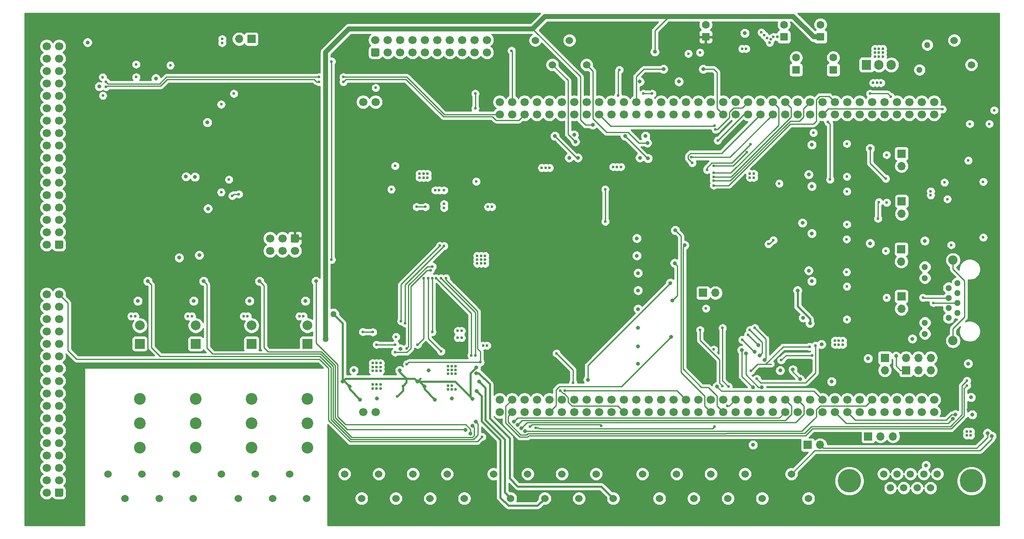
<source format=gbr>
%TF.GenerationSoftware,KiCad,Pcbnew,(5.1.9)-1*%
%TF.CreationDate,2021-05-20T16:46:48+02:00*%
%TF.ProjectId,AR2ISS_MainCTL_HW,41523249-5353-45f4-9d61-696e43544c5f,rev?*%
%TF.SameCoordinates,PXe448a9c0PYfd535690*%
%TF.FileFunction,Copper,L4,Bot*%
%TF.FilePolarity,Positive*%
%FSLAX46Y46*%
G04 Gerber Fmt 4.6, Leading zero omitted, Abs format (unit mm)*
G04 Created by KiCad (PCBNEW (5.1.9)-1) date 2021-05-20 16:46:48*
%MOMM*%
%LPD*%
G01*
G04 APERTURE LIST*
%TA.AperFunction,ComponentPad*%
%ADD10C,1.700000*%
%TD*%
%TA.AperFunction,ComponentPad*%
%ADD11O,1.700000X1.700000*%
%TD*%
%TA.AperFunction,ComponentPad*%
%ADD12R,1.700000X1.700000*%
%TD*%
%TA.AperFunction,ComponentPad*%
%ADD13C,1.524000*%
%TD*%
%TA.AperFunction,ComponentPad*%
%ADD14C,4.800000*%
%TD*%
%TA.AperFunction,ComponentPad*%
%ADD15C,1.500000*%
%TD*%
%TA.AperFunction,ComponentPad*%
%ADD16C,1.270000*%
%TD*%
%TA.AperFunction,ComponentPad*%
%ADD17C,1.900000*%
%TD*%
%TA.AperFunction,ComponentPad*%
%ADD18C,1.300000*%
%TD*%
%TA.AperFunction,ComponentPad*%
%ADD19C,2.000000*%
%TD*%
%TA.AperFunction,ComponentPad*%
%ADD20R,2.000000X2.000000*%
%TD*%
%TA.AperFunction,ComponentPad*%
%ADD21C,2.400000*%
%TD*%
%TA.AperFunction,ComponentPad*%
%ADD22R,1.600000X1.600000*%
%TD*%
%TA.AperFunction,ComponentPad*%
%ADD23C,1.600000*%
%TD*%
%TA.AperFunction,ComponentPad*%
%ADD24R,1.905000X2.000000*%
%TD*%
%TA.AperFunction,ComponentPad*%
%ADD25O,1.905000X2.000000*%
%TD*%
%TA.AperFunction,ViaPad*%
%ADD26C,0.600000*%
%TD*%
%TA.AperFunction,ViaPad*%
%ADD27C,0.800000*%
%TD*%
%TA.AperFunction,Conductor*%
%ADD28C,0.250000*%
%TD*%
%TA.AperFunction,Conductor*%
%ADD29C,1.000000*%
%TD*%
%TA.AperFunction,Conductor*%
%ADD30C,0.400000*%
%TD*%
%TA.AperFunction,Conductor*%
%ADD31C,0.254000*%
%TD*%
%TA.AperFunction,Conductor*%
%ADD32C,0.100000*%
%TD*%
G04 APERTURE END LIST*
D10*
%TO.P,U2,1*%
%TO.N,/Controller/SCLK*%
X97790000Y26670000D03*
%TO.P,U2,2*%
%TO.N,/Controller/MISO*%
X97790000Y29210000D03*
%TO.P,U2,3*%
%TO.N,/SDCard/CLK*%
X100330000Y26670000D03*
%TO.P,U2,4*%
%TO.N,/SDCard/CMD*%
X100330000Y29210000D03*
%TO.P,U2,5*%
%TO.N,Net-(U2-Pad5)*%
X102870000Y26670000D03*
%TO.P,U2,6*%
%TO.N,+5V*%
X102870000Y29210000D03*
%TO.P,U2,7*%
%TO.N,Net-(U2-Pad7)*%
X105410000Y26670000D03*
%TO.P,U2,8*%
%TO.N,GND*%
X105410000Y29210000D03*
%TO.P,U2,9*%
%TO.N,/ADIn/DA_IN_LL6*%
X107950000Y26670000D03*
%TO.P,U2,10*%
%TO.N,Net-(U2-Pad10)*%
X107950000Y29210000D03*
%TO.P,U2,11*%
%TO.N,/ADIn/DA_IN_LL3*%
X110490000Y26670000D03*
%TO.P,U2,12*%
%TO.N,Net-(U2-Pad12)*%
X110490000Y29210000D03*
%TO.P,U2,13*%
%TO.N,/Controller/SWDIO*%
X113030000Y26670000D03*
%TO.P,U2,14*%
%TO.N,/Controller/NRST*%
X113030000Y29210000D03*
%TO.P,U2,15*%
%TO.N,/Controller/SWCLK*%
X115570000Y26670000D03*
%TO.P,U2,16*%
%TO.N,Net-(U2-Pad16)*%
X115570000Y29210000D03*
%TO.P,U2,17*%
%TO.N,/Controller/Backlight*%
X118110000Y26670000D03*
%TO.P,U2,18*%
%TO.N,Net-(U2-Pad18)*%
X118110000Y29210000D03*
%TO.P,U2,19*%
%TO.N,GND*%
X120650000Y26670000D03*
%TO.P,U2,20*%
X120650000Y29210000D03*
%TO.P,U2,21*%
%TO.N,/Controller/SDA*%
X123190000Y26670000D03*
%TO.P,U2,22*%
%TO.N,GND*%
X123190000Y29210000D03*
%TO.P,U2,23*%
%TO.N,Net-(U2-Pad23)*%
X125730000Y26670000D03*
%TO.P,U2,24*%
%TO.N,Net-(U2-Pad24)*%
X125730000Y29210000D03*
%TO.P,U2,25*%
%TO.N,Net-(U2-Pad25)*%
X128270000Y26670000D03*
%TO.P,U2,26*%
%TO.N,Net-(U2-Pad26)*%
X128270000Y29210000D03*
%TO.P,U2,27*%
%TO.N,Net-(U2-Pad27)*%
X130810000Y26670000D03*
%TO.P,U2,28*%
%TO.N,Net-(U2-Pad28)*%
X130810000Y29210000D03*
%TO.P,U2,29*%
%TO.N,Net-(U2-Pad29)*%
X133350000Y26670000D03*
%TO.P,U2,30*%
%TO.N,Net-(U2-Pad30)*%
X133350000Y29210000D03*
%TO.P,U2,31*%
%TO.N,Net-(U2-Pad31)*%
X135890000Y26670000D03*
%TO.P,U2,32*%
%TO.N,/AOut/DAC1*%
X135890000Y29210000D03*
%TO.P,U2,33*%
%TO.N,/Controller/VBATT*%
X138430000Y26670000D03*
%TO.P,U2,34*%
%TO.N,Net-(U2-Pad34)*%
X138430000Y29210000D03*
%TO.P,U2,35*%
%TO.N,/ADIn/DA_IN_LL0*%
X140970000Y26670000D03*
%TO.P,U2,36*%
%TO.N,Net-(U2-Pad36)*%
X140970000Y29210000D03*
%TO.P,U2,37*%
%TO.N,/ADIn/DA_IN_LL1*%
X143510000Y26670000D03*
%TO.P,U2,38*%
%TO.N,/ADIn/DA_IN_LL7*%
X143510000Y29210000D03*
%TO.P,U2,39*%
%TO.N,Net-(U2-Pad39)*%
X146050000Y26670000D03*
%TO.P,U2,40*%
%TO.N,/Controller/DisplayCLK*%
X146050000Y29210000D03*
%TO.P,U2,41*%
%TO.N,/Controller/TX*%
X148590000Y26670000D03*
%TO.P,U2,42*%
%TO.N,Net-(U2-Pad42)*%
X148590000Y29210000D03*
%TO.P,U2,43*%
%TO.N,/Controller/RX*%
X151130000Y26670000D03*
%TO.P,U2,44*%
%TO.N,Net-(U2-Pad44)*%
X151130000Y29210000D03*
%TO.P,U2,45*%
%TO.N,Net-(U2-Pad45)*%
X153670000Y26670000D03*
%TO.P,U2,46*%
%TO.N,Net-(U2-Pad46)*%
X153670000Y29210000D03*
%TO.P,U2,47*%
%TO.N,/Controller/REL1*%
X156210000Y26670000D03*
%TO.P,U2,48*%
%TO.N,/Controller/REL2*%
X156210000Y29210000D03*
%TO.P,U2,49*%
%TO.N,GND*%
X158750000Y26670000D03*
%TO.P,U2,50*%
%TO.N,/Controller/REL3*%
X158750000Y29210000D03*
%TO.P,U2,51*%
%TO.N,Net-(U2-Pad51)*%
X161290000Y26670000D03*
%TO.P,U2,52*%
%TO.N,Net-(U2-Pad52)*%
X161290000Y29210000D03*
%TO.P,U2,53*%
%TO.N,Net-(U2-Pad53)*%
X163830000Y26670000D03*
%TO.P,U2,54*%
%TO.N,/ADIn/DA_IN_LL5*%
X163830000Y29210000D03*
%TO.P,U2,55*%
%TO.N,/CAN/FDCAN_TX*%
X166370000Y26670000D03*
%TO.P,U2,56*%
%TO.N,/ADIn/DA_IN_LL2*%
X166370000Y29210000D03*
%TO.P,U2,57*%
%TO.N,/CAN/FDCAN_RX*%
X168910000Y26670000D03*
%TO.P,U2,58*%
%TO.N,Net-(U2-Pad58)*%
X168910000Y29210000D03*
%TO.P,U2,59*%
%TO.N,Net-(U2-Pad59)*%
X171450000Y26670000D03*
%TO.P,U2,60*%
%TO.N,GND*%
X171450000Y29210000D03*
%TO.P,U2,61*%
%TO.N,Net-(U2-Pad61)*%
X173990000Y26670000D03*
%TO.P,U2,62*%
%TO.N,/Controller/REL4*%
X173990000Y29210000D03*
%TO.P,U2,63*%
%TO.N,/Controller/RX2*%
X176530000Y26670000D03*
%TO.P,U2,64*%
%TO.N,Net-(U2-Pad64)*%
X176530000Y29210000D03*
%TO.P,U2,65*%
%TO.N,Net-(U2-Pad65)*%
X179070000Y26670000D03*
%TO.P,U2,66*%
%TO.N,Net-(U2-Pad66)*%
X179070000Y29210000D03*
%TO.P,U2,67*%
%TO.N,Net-(U2-Pad67)*%
X181610000Y26670000D03*
%TO.P,U2,68*%
%TO.N,Net-(U2-Pad68)*%
X181610000Y29210000D03*
%TO.P,U2,69*%
%TO.N,Net-(U2-Pad69)*%
X184150000Y26670000D03*
%TO.P,U2,70*%
%TO.N,Net-(U2-Pad70)*%
X184150000Y29210000D03*
%TO.P,U2,71*%
%TO.N,GND*%
X186690000Y26670000D03*
%TO.P,U2,72*%
X186690000Y29210000D03*
%TO.P,U2,73*%
%TO.N,/Controller/CD*%
X97790000Y87630000D03*
%TO.P,U2,74*%
%TO.N,/SDCard/D0*%
X97790000Y90170000D03*
%TO.P,U2,75*%
%TO.N,/Controller/SCL*%
X100330000Y87630000D03*
%TO.P,U2,76*%
%TO.N,/Controller/ONEWIRE*%
X100330000Y90170000D03*
%TO.P,U2,77*%
%TO.N,/Controller/CE*%
X102870000Y87630000D03*
%TO.P,U2,78*%
%TO.N,Net-(U2-Pad78)*%
X102870000Y90170000D03*
%TO.P,U2,79*%
%TO.N,Net-(U2-Pad79)*%
X105410000Y87630000D03*
%TO.P,U2,80*%
%TO.N,Net-(U2-Pad80)*%
X105410000Y90170000D03*
%TO.P,U2,81*%
%TO.N,GND*%
X107950000Y87630000D03*
%TO.P,U2,82*%
%TO.N,Net-(U2-Pad82)*%
X107950000Y90170000D03*
%TO.P,U2,83*%
%TO.N,/AOut/DAC2*%
X110490000Y87630000D03*
%TO.P,U2,84*%
%TO.N,Net-(U2-Pad84)*%
X110490000Y90170000D03*
%TO.P,U2,85*%
%TO.N,/Controller/ADC3V3*%
X113030000Y87630000D03*
%TO.P,U2,86*%
%TO.N,Net-(U2-Pad86)*%
X113030000Y90170000D03*
%TO.P,U2,87*%
%TO.N,Net-(U2-Pad87)*%
X115570000Y87630000D03*
%TO.P,U2,88*%
%TO.N,Net-(U2-Pad88)*%
X115570000Y90170000D03*
%TO.P,U2,89*%
%TO.N,/Controller/COM_TX2*%
X118110000Y87630000D03*
%TO.P,U2,90*%
%TO.N,/Controller/SDA_ext*%
X118110000Y90170000D03*
%TO.P,U2,91*%
%TO.N,/Controller/PWM_DOUT5*%
X120650000Y87630000D03*
%TO.P,U2,92*%
%TO.N,GND*%
X120650000Y90170000D03*
%TO.P,U2,93*%
%TO.N,Net-(U2-Pad93)*%
X123190000Y87630000D03*
%TO.P,U2,94*%
%TO.N,/Controller/MOSI*%
X123190000Y90170000D03*
%TO.P,U2,95*%
%TO.N,Net-(U2-Pad95)*%
X125730000Y87630000D03*
%TO.P,U2,96*%
%TO.N,/Controller/ADC12V*%
X125730000Y90170000D03*
%TO.P,U2,97*%
%TO.N,/Controller/SCL_ext*%
X128270000Y87630000D03*
%TO.P,U2,98*%
%TO.N,/Controller/DisplayData*%
X128270000Y90170000D03*
%TO.P,U2,99*%
%TO.N,Net-(U2-Pad99)*%
X130810000Y87630000D03*
%TO.P,U2,100*%
%TO.N,Net-(U2-Pad100)*%
X130810000Y90170000D03*
%TO.P,U2,101*%
%TO.N,Net-(U2-Pad101)*%
X133350000Y87630000D03*
%TO.P,U2,102*%
%TO.N,Net-(U2-Pad102)*%
X133350000Y90170000D03*
%TO.P,U2,103*%
%TO.N,/Controller/SWO*%
X135890000Y87630000D03*
%TO.P,U2,104*%
%TO.N,Net-(U2-Pad104)*%
X135890000Y90170000D03*
%TO.P,U2,105*%
%TO.N,/Controller/COM_RX2*%
X138430000Y87630000D03*
%TO.P,U2,106*%
%TO.N,Net-(U2-Pad106)*%
X138430000Y90170000D03*
%TO.P,U2,107*%
%TO.N,Net-(U2-Pad107)*%
X140970000Y87630000D03*
%TO.P,U2,108*%
%TO.N,Net-(U2-Pad108)*%
X140970000Y90170000D03*
%TO.P,U2,109*%
%TO.N,/Controller/ADC5V*%
X143510000Y87630000D03*
%TO.P,U2,110*%
%TO.N,Net-(U2-Pad110)*%
X143510000Y90170000D03*
%TO.P,U2,111*%
%TO.N,GND*%
X146050000Y87630000D03*
%TO.P,U2,112*%
%TO.N,/Controller/COM_TX1*%
X146050000Y90170000D03*
%TO.P,U2,113*%
%TO.N,/Controller/EN1*%
X148590000Y87630000D03*
%TO.P,U2,114*%
%TO.N,/ADIn/DA_IN_LL4*%
X148590000Y90170000D03*
%TO.P,U2,115*%
%TO.N,/Controller/#CS2*%
X151130000Y87630000D03*
%TO.P,U2,116*%
%TO.N,/Controller/COM_RX1*%
X151130000Y90170000D03*
%TO.P,U2,117*%
%TO.N,/Controller/#CS1*%
X153670000Y87630000D03*
%TO.P,U2,118*%
%TO.N,/Controller/PWM_DOUT2*%
X153670000Y90170000D03*
%TO.P,U2,119*%
%TO.N,Net-(U2-Pad119)*%
X156210000Y87630000D03*
%TO.P,U2,120*%
%TO.N,/Controller/PWM_DOUT3*%
X156210000Y90170000D03*
%TO.P,U2,121*%
%TO.N,Net-(U2-Pad121)*%
X158750000Y87630000D03*
%TO.P,U2,122*%
%TO.N,/Controller/LD1*%
X158750000Y90170000D03*
%TO.P,U2,123*%
%TO.N,/Controller/PWM_DOUT1*%
X161290000Y87630000D03*
%TO.P,U2,124*%
%TO.N,/Controller/ENC_A*%
X161290000Y90170000D03*
%TO.P,U2,125*%
%TO.N,/SDCard/#CD*%
X163830000Y87630000D03*
%TO.P,U2,126*%
%TO.N,GND*%
X163830000Y90170000D03*
%TO.P,U2,127*%
%TO.N,/Controller/PWM_DOUT0*%
X166370000Y87630000D03*
%TO.P,U2,128*%
%TO.N,/Controller/ENC_B*%
X166370000Y90170000D03*
%TO.P,U2,129*%
%TO.N,Net-(U2-Pad129)*%
X168910000Y87630000D03*
%TO.P,U2,130*%
%TO.N,Net-(U2-Pad130)*%
X168910000Y90170000D03*
%TO.P,U2,131*%
%TO.N,Net-(U2-Pad131)*%
X171450000Y87630000D03*
%TO.P,U2,132*%
%TO.N,/Controller/LD2*%
X171450000Y90170000D03*
%TO.P,U2,133*%
%TO.N,/Controller/TX2*%
X173990000Y87630000D03*
%TO.P,U2,134*%
%TO.N,/Controller/ADCPWR*%
X173990000Y90170000D03*
%TO.P,U2,135*%
%TO.N,GND*%
X176530000Y87630000D03*
%TO.P,U2,136*%
%TO.N,Net-(U2-Pad136)*%
X176530000Y90170000D03*
%TO.P,U2,137*%
%TO.N,Net-(U2-Pad137)*%
X179070000Y87630000D03*
%TO.P,U2,138*%
%TO.N,Net-(U2-Pad138)*%
X179070000Y90170000D03*
%TO.P,U2,139*%
%TO.N,Net-(U2-Pad139)*%
X181610000Y87630000D03*
%TO.P,U2,140*%
%TO.N,Net-(U2-Pad140)*%
X181610000Y90170000D03*
%TO.P,U2,141*%
%TO.N,Net-(U2-Pad141)*%
X184150000Y87630000D03*
%TO.P,U2,142*%
%TO.N,Net-(U2-Pad142)*%
X184150000Y90170000D03*
%TO.P,U2,143*%
%TO.N,GND*%
X186690000Y87630000D03*
%TO.P,U2,144*%
X186690000Y90170000D03*
%TO.P,U2,145*%
%TO.N,N/C*%
X69850000Y26670000D03*
%TO.P,U2,146*%
X72390000Y26670000D03*
%TO.P,U2,147*%
X69850000Y90170000D03*
%TO.P,U2,148*%
X72390000Y90170000D03*
%TD*%
D11*
%TO.P,J7,3*%
%TO.N,GND*%
X178280000Y21680000D03*
%TO.P,J7,2*%
%TO.N,/RS232/sheet608DD623/A_ext*%
X175740000Y21680000D03*
D12*
%TO.P,J7,1*%
%TO.N,/RS232/sheet608DD623/B_ext*%
X173200000Y21680000D03*
%TD*%
D13*
%TO.P,J28,4*%
%TO.N,GND*%
X105069996Y102790000D03*
%TO.P,J28,3*%
%TO.N,Net-(J28-Pad3)*%
X108569996Y97790000D03*
%TO.P,J28,2*%
%TO.N,GND*%
X112069997Y102790000D03*
%TO.P,J28,1*%
%TO.N,Net-(J28-Pad1)*%
X115569997Y97790000D03*
%TD*%
%TO.P,J22,8*%
%TO.N,Net-(J22-Pad8)*%
X90540005Y8970000D03*
%TO.P,J22,7*%
%TO.N,Net-(J22-Pad7)*%
X87040004Y13970000D03*
%TO.P,J22,6*%
%TO.N,Net-(J22-Pad6)*%
X83540003Y8970000D03*
%TO.P,J22,5*%
%TO.N,Net-(J22-Pad5)*%
X80040003Y13970000D03*
%TO.P,J22,4*%
%TO.N,Net-(J22-Pad4)*%
X76540002Y8970000D03*
%TO.P,J22,3*%
%TO.N,Net-(J22-Pad3)*%
X73040002Y13970000D03*
%TO.P,J22,2*%
%TO.N,Net-(J22-Pad2)*%
X69540001Y8970000D03*
%TO.P,J22,1*%
%TO.N,Net-(J22-Pad1)*%
X66040000Y13970000D03*
%TD*%
D14*
%TO.P,J8,MH2*%
%TO.N,N/C*%
X169350000Y12550000D03*
%TO.P,J8,MH1*%
X194340000Y12550000D03*
D15*
%TO.P,J8,9*%
%TO.N,Net-(J8-Pad9)*%
X177735000Y11130000D03*
%TO.P,J8,8*%
%TO.N,Net-(J8-Pad8)*%
X180475000Y11130000D03*
%TO.P,J8,7*%
%TO.N,Net-(J8-Pad7)*%
X183215000Y11130000D03*
%TO.P,J8,6*%
%TO.N,Net-(J8-Pad6)*%
X185955000Y11130000D03*
%TO.P,J8,5*%
%TO.N,GND*%
X176365000Y13970000D03*
%TO.P,J8,4*%
%TO.N,Net-(J8-Pad4)*%
X179105000Y13970000D03*
%TO.P,J8,3*%
%TO.N,Net-(J6-Pad3)*%
X181845000Y13970000D03*
%TO.P,J8,2*%
%TO.N,Net-(J6-Pad4)*%
X184585000Y13970000D03*
%TO.P,J8,1*%
%TO.N,Net-(J8-Pad1)*%
X187325000Y13970000D03*
%TD*%
D13*
%TO.P,J17,2*%
%TO.N,Net-(D23-Pad2)*%
X160980002Y8970000D03*
%TO.P,J17,1*%
%TO.N,Net-(D23-Pad1)*%
X157479999Y13970000D03*
%TD*%
%TO.P,J4,2*%
%TO.N,GND*%
X190809998Y102790000D03*
%TO.P,J4,1*%
%TO.N,Net-(F1-Pad2)*%
X194310001Y97790000D03*
%TD*%
D16*
%TO.P,F2,1*%
%TO.N,+12VA*%
X63754000Y46736000D03*
%TO.P,F2,2*%
%TO.N,+12V*%
X62154000Y41636000D03*
%TD*%
D17*
%TO.P,J15,13*%
%TO.N,Net-(C22-Pad2)*%
X190560000Y41280000D03*
X190560000Y57780000D03*
D18*
%TO.P,J15,1*%
%TO.N,/RS422/RS485Tranceiver1/A_in*%
X191450000Y53100000D03*
%TO.P,J15,2*%
%TO.N,/RS422/RS485Tranceiver1/B_in*%
X189670000Y52080000D03*
%TO.P,J15,3*%
%TO.N,/RS422/RS485Tranceiver2/A_in*%
X191450000Y51060000D03*
%TO.P,J15,4*%
%TO.N,/RS422/RS485Tranceiver3/A_in*%
X189670000Y50040000D03*
%TO.P,J15,5*%
%TO.N,/RS422/RS485Tranceiver3/B_in*%
X191450000Y49020000D03*
%TO.P,J15,6*%
%TO.N,/RS422/RS485Tranceiver2/B_in*%
X189670000Y48000000D03*
%TO.P,J15,7*%
%TO.N,/RS422/RS485Tranceiver4/A_in*%
X191450000Y46980000D03*
%TO.P,J15,8*%
%TO.N,/RS422/RS485Tranceiver4/B_in*%
X189670000Y45960000D03*
%TO.P,J15,10*%
%TO.N,/Controller/LD2*%
X184810000Y42670000D03*
%TO.P,J15,9*%
%TO.N,Net-(J15-Pad9)*%
X184810000Y44960000D03*
%TO.P,J15,12*%
%TO.N,/Controller/LD1*%
X184810000Y54100000D03*
%TO.P,J15,11*%
%TO.N,Net-(J15-Pad11)*%
X184810000Y56390000D03*
%TD*%
D11*
%TO.P,J3,2*%
%TO.N,/RS232/sheet608DD623/B_ext*%
X141940000Y51080000D03*
D12*
%TO.P,J3,1*%
%TO.N,Net-(J3-Pad1)*%
X139400000Y51080000D03*
%TD*%
D13*
%TO.P,J2,6*%
%TO.N,Net-(J2-Pad6)*%
X58300005Y8970000D03*
%TO.P,J2,5*%
%TO.N,Net-(J2-Pad5)*%
X54800005Y13970000D03*
%TO.P,J2,4*%
%TO.N,Net-(J2-Pad4)*%
X51300004Y8970000D03*
%TO.P,J2,3*%
%TO.N,Net-(J2-Pad3)*%
X47800003Y13970000D03*
%TO.P,J2,2*%
%TO.N,Net-(J2-Pad2)*%
X44300003Y8970000D03*
%TO.P,J2,1*%
%TO.N,Net-(J2-Pad1)*%
X40800000Y13970000D03*
%TD*%
%TO.P,J1,6*%
%TO.N,Net-(J1-Pad6)*%
X35100000Y8970000D03*
%TO.P,J1,5*%
%TO.N,Net-(J1-Pad5)*%
X31600000Y13970000D03*
%TO.P,J1,4*%
%TO.N,Net-(J1-Pad4)*%
X28099999Y8970000D03*
%TO.P,J1,3*%
%TO.N,Net-(J1-Pad3)*%
X24599998Y13970000D03*
%TO.P,J1,2*%
%TO.N,Net-(J1-Pad2)*%
X21099998Y8970000D03*
%TO.P,J1,1*%
%TO.N,Net-(J1-Pad1)*%
X17599995Y13970000D03*
%TD*%
D11*
%TO.P,J26,2*%
%TO.N,GND*%
X44460000Y103080000D03*
D12*
%TO.P,J26,1*%
%TO.N,Net-(J26-Pad1)*%
X47000000Y103080000D03*
%TD*%
D10*
%TO.P,J25,6*%
%TO.N,/Controller/SWO*%
X50800000Y59690000D03*
%TO.P,J25,4*%
%TO.N,/Controller/SWCLK*%
X53340000Y59690000D03*
%TO.P,J25,2*%
%TO.N,/Controller/SWDIO*%
X55880000Y59690000D03*
%TO.P,J25,5*%
%TO.N,GND*%
X50800000Y62230000D03*
%TO.P,J25,3*%
%TO.N,/Controller/NRST*%
X53340000Y62230000D03*
%TO.P,J25,1*%
%TO.N,+3V3*%
%TA.AperFunction,ComponentPad*%
G36*
G01*
X55280000Y63080000D02*
X56480000Y63080000D01*
G75*
G02*
X56730000Y62830000I0J-250000D01*
G01*
X56730000Y61630000D01*
G75*
G02*
X56480000Y61380000I-250000J0D01*
G01*
X55280000Y61380000D01*
G75*
G02*
X55030000Y61630000I0J250000D01*
G01*
X55030000Y62830000D01*
G75*
G02*
X55280000Y63080000I250000J0D01*
G01*
G37*
%TD.AperFunction*%
%TD*%
%TO.P,J24,20*%
%TO.N,GND*%
X95186500Y102870000D03*
%TO.P,J24,18*%
%TO.N,/DOut/IO15*%
X92646500Y102870000D03*
%TO.P,J24,16*%
%TO.N,/DOut/IO13*%
X90106500Y102870000D03*
%TO.P,J24,14*%
%TO.N,/DOut/IO11*%
X87566500Y102870000D03*
%TO.P,J24,12*%
%TO.N,/DOut/IO9*%
X85026500Y102870000D03*
%TO.P,J24,10*%
%TO.N,/DOut/IO7*%
X82486500Y102870000D03*
%TO.P,J24,8*%
%TO.N,/DOut/IO5*%
X79946500Y102870000D03*
%TO.P,J24,6*%
%TO.N,/DOut/IO3*%
X77406500Y102870000D03*
%TO.P,J24,4*%
%TO.N,/DOut/IO1*%
X74866500Y102870000D03*
%TO.P,J24,2*%
%TO.N,Net-(J24-Pad1)*%
X72326500Y102870000D03*
%TO.P,J24,19*%
%TO.N,GND*%
X95186500Y100330000D03*
%TO.P,J24,17*%
%TO.N,/DOut/IO14*%
X92646500Y100330000D03*
%TO.P,J24,15*%
%TO.N,/DOut/IO12*%
X90106500Y100330000D03*
%TO.P,J24,13*%
%TO.N,/DOut/IO10*%
X87566500Y100330000D03*
%TO.P,J24,11*%
%TO.N,/DOut/IO8*%
X85026500Y100330000D03*
%TO.P,J24,9*%
%TO.N,/DOut/IO6*%
X82486500Y100330000D03*
%TO.P,J24,7*%
%TO.N,/DOut/IO4*%
X79946500Y100330000D03*
%TO.P,J24,5*%
%TO.N,/DOut/IO2*%
X77406500Y100330000D03*
%TO.P,J24,3*%
%TO.N,/DOut/IO0*%
X74866500Y100330000D03*
%TO.P,J24,1*%
%TO.N,Net-(J24-Pad1)*%
%TA.AperFunction,ComponentPad*%
G36*
G01*
X72926500Y99480000D02*
X71726500Y99480000D01*
G75*
G02*
X71476500Y99730000I0J250000D01*
G01*
X71476500Y100930000D01*
G75*
G02*
X71726500Y101180000I250000J0D01*
G01*
X72926500Y101180000D01*
G75*
G02*
X73176500Y100930000I0J-250000D01*
G01*
X73176500Y99730000D01*
G75*
G02*
X72926500Y99480000I-250000J0D01*
G01*
G37*
%TD.AperFunction*%
%TD*%
D13*
%TO.P,J23,8*%
%TO.N,Net-(J23-Pad8)*%
X121020005Y8970000D03*
%TO.P,J23,7*%
%TO.N,Net-(J23-Pad7)*%
X117520004Y13970000D03*
%TO.P,J23,6*%
%TO.N,Net-(J23-Pad6)*%
X114020003Y8970000D03*
%TO.P,J23,5*%
%TO.N,Net-(J23-Pad5)*%
X110520003Y13970000D03*
%TO.P,J23,4*%
%TO.N,Net-(J23-Pad4)*%
X107020002Y8970000D03*
%TO.P,J23,3*%
%TO.N,Net-(J23-Pad3)*%
X103520002Y13970000D03*
%TO.P,J23,2*%
%TO.N,Net-(J23-Pad2)*%
X100020001Y8970000D03*
%TO.P,J23,1*%
%TO.N,Net-(J23-Pad1)*%
X96520000Y13970000D03*
%TD*%
D19*
%TO.P,K4,A2*%
%TO.N,Net-(D6-Pad1)*%
X58420000Y44390000D03*
D20*
%TO.P,K4,A1*%
%TO.N,+12V*%
X58420000Y40640000D03*
D21*
%TO.P,K4,12*%
%TO.N,Net-(J2-Pad4)*%
X58420000Y29390000D03*
%TO.P,K4,11*%
%TO.N,Net-(J2-Pad5)*%
X58420000Y24390000D03*
%TO.P,K4,14*%
%TO.N,Net-(J2-Pad6)*%
X58420000Y19390000D03*
%TD*%
D19*
%TO.P,K3,A2*%
%TO.N,Net-(D5-Pad1)*%
X46990000Y44390000D03*
D20*
%TO.P,K3,A1*%
%TO.N,+12V*%
X46990000Y40640000D03*
D21*
%TO.P,K3,12*%
%TO.N,Net-(J2-Pad1)*%
X46990000Y29390000D03*
%TO.P,K3,11*%
%TO.N,Net-(J2-Pad2)*%
X46990000Y24390000D03*
%TO.P,K3,14*%
%TO.N,Net-(J2-Pad3)*%
X46990000Y19390000D03*
%TD*%
D19*
%TO.P,K2,A2*%
%TO.N,Net-(D2-Pad1)*%
X35560000Y44390000D03*
D20*
%TO.P,K2,A1*%
%TO.N,+12V*%
X35560000Y40640000D03*
D21*
%TO.P,K2,12*%
%TO.N,Net-(J1-Pad4)*%
X35560000Y29390000D03*
%TO.P,K2,11*%
%TO.N,Net-(J1-Pad5)*%
X35560000Y24390000D03*
%TO.P,K2,14*%
%TO.N,Net-(J1-Pad6)*%
X35560000Y19390000D03*
%TD*%
D19*
%TO.P,K1,A2*%
%TO.N,Net-(D1-Pad1)*%
X24130000Y44390000D03*
D20*
%TO.P,K1,A1*%
%TO.N,+12V*%
X24130000Y40640000D03*
D21*
%TO.P,K1,12*%
%TO.N,Net-(J1-Pad1)*%
X24130000Y29390000D03*
%TO.P,K1,11*%
%TO.N,Net-(J1-Pad2)*%
X24130000Y24390000D03*
%TO.P,K1,14*%
%TO.N,Net-(J1-Pad3)*%
X24130000Y19390000D03*
%TD*%
D13*
%TO.P,J5,8*%
%TO.N,/ADIn/DA_IN_7*%
X151500005Y8970000D03*
%TO.P,J5,7*%
%TO.N,/ADIn/DA_IN_6*%
X148000004Y13970000D03*
%TO.P,J5,6*%
%TO.N,/ADIn/DA_IN_5*%
X144500003Y8970000D03*
%TO.P,J5,5*%
%TO.N,/ADIn/DA_IN_4*%
X141000003Y13970000D03*
%TO.P,J5,4*%
%TO.N,/ADIn/DA_IN_3*%
X137500002Y8970000D03*
%TO.P,J5,3*%
%TO.N,/ADIn/DA_IN_2*%
X134000002Y13970000D03*
%TO.P,J5,2*%
%TO.N,/ADIn/DA_IN_1*%
X130500001Y8970000D03*
%TO.P,J5,1*%
%TO.N,/ADIn/DA_IN_0*%
X127000000Y13970000D03*
%TD*%
D11*
%TO.P,J6,6*%
%TO.N,/RS232/RS232Filter_1/B_ext*%
X186002000Y37758000D03*
%TO.P,J6,5*%
%TO.N,/RS232/RS232Filter_1/A_ext*%
X186002000Y35218000D03*
%TO.P,J6,4*%
%TO.N,Net-(J6-Pad4)*%
X183462000Y37758000D03*
%TO.P,J6,3*%
%TO.N,Net-(J6-Pad3)*%
X183462000Y35218000D03*
%TO.P,J6,2*%
%TO.N,/RS232/RS232Filter_1/A_ext*%
X180922000Y37758000D03*
D12*
%TO.P,J6,1*%
%TO.N,/RS232/RS232Filter_1/B_ext*%
X180922000Y35218000D03*
%TD*%
D11*
%TO.P,J16,2*%
%TO.N,Net-(D23-Pad2)*%
X163363000Y19939000D03*
D12*
%TO.P,J16,1*%
%TO.N,Net-(J16-Pad1)*%
X160823000Y19939000D03*
%TD*%
D11*
%TO.P,J9,2*%
%TO.N,/RS232/RS232Filter_1/B_ext*%
X176604000Y35218000D03*
D12*
%TO.P,J9,1*%
%TO.N,Net-(J9-Pad1)*%
X176604000Y37758000D03*
%TD*%
D22*
%TO.P,C50,1*%
%TO.N,+12V*%
X163449000Y103505000D03*
D23*
%TO.P,C50,2*%
%TO.N,GND*%
X163449000Y106005000D03*
%TD*%
D22*
%TO.P,C51,1*%
%TO.N,+5V*%
X155956000Y103505000D03*
D23*
%TO.P,C51,2*%
%TO.N,GND*%
X155956000Y106005000D03*
%TD*%
%TO.P,C55,2*%
%TO.N,GND*%
X139954000Y106005000D03*
D22*
%TO.P,C55,1*%
%TO.N,+3V3*%
X139954000Y103505000D03*
%TD*%
D23*
%TO.P,C56,2*%
%TO.N,GND*%
X166039800Y99248600D03*
D22*
%TO.P,C56,1*%
%TO.N,Net-(C56-Pad1)*%
X166039800Y96748600D03*
%TD*%
%TO.P,C59,1*%
%TO.N,Net-(C56-Pad1)*%
X158445200Y96748600D03*
D23*
%TO.P,C59,2*%
%TO.N,GND*%
X158445200Y99248600D03*
%TD*%
D16*
%TO.P,F1,2*%
%TO.N,Net-(F1-Pad2)*%
X183693000Y96754000D03*
%TO.P,F1,1*%
%TO.N,Net-(F1-Pad1)*%
X185293000Y101854000D03*
%TD*%
D12*
%TO.P,J11,1*%
%TO.N,Net-(J11-Pad1)*%
X180012000Y79590000D03*
D11*
%TO.P,J11,2*%
%TO.N,/RS422/RS485Tranceiver1/A_in*%
X180012000Y77050000D03*
%TD*%
D12*
%TO.P,J12,1*%
%TO.N,Net-(J12-Pad1)*%
X179972000Y60033000D03*
D11*
%TO.P,J12,2*%
%TO.N,/RS422/RS485Tranceiver3/A_in*%
X179972000Y57493000D03*
%TD*%
%TO.P,J13,2*%
%TO.N,/RS422/RS485Tranceiver4/A_in*%
X180007800Y47808400D03*
D12*
%TO.P,J13,1*%
%TO.N,Net-(J13-Pad1)*%
X180007800Y50348400D03*
%TD*%
D11*
%TO.P,J14,2*%
%TO.N,/RS422/RS485Tranceiver2/A_in*%
X180041000Y67277000D03*
D12*
%TO.P,J14,1*%
%TO.N,Net-(J14-Pad1)*%
X180041000Y69817000D03*
%TD*%
D10*
%TO.P,J18,34*%
%TO.N,/LCD/LED1*%
X5080000Y50800000D03*
%TO.P,J18,32*%
%TO.N,Net-(J18-Pad32)*%
X5080000Y48260000D03*
%TO.P,J18,30*%
%TO.N,/LCD/BTN9*%
X5080000Y45720000D03*
%TO.P,J18,28*%
%TO.N,/LCD/BTN11*%
X5080000Y43180000D03*
%TO.P,J18,26*%
%TO.N,Net-(J18-Pad26)*%
X5080000Y40640000D03*
%TO.P,J18,24*%
%TO.N,/LCD/BTN3*%
X5080000Y38100000D03*
%TO.P,J18,22*%
%TO.N,/LCD/BTN1*%
X5080000Y35560000D03*
%TO.P,J18,20*%
%TO.N,Net-(J18-Pad20)*%
X5080000Y33020000D03*
%TO.P,J18,18*%
%TO.N,GND*%
X5080000Y30480000D03*
%TO.P,J18,16*%
X5080000Y27940000D03*
%TO.P,J18,14*%
%TO.N,Net-(J18-Pad14)*%
X5080000Y25400000D03*
%TO.P,J18,12*%
%TO.N,GND*%
X5080000Y22860000D03*
%TO.P,J18,10*%
X5080000Y20320000D03*
%TO.P,J18,8*%
%TO.N,+5V*%
X5080000Y17780000D03*
%TO.P,J18,6*%
%TO.N,GND*%
X5080000Y15240000D03*
%TO.P,J18,4*%
X5080000Y12700000D03*
%TO.P,J18,2*%
%TO.N,Net-(J18-Pad2)*%
X5080000Y10160000D03*
%TO.P,J18,33*%
%TO.N,/Controller/Backlight*%
X7620000Y50800000D03*
%TO.P,J18,31*%
%TO.N,/LCD/BTN8*%
X7620000Y48260000D03*
%TO.P,J18,29*%
%TO.N,/LCD/BTN10*%
X7620000Y45720000D03*
%TO.P,J18,27*%
%TO.N,/LCD/BTN12*%
X7620000Y43180000D03*
%TO.P,J18,25*%
%TO.N,/LCD/BTN4*%
X7620000Y40640000D03*
%TO.P,J18,23*%
%TO.N,/LCD/BTN2*%
X7620000Y38100000D03*
%TO.P,J18,21*%
%TO.N,/LCD/BTN0*%
X7620000Y35560000D03*
%TO.P,J18,19*%
%TO.N,GND*%
X7620000Y33020000D03*
%TO.P,J18,17*%
X7620000Y30480000D03*
%TO.P,J18,15*%
%TO.N,/Controller/ENC_A*%
X7620000Y27940000D03*
%TO.P,J18,13*%
%TO.N,GND*%
X7620000Y25400000D03*
%TO.P,J18,11*%
X7620000Y22860000D03*
%TO.P,J18,9*%
%TO.N,/Controller/ENC_B*%
X7620000Y20320000D03*
%TO.P,J18,7*%
%TO.N,+5V*%
X7620000Y17780000D03*
%TO.P,J18,5*%
%TO.N,GND*%
X7620000Y15240000D03*
%TO.P,J18,3*%
X7620000Y12700000D03*
%TO.P,J18,1*%
%TO.N,Net-(J18-Pad1)*%
%TA.AperFunction,ComponentPad*%
G36*
G01*
X8470000Y10760000D02*
X8470000Y9560000D01*
G75*
G02*
X8220000Y9310000I-250000J0D01*
G01*
X7020000Y9310000D01*
G75*
G02*
X6770000Y9560000I0J250000D01*
G01*
X6770000Y10760000D01*
G75*
G02*
X7020000Y11010000I250000J0D01*
G01*
X8220000Y11010000D01*
G75*
G02*
X8470000Y10760000I0J-250000D01*
G01*
G37*
%TD.AperFunction*%
%TD*%
%TO.P,J19,1*%
%TO.N,/LCD/LED2*%
%TA.AperFunction,ComponentPad*%
G36*
G01*
X8470000Y61560000D02*
X8470000Y60360000D01*
G75*
G02*
X8220000Y60110000I-250000J0D01*
G01*
X7020000Y60110000D01*
G75*
G02*
X6770000Y60360000I0J250000D01*
G01*
X6770000Y61560000D01*
G75*
G02*
X7020000Y61810000I250000J0D01*
G01*
X8220000Y61810000D01*
G75*
G02*
X8470000Y61560000I0J-250000D01*
G01*
G37*
%TD.AperFunction*%
%TO.P,J19,3*%
%TO.N,/LCD/LED4*%
X7620000Y63500000D03*
%TO.P,J19,5*%
%TO.N,/LCD/LED6*%
X7620000Y66040000D03*
%TO.P,J19,7*%
%TO.N,/LCD/LED7*%
X7620000Y68580000D03*
%TO.P,J19,9*%
%TO.N,/LCD/LED11*%
X7620000Y71120000D03*
%TO.P,J19,11*%
%TO.N,/LCD/LED13*%
X7620000Y73660000D03*
%TO.P,J19,13*%
%TO.N,/LCD/LED15*%
X7620000Y76200000D03*
%TO.P,J19,15*%
%TO.N,/LCD/LED17*%
X7620000Y78740000D03*
%TO.P,J19,17*%
%TO.N,/LCD/LED19*%
X7620000Y81280000D03*
%TO.P,J19,19*%
%TO.N,/LCD/LED9*%
X7620000Y83820000D03*
%TO.P,J19,21*%
%TO.N,Net-(J19-Pad21)*%
X7620000Y86360000D03*
%TO.P,J19,23*%
%TO.N,Net-(J19-Pad23)*%
X7620000Y88900000D03*
%TO.P,J19,25*%
%TO.N,/Controller/CE*%
X7620000Y91440000D03*
%TO.P,J19,27*%
%TO.N,/LCD/D7*%
X7620000Y93980000D03*
%TO.P,J19,29*%
%TO.N,/LCD/D5*%
X7620000Y96520000D03*
%TO.P,J19,31*%
%TO.N,/LCD/D3*%
X7620000Y99060000D03*
%TO.P,J19,33*%
%TO.N,/LCD/D1*%
X7620000Y101600000D03*
%TO.P,J19,2*%
%TO.N,/LCD/LED3*%
X5080000Y60960000D03*
%TO.P,J19,4*%
%TO.N,/LCD/LED5*%
X5080000Y63500000D03*
%TO.P,J19,6*%
%TO.N,/LCD/LED8*%
X5080000Y66040000D03*
%TO.P,J19,8*%
%TO.N,/LCD/LED10*%
X5080000Y68580000D03*
%TO.P,J19,10*%
%TO.N,/LCD/LED12*%
X5080000Y71120000D03*
%TO.P,J19,12*%
%TO.N,/LCD/LED14*%
X5080000Y73660000D03*
%TO.P,J19,14*%
%TO.N,/LCD/LED16*%
X5080000Y76200000D03*
%TO.P,J19,16*%
%TO.N,/LCD/LED18*%
X5080000Y78740000D03*
%TO.P,J19,18*%
%TO.N,/LCD/LED20*%
X5080000Y81280000D03*
%TO.P,J19,20*%
%TO.N,/LCD/LED21*%
X5080000Y83820000D03*
%TO.P,J19,22*%
%TO.N,/LCD/LED22*%
X5080000Y86360000D03*
%TO.P,J19,24*%
%TO.N,/LCD/WR*%
X5080000Y88900000D03*
%TO.P,J19,26*%
%TO.N,/Controller/CD*%
X5080000Y91440000D03*
%TO.P,J19,28*%
%TO.N,/LCD/D6*%
X5080000Y93980000D03*
%TO.P,J19,30*%
%TO.N,/LCD/D4*%
X5080000Y96520000D03*
%TO.P,J19,32*%
%TO.N,/LCD/D2*%
X5080000Y99060000D03*
%TO.P,J19,34*%
%TO.N,/LCD/D0*%
X5080000Y101600000D03*
%TD*%
D24*
%TO.P,U11,1*%
%TO.N,+12V*%
X172847000Y97790000D03*
D25*
%TO.P,U11,2*%
%TO.N,GND*%
X175387000Y97790000D03*
%TO.P,U11,3*%
%TO.N,Net-(C56-Pad1)*%
X177927000Y97790000D03*
%TD*%
D26*
%TO.N,GND*%
X73400000Y32280000D03*
X72600000Y32280000D03*
X71800000Y32280000D03*
X73400000Y31480000D03*
X72600000Y31480000D03*
X88000000Y32080000D03*
X87200000Y32080000D03*
X88000000Y31280000D03*
X71800000Y35080000D03*
X73400000Y35080000D03*
X72600000Y35080000D03*
X73400000Y35880000D03*
X72600000Y35880000D03*
X71800000Y35880000D03*
X71800000Y31480000D03*
X88800000Y31280000D03*
X87200000Y31280000D03*
X88800000Y34480000D03*
X88000000Y34480000D03*
X87200000Y34480000D03*
X88800000Y35280000D03*
X88000000Y35280000D03*
X87200000Y35280000D03*
X88800000Y36080000D03*
X88000000Y36080000D03*
X87200000Y36080000D03*
X73400000Y36680000D03*
X72600000Y36680000D03*
X71800000Y36680000D03*
D27*
X83262000Y35186000D03*
X87961000Y29471000D03*
X185039000Y15748000D03*
D26*
X168836000Y81622000D03*
D27*
X23747000Y49416000D03*
X35177000Y49416000D03*
X46607000Y49416000D03*
X58037000Y49416000D03*
X125858000Y62233000D03*
X125858000Y58677000D03*
X126112000Y55121000D03*
X126112000Y51565000D03*
X126112000Y47755000D03*
X126112000Y43945000D03*
X126112000Y40135000D03*
X126112000Y36579000D03*
D26*
X168836000Y74891000D03*
X176964000Y79336000D03*
X168865000Y71849000D03*
X168865000Y65118000D03*
X176993000Y69563000D03*
X168796000Y62065000D03*
X168796000Y55334000D03*
X168831800Y52380400D03*
X168831800Y45649400D03*
X176959800Y50094400D03*
X168865000Y71849000D03*
X168865000Y65118000D03*
X176993000Y69563000D03*
X168796000Y62065000D03*
X168796000Y55334000D03*
X168831800Y52380400D03*
X168831800Y45649400D03*
X176959800Y50094400D03*
D27*
X173175000Y37631000D03*
X194490000Y26123000D03*
X194236000Y29679000D03*
X27432000Y94996000D03*
X165735000Y32893000D03*
X155194000Y35179000D03*
X193675000Y36576000D03*
X182245000Y41656000D03*
X184785000Y61722000D03*
X149647000Y19939000D03*
X67945000Y35179000D03*
X72644000Y29464000D03*
X77470000Y39624000D03*
X112014000Y78740000D03*
X126492000Y78740000D03*
X127635000Y83185000D03*
X113030000Y83439000D03*
X159893000Y45974000D03*
X161036000Y75311000D03*
X161671000Y72898000D03*
X159766000Y65405000D03*
X161671000Y63246000D03*
X161036000Y55626000D03*
X161671000Y53467000D03*
X161671000Y81407000D03*
X36322000Y58801000D03*
X38100000Y68326000D03*
X35433000Y74803000D03*
X37973000Y85979000D03*
X15875000Y93345000D03*
X147955000Y104267000D03*
X13462000Y102362000D03*
X126479000Y94348000D03*
X134480000Y94348000D03*
D26*
X141600000Y39480000D03*
X140000000Y47880000D03*
X23400000Y95280000D03*
X90000000Y41880000D03*
X89200000Y41880000D03*
X89200000Y43280000D03*
X90000000Y43280000D03*
X94400000Y40280000D03*
X95200000Y40280000D03*
X76600000Y42080000D03*
X198000000Y85680000D03*
X199000000Y88480000D03*
X81400000Y74680000D03*
X84600000Y72080000D03*
X85400000Y72080000D03*
X86400000Y72080000D03*
X176800000Y59680000D03*
X93200000Y57880000D03*
X94000000Y57880000D03*
X93200000Y57080000D03*
X94000000Y57080000D03*
X94800000Y57080000D03*
X94800000Y57880000D03*
X94800000Y58680000D03*
X94000000Y58680000D03*
X93200000Y58680000D03*
X155000000Y73480000D03*
X149000000Y75480000D03*
X149800000Y75480000D03*
X149000000Y74680000D03*
X149800000Y74680000D03*
X186000000Y71880000D03*
X186000000Y71080000D03*
X189400000Y70280000D03*
X121000000Y76880000D03*
X121800000Y76880000D03*
X122600000Y76880000D03*
X106400000Y76680000D03*
X107200000Y76680000D03*
X108000000Y76680000D03*
X95400000Y68680000D03*
X96200000Y68680000D03*
X86400000Y68480000D03*
X86400000Y69280000D03*
X82200000Y74680000D03*
X81400000Y75480000D03*
X82200000Y75480000D03*
X83000000Y75480000D03*
X83000000Y74680000D03*
X166400000Y40480000D03*
X167200000Y40480000D03*
X167200000Y41280000D03*
X166400000Y41280000D03*
X168000000Y41280000D03*
X168000000Y40480000D03*
X193400000Y22680000D03*
X194200000Y22680000D03*
X194200000Y21880000D03*
X193400000Y21880000D03*
X57600000Y46280000D03*
X56800000Y46280000D03*
X46200000Y46280000D03*
X45400000Y46280000D03*
X34800000Y46280000D03*
X34000000Y46280000D03*
X23200000Y46280000D03*
X22400000Y46280000D03*
X41000000Y103080000D03*
X41000000Y102280000D03*
X147400000Y101080000D03*
X148200000Y101080000D03*
X174200000Y94080000D03*
X175000000Y94080000D03*
X175800000Y94080000D03*
X174600000Y99480000D03*
X175400000Y99480000D03*
X176200000Y99480000D03*
X176200000Y100280000D03*
X175400000Y100280000D03*
X174600000Y100280000D03*
X174600000Y101080000D03*
X175400000Y101080000D03*
X176200000Y101080000D03*
D27*
X163661994Y40538820D03*
D26*
X193700000Y78180000D03*
D27*
%TO.N,+3V3*%
X193728000Y27139000D03*
X75057000Y38989000D03*
X152019000Y35433000D03*
D26*
X27075000Y91955000D03*
X25200000Y97480000D03*
X48200000Y98680000D03*
X90400000Y39480000D03*
X144800000Y17680000D03*
X189800000Y68080000D03*
X188800000Y82080000D03*
X195200000Y82080000D03*
X192000000Y82080000D03*
X144111000Y102591000D03*
X143311000Y102591000D03*
X142511000Y102591000D03*
X141711000Y102591000D03*
X124302000Y101378000D03*
X125193000Y101473000D03*
D27*
%TO.N,Net-(C13-Pad2)*%
X159258000Y33412500D03*
X157786312Y35340284D03*
%TO.N,+3V3*%
X59400000Y68080000D03*
X65000000Y68080000D03*
X59400000Y67080000D03*
X65000000Y67080000D03*
X59600000Y89880000D03*
X65200000Y89880000D03*
%TO.N,+5V*%
X33600000Y74880000D03*
X32200000Y58280000D03*
D26*
X16600000Y91480000D03*
X16570000Y95250000D03*
X23400000Y97880000D03*
X30400000Y97680000D03*
X43400000Y91880000D03*
X40800000Y89680000D03*
X194000000Y85680000D03*
X162000000Y83880000D03*
X136400000Y100080000D03*
X138780500Y100299500D03*
X72400000Y93080000D03*
X76400000Y77080000D03*
X75600000Y72280000D03*
X93000000Y73880000D03*
D27*
%TO.N,+3V3*%
X65200000Y91080000D03*
X59600000Y91080000D03*
D26*
X192100000Y78080000D03*
X192200000Y76080000D03*
D27*
X97050000Y31930000D03*
X101200000Y19580000D03*
X96700000Y19580000D03*
X95700000Y19980000D03*
X146000000Y37169998D03*
D26*
%TO.N,+5V*%
X42400000Y74280000D03*
X40798563Y71682981D03*
X154625000Y103505000D03*
X153786000Y103494000D03*
X153286000Y102994000D03*
X153035000Y102315000D03*
X152549000Y103229000D03*
X151949000Y103829000D03*
X151349000Y104429000D03*
D27*
%TO.N,+12V*%
X116840000Y85471000D03*
X129540000Y100457000D03*
%TO.N,Net-(D23-Pad1)*%
X198501000Y21717000D03*
%TO.N,Net-(D23-Pad2)*%
X197612000Y22352000D03*
D26*
%TO.N,/Controller/Backlight*%
X104000000Y23680000D03*
X94213951Y21600000D03*
X118600000Y23880000D03*
%TO.N,/Controller/ENC_A*%
X141600000Y74054997D03*
X77600000Y45280000D03*
X85558051Y60721949D03*
%TO.N,/Controller/ENC_B*%
X141600000Y73080000D03*
X78400000Y44880000D03*
X86400000Y60680036D03*
%TO.N,/Controller/CE*%
X65800000Y94280000D03*
X60800000Y94280000D03*
X17200000Y93280000D03*
%TO.N,/Controller/CD*%
X65800000Y95280000D03*
X60800000Y95280000D03*
X17200000Y94280000D03*
D27*
%TO.N,/RS422/RS485Tranceiver1/B_in*%
X173609000Y80645000D03*
D26*
X176800000Y74480000D03*
D27*
%TO.N,/RS422/RS485Tranceiver3/B_in*%
X173609000Y61214000D03*
D26*
X186540000Y49020000D03*
%TO.N,/RS422/RS485Tranceiver3/A_in*%
X184400000Y50080000D03*
%TO.N,/RS422/RS485Tranceiver2/B_in*%
X175200000Y66280000D03*
X175400000Y69680000D03*
%TO.N,/Controller/SCL*%
X44400000Y71280000D03*
X43053000Y70933000D03*
%TO.N,/Controller/SDA*%
X110200000Y31080000D03*
D27*
%TO.N,/Controller/REL1*%
X100692332Y24653557D03*
X92948443Y24653557D03*
X25781000Y53467000D03*
%TO.N,/Controller/REL2*%
X101460555Y24013371D03*
X92202000Y23876000D03*
X37211000Y53467000D03*
%TO.N,/Controller/REL3*%
X102228777Y23373186D03*
X90805000Y22987000D03*
X48641000Y53467000D03*
%TO.N,/Controller/REL4*%
X102997000Y22733000D03*
X91821000Y22225000D03*
X60198000Y53467000D03*
%TO.N,/ADIn/DA_IN_LL0*%
X133731000Y63880000D03*
%TO.N,/ADIn/DA_IN_LL1*%
X135636000Y60833000D03*
%TO.N,/ADIn/DA_IN_LL2*%
X133096000Y49530000D03*
X133604000Y57150000D03*
%TO.N,/ADIn/DA_IN_LL3*%
X132715000Y53086000D03*
X115824000Y33274000D03*
D26*
%TO.N,/ADIn/DA_IN_LL4*%
X141942000Y84538000D03*
D27*
%TO.N,/ADIn/DA_IN_LL5*%
X142239990Y31877010D03*
%TO.N,/ADIn/DA_IN_LL6*%
X132842000Y42037000D03*
D26*
%TO.N,/Controller/#CS1*%
X137000000Y78880000D03*
X82225000Y54080000D03*
X72600000Y40480000D03*
X76400000Y40480000D03*
X81000000Y40480000D03*
%TO.N,/Controller/#CS2*%
X137200000Y77680000D03*
X85800000Y39080000D03*
X83158051Y54038051D03*
%TO.N,/Controller/MOSI*%
X84000000Y43055000D03*
X69800000Y43080000D03*
X71829442Y43025558D03*
X84000000Y54080000D03*
%TO.N,/Controller/EN1*%
X78800000Y36480000D03*
X93825000Y36855000D03*
X86800000Y54080000D03*
X142400000Y82280000D03*
%TO.N,/Controller/ONEWIRE*%
X100223853Y100681447D03*
%TO.N,/AOut/DAC1*%
X111134990Y31068197D03*
X119400000Y65680000D03*
X119380000Y72260000D03*
D27*
%TO.N,Net-(R137-Pad1)*%
X123444000Y83185000D03*
X128143000Y78613000D03*
%TO.N,Net-(R138-Pad1)*%
X109093000Y83185000D03*
X113792000Y78740000D03*
%TO.N,Net-(J28-Pad1)*%
X128016000Y81788000D03*
%TO.N,Net-(J28-Pad3)*%
X113284000Y82042000D03*
%TO.N,/Controller/TX*%
X147320000Y39360000D03*
X149600000Y31680000D03*
%TO.N,/CAN/FDCAN_TX*%
X190500000Y25273000D03*
%TO.N,/CAN/FDCAN_RX*%
X191008000Y26162000D03*
D26*
%TO.N,/Controller/DisplayCLK*%
X63400000Y98480000D03*
X63400000Y57880000D03*
X105200000Y23455000D03*
X141800000Y23680000D03*
X144400000Y27880000D03*
D27*
%TO.N,Net-(J23-Pad4)*%
X93091000Y30988000D03*
%TO.N,Net-(J23-Pad2)*%
X93599000Y32893000D03*
D26*
%TO.N,/Controller/RX*%
X152796558Y61076558D03*
X153800000Y61880000D03*
D27*
X148200000Y38680000D03*
X151399988Y31750000D03*
D26*
%TO.N,/Controller/LD1*%
X165400000Y74280000D03*
X165000000Y86080000D03*
D27*
%TO.N,/RS232/RS232Filter_1/B_ext*%
X178890000Y38139000D03*
D26*
%TO.N,/RS232/sheet608DD623/B_ext*%
X144600000Y31880000D03*
X143400000Y43880000D03*
%TO.N,/RS232/sheet608DD623/A_ext*%
X138800000Y43480000D03*
X143400000Y32014000D03*
%TO.N,/RS232/RS232Filter_1/A_int*%
X161774990Y38280000D03*
X155400000Y37280000D03*
%TO.N,/RS232/sheet608DD623/A_int*%
X162400000Y40280000D03*
X150400000Y33480000D03*
%TO.N,/RS232/sheet608DD623/B_int*%
X149200000Y35080000D03*
X161200000Y40055000D03*
%TO.N,/Controller/SWO*%
X80800000Y68680000D03*
X82599940Y68680000D03*
D27*
%TO.N,/Controller/ADC5V*%
X139446000Y96901000D03*
%TO.N,/Controller/ADC12V*%
X131318000Y96901000D03*
%TO.N,+12VA*%
X84532000Y29217000D03*
X82373000Y31884000D03*
X80976000Y32900000D03*
D26*
X76797000Y29845000D03*
X78701428Y33484945D03*
D27*
X77343000Y35179000D03*
D26*
X77978000Y32004000D03*
D27*
X69215000Y29210000D03*
X67056000Y31877000D03*
X65659000Y32893000D03*
X92202000Y29337000D03*
X93000909Y35777091D03*
D26*
%TO.N,/Controller/ADC3V3*%
X122301000Y96779000D03*
X122000000Y91480000D03*
%TO.N,/DOut/IO14*%
X92800000Y88880000D03*
X92800000Y91880000D03*
%TO.N,/Controller/NRST*%
X112800000Y32649000D03*
X109400000Y38680000D03*
%TO.N,/SDCard/D0*%
X177800000Y91280000D03*
X173600000Y91880000D03*
X129000000Y91880000D03*
X127200000Y91880000D03*
%TO.N,/SDCard/#CD*%
X188400000Y88680000D03*
%TO.N,/SDCard/CMD*%
X193400000Y32080000D03*
%TO.N,/Controller/COM_RX2*%
X148600000Y42480000D03*
D27*
X150769799Y40365201D03*
%TO.N,/Controller/COM_TX2*%
X149987000Y38989000D03*
D26*
X141791629Y85323743D03*
X147400000Y41480000D03*
D27*
%TO.N,/Controller/COM_TX1*%
X151003000Y38227000D03*
D26*
X149000000Y43480000D03*
D27*
%TO.N,/Controller/COM_RX1*%
X152019000Y37338000D03*
D26*
X150000000Y43880000D03*
%TO.N,/SDCard/CLK*%
X193400000Y33080000D03*
%TO.N,/Controller/PWM_DOUT2*%
X92000000Y38280000D03*
X141600000Y75680000D03*
X84800000Y54080000D03*
%TO.N,/Controller/PWM_DOUT3*%
X141600000Y74855000D03*
X85800000Y54080000D03*
X92800000Y38280000D03*
%TO.N,/Controller/PWM_DOUT1*%
X149158058Y81521942D03*
X140200000Y76280000D03*
X78758058Y39721942D03*
X84025051Y56480000D03*
%TO.N,/Controller/PWM_DOUT0*%
X148400000Y79880000D03*
X83641942Y55721942D03*
X76400000Y38880000D03*
X141600000Y77080000D03*
D27*
%TO.N,Net-(J23-Pad8)*%
X92963999Y34608795D03*
%TO.N,/RS422/VCC_RS422*%
X158750000Y51562000D03*
X161290000Y44831000D03*
D26*
%TO.N,Net-(J27-Pad9)*%
X190200000Y60880000D03*
X196750000Y62430000D03*
X188800000Y73680000D03*
X196750000Y73830000D03*
%TD*%
D28*
%TO.N,Net-(C13-Pad2)*%
X157786312Y34884188D02*
X157786312Y35340284D01*
X159258000Y33412500D02*
X157786312Y34884188D01*
%TO.N,Net-(C22-Pad2)*%
X190560000Y57780000D02*
X190560000Y55947000D01*
X190560000Y55947000D02*
X192913000Y53594000D01*
X192913000Y53594000D02*
X192913000Y46101000D01*
X190560000Y43748000D02*
X190560000Y41280000D01*
X192913000Y46101000D02*
X190560000Y43748000D01*
D29*
%TO.N,+12V*%
X62154000Y41636000D02*
X62154000Y100381000D01*
X62154000Y100381000D02*
X66929000Y105156000D01*
X66929000Y105156000D02*
X104267000Y105156000D01*
X104521000Y105156000D02*
X104267000Y105156000D01*
X163449000Y103505000D02*
X162052000Y103505000D01*
X162052000Y103505000D02*
X157861000Y107696000D01*
X107061000Y107696000D02*
X104521000Y105156000D01*
D28*
X114300000Y86487000D02*
X115316000Y85471000D01*
X115316000Y85471000D02*
X116840000Y85471000D01*
X114300000Y95377000D02*
X114300000Y86487000D01*
X104521000Y105156000D02*
X114300000Y95377000D01*
X129540000Y100457000D02*
X129540000Y104775000D01*
D29*
X132461000Y107696000D02*
X107061000Y107696000D01*
D28*
X129540000Y104775000D02*
X132461000Y107696000D01*
D29*
X157861000Y107696000D02*
X132461000Y107696000D01*
D28*
%TO.N,Net-(D23-Pad1)*%
X196113684Y18763999D02*
X162273998Y18763999D01*
X198501000Y21151315D02*
X196113684Y18763999D01*
X162273998Y18763999D02*
X157479999Y13970000D01*
X198501000Y21717000D02*
X198501000Y21151315D01*
%TO.N,Net-(D23-Pad2)*%
X197612000Y21463000D02*
X197612000Y22352000D01*
X196088000Y19939000D02*
X197612000Y21463000D01*
X196088000Y19939000D02*
X196059000Y19939000D01*
X196059000Y19939000D02*
X195400000Y19280000D01*
X164022000Y19280000D02*
X163363000Y19939000D01*
X195400000Y19280000D02*
X164022000Y19280000D01*
%TO.N,/Controller/Backlight*%
X67152790Y20599980D02*
X62795990Y24956780D01*
X93213930Y20599979D02*
X67152790Y20599980D01*
X94213951Y21600000D02*
X93213930Y20599979D01*
X62795990Y24956780D02*
X62795990Y35627600D01*
X60943590Y37480000D02*
X11200000Y37480000D01*
X62795990Y35627600D02*
X60943590Y37480000D01*
X11200000Y37480000D02*
X9400000Y39280000D01*
X9400000Y49020000D02*
X7620000Y50800000D01*
X9400000Y39280000D02*
X9400000Y49020000D01*
X104000000Y23680000D02*
X104400000Y24080000D01*
X104400000Y24080000D02*
X118400000Y24080000D01*
X118400000Y24080000D02*
X118600000Y23880000D01*
%TO.N,/Controller/ENC_A*%
X157235412Y86280000D02*
X145010409Y74054997D01*
X145010409Y74054997D02*
X141600000Y74054997D01*
X161290000Y90170000D02*
X159925001Y88805001D01*
X159925001Y88805001D02*
X159925001Y87065999D01*
X159925001Y87065999D02*
X159139002Y86280000D01*
X159139002Y86280000D02*
X157235412Y86280000D01*
X77600000Y45280000D02*
X77600000Y52763898D01*
X77600000Y52763898D02*
X85558051Y60721949D01*
%TO.N,/Controller/ENC_B*%
X163265999Y91345001D02*
X162600000Y90679002D01*
X165194999Y91345001D02*
X163265999Y91345001D01*
X166370000Y90170000D02*
X165194999Y91345001D01*
X162600000Y90679002D02*
X162600000Y86280000D01*
X162600000Y86280000D02*
X162000000Y85680000D01*
X162000000Y85680000D02*
X158000000Y85680000D01*
X158000000Y85680000D02*
X157271822Y85680000D01*
X144671822Y73080000D02*
X141600000Y73080000D01*
X157271822Y85680000D02*
X144671822Y73080000D01*
X86400000Y60679964D02*
X86400000Y60680036D01*
X78400000Y44880000D02*
X78400000Y52679964D01*
X78400000Y52679964D02*
X86400000Y60679964D01*
%TO.N,/Controller/CE*%
X97025001Y86454999D02*
X96300010Y87179990D01*
X101694999Y86454999D02*
X97025001Y86454999D01*
X102870000Y87630000D02*
X101694999Y86454999D01*
X96300010Y87179990D02*
X86263599Y87179991D01*
X86263599Y87179991D02*
X78613600Y94829990D01*
X66349990Y94829990D02*
X65800000Y94280000D01*
X78613600Y94829990D02*
X66349990Y94829990D01*
X60800000Y94280000D02*
X60349990Y94280000D01*
X60349990Y94280000D02*
X59800000Y94829990D01*
X29786400Y94829990D02*
X28386400Y93429990D01*
X59800000Y94829990D02*
X29786400Y94829990D01*
X17349990Y93429990D02*
X17200000Y93280000D01*
X28386400Y93429990D02*
X17349990Y93429990D01*
%TO.N,/Controller/CD*%
X97790000Y87630000D02*
X86450000Y87630000D01*
X86450000Y87630000D02*
X78800000Y95280000D01*
X78800000Y95280000D02*
X65800000Y95280000D01*
X60800000Y95280000D02*
X29600000Y95280000D01*
X29600000Y95280000D02*
X28200000Y93880000D01*
X17600000Y93880000D02*
X17200000Y94280000D01*
X28200000Y93880000D02*
X17600000Y93880000D01*
%TO.N,/RS422/RS485Tranceiver1/B_in*%
X173609000Y77597000D02*
X173609000Y80645000D01*
X176784000Y74422000D02*
X173609000Y77597000D01*
X176784000Y74464000D02*
X176800000Y74480000D01*
X176784000Y74422000D02*
X176784000Y74464000D01*
%TO.N,/RS422/RS485Tranceiver3/B_in*%
X191450000Y49020000D02*
X186540000Y49020000D01*
%TO.N,/RS422/RS485Tranceiver3/A_in*%
X189670000Y50040000D02*
X185240000Y50040000D01*
X184440000Y50040000D02*
X184400000Y50080000D01*
X185240000Y50040000D02*
X184440000Y50040000D01*
%TO.N,/RS422/RS485Tranceiver2/B_in*%
X175200000Y69480000D02*
X175400000Y69680000D01*
X175200000Y66280000D02*
X175200000Y69480000D01*
%TO.N,/Controller/SCL*%
X43400000Y71280000D02*
X43053000Y70933000D01*
X44400000Y71280000D02*
X43400000Y71280000D01*
%TO.N,/Controller/SDA*%
X112620998Y27880000D02*
X111800000Y28700998D01*
X121980000Y27880000D02*
X112620998Y27880000D01*
X111800000Y28700998D02*
X111800000Y29639002D01*
X110997693Y30441309D02*
X110838691Y30441309D01*
X111800000Y29639002D02*
X110997693Y30441309D01*
X123190000Y26670000D02*
X121980000Y27880000D01*
X110838691Y30441309D02*
X110200000Y31080000D01*
%TO.N,/Controller/REL1*%
X67339191Y21049989D02*
X92423989Y21049989D01*
X63246000Y25143180D02*
X67339191Y21049989D01*
X63246000Y35814000D02*
X63246000Y25143180D01*
X60971020Y38088980D02*
X63246000Y35814000D01*
X28332020Y38088980D02*
X60971020Y38088980D01*
X26543000Y39878000D02*
X28332020Y38088980D01*
X93348442Y21974442D02*
X93348442Y24253558D01*
X26543000Y52705000D02*
X26543000Y39878000D01*
X93348442Y24253558D02*
X92948443Y24653557D01*
X92423989Y21049989D02*
X93348442Y21974442D01*
X25781000Y53467000D02*
X26543000Y52705000D01*
X101468808Y25430033D02*
X100692332Y24653557D01*
X154970033Y25430033D02*
X101468808Y25430033D01*
X156210000Y26670000D02*
X154970033Y25430033D01*
%TO.N,/Controller/REL2*%
X92601999Y23476001D02*
X92202000Y23876000D01*
X67525591Y21499999D02*
X92237589Y21499999D01*
X63696010Y36000400D02*
X63696011Y25329579D01*
X92237589Y21499999D02*
X92601999Y21864409D01*
X63696011Y25329579D02*
X67525591Y21499999D01*
X61157421Y38538989D02*
X63696010Y36000400D01*
X92601999Y21864409D02*
X92601999Y23476001D01*
X39058010Y38538990D02*
X61157421Y38538989D01*
X37846000Y39751000D02*
X39058010Y38538990D01*
X37846000Y52832000D02*
X37846000Y39751000D01*
X37211000Y53467000D02*
X37846000Y52832000D01*
X102427206Y24980022D02*
X101460555Y24013371D01*
X157480000Y26200998D02*
X156259024Y24980022D01*
X156210000Y29210000D02*
X157480000Y27940000D01*
X157480000Y27940000D02*
X157480000Y26200998D01*
X156259024Y24980022D02*
X102427206Y24980022D01*
%TO.N,/Controller/REL3*%
X87750777Y23107777D02*
X87757000Y23114000D01*
X66554223Y23107777D02*
X87750777Y23107777D01*
X90678000Y23114000D02*
X90805000Y22987000D01*
X87757000Y23114000D02*
X90678000Y23114000D01*
X64146020Y25515980D02*
X66554223Y23107777D01*
X61343822Y38988998D02*
X64146020Y36186800D01*
X58674000Y38989000D02*
X61343822Y38988998D01*
X50419000Y38989000D02*
X58674000Y38989000D01*
X64146020Y36186800D02*
X64146020Y25515980D01*
X49530000Y39878000D02*
X50419000Y38989000D01*
X49530000Y52578000D02*
X49530000Y39878000D01*
X48641000Y53467000D02*
X49530000Y52578000D01*
X160020000Y26200998D02*
X158349013Y24530011D01*
X158750000Y29210000D02*
X160020000Y27940000D01*
X103385602Y24530011D02*
X102228777Y23373186D01*
X158349013Y24530011D02*
X103385602Y24530011D01*
X160020000Y27940000D02*
X160020000Y26200998D01*
%TO.N,/Controller/REL4*%
X173990000Y29210000D02*
X172720000Y27940000D01*
X163360998Y27940000D02*
X162560000Y27139002D01*
X163957000Y27940000D02*
X163360998Y27940000D01*
X172720000Y27940000D02*
X163957000Y27940000D01*
X162560000Y27139002D02*
X162560000Y25654000D01*
X162560000Y25654000D02*
X162179000Y25273000D01*
X159639000Y22733000D02*
X102997000Y22733000D01*
X162179000Y25273000D02*
X159639000Y22733000D01*
X64596030Y25702380D02*
X66231205Y24067205D01*
X64596030Y36373200D02*
X64596030Y25702380D01*
X60198000Y40771230D02*
X64596030Y36373200D01*
X60198000Y53467000D02*
X60198000Y40771230D01*
X89726205Y24067205D02*
X90867795Y24067205D01*
X66231205Y24067205D02*
X89726205Y24067205D01*
X91821000Y23114000D02*
X91821000Y22225000D01*
X90867795Y24067205D02*
X91821000Y23114000D01*
%TO.N,/ADIn/DA_IN_LL0*%
X134874000Y62737000D02*
X133731000Y63880000D01*
X139700000Y27940000D02*
X139700000Y29972000D01*
X134874000Y34798000D02*
X134874000Y62737000D01*
X140970000Y26670000D02*
X139700000Y27940000D01*
X139700000Y29972000D02*
X134874000Y34798000D01*
%TO.N,/ADIn/DA_IN_LL1*%
X143510000Y26670000D02*
X142240000Y27940000D01*
X142240000Y27940000D02*
X142240000Y29972000D01*
X140462000Y31750000D02*
X139065000Y31750000D01*
X142240000Y29972000D02*
X140462000Y31750000D01*
X139065000Y31750000D02*
X135324010Y35490990D01*
X135324010Y60521010D02*
X135636000Y60833000D01*
X135324010Y35490990D02*
X135324010Y60521010D01*
%TO.N,/ADIn/DA_IN_LL2*%
X133096000Y49530000D02*
X134112000Y50546000D01*
X134112000Y56642000D02*
X133604000Y57150000D01*
X134112000Y50546000D02*
X134112000Y56642000D01*
%TO.N,/ADIn/DA_IN_LL3*%
X115824000Y36195000D02*
X115824000Y33274000D01*
X132715000Y53086000D02*
X115824000Y36195000D01*
%TO.N,/ADIn/DA_IN_LL4*%
X145675997Y88994999D02*
X144800000Y88119002D01*
X147414999Y88994999D02*
X145675997Y88994999D01*
X148590000Y90170000D02*
X147414999Y88994999D01*
X142324410Y84538000D02*
X141942000Y84538000D01*
X144800000Y87013590D02*
X142324410Y84538000D01*
X144800000Y88119002D02*
X144800000Y87013590D01*
%TO.N,/ADIn/DA_IN_LL5*%
X162085001Y30954999D02*
X143162001Y30954999D01*
X142639989Y31477011D02*
X142239990Y31877010D01*
X143162001Y30954999D02*
X142639989Y31477011D01*
X163830000Y29210000D02*
X162085001Y30954999D01*
%TO.N,/ADIn/DA_IN_LL6*%
X109314999Y28034999D02*
X107950000Y26670000D01*
X109314999Y31194999D02*
X109314999Y28034999D01*
X109997000Y31877000D02*
X109314999Y31194999D01*
X122682000Y31877000D02*
X109997000Y31877000D01*
X132842000Y42037000D02*
X122682000Y31877000D01*
%TO.N,/Controller/#CS1*%
X144920000Y78880000D02*
X137000000Y78880000D01*
X153670000Y87630000D02*
X144920000Y78880000D01*
X82225000Y54080000D02*
X82225000Y41705000D01*
X82225000Y41705000D02*
X81000000Y40480000D01*
X72600000Y40480000D02*
X76400000Y40480000D01*
%TO.N,/Controller/#CS2*%
X151130000Y87630000D02*
X143180000Y79680000D01*
X136374999Y78505001D02*
X137200000Y77680000D01*
X136374999Y79180001D02*
X136374999Y78505001D01*
X136874998Y79680000D02*
X136374999Y79180001D01*
X143180000Y79680000D02*
X136874998Y79680000D01*
X85800000Y39080000D02*
X83158051Y41721949D01*
X83158051Y41721949D02*
X83158051Y54038051D01*
%TO.N,/Controller/MOSI*%
X71775000Y43080000D02*
X71829442Y43025558D01*
X69800000Y43080000D02*
X71775000Y43080000D01*
X84000000Y43055000D02*
X84000000Y54080000D01*
%TO.N,/Controller/EN1*%
X79175000Y36855000D02*
X93825000Y36855000D01*
X78800000Y36480000D02*
X79175000Y36855000D01*
X93825000Y36855000D02*
X93825000Y38305010D01*
X93825000Y39055000D02*
X93250010Y39629990D01*
X93825000Y38305010D02*
X93825000Y39055000D01*
X93250010Y39629990D02*
X93250009Y47266401D01*
X93250009Y47266401D02*
X87718205Y52798205D01*
X86800000Y53716410D02*
X86800000Y54080000D01*
X87718205Y52798205D02*
X86800000Y53716410D01*
X147750000Y87630000D02*
X148590000Y87630000D01*
X142400000Y82280000D02*
X147750000Y87630000D01*
%TO.N,/Controller/ONEWIRE*%
X100330000Y100575300D02*
X100223853Y100681447D01*
X100330000Y90170000D02*
X100330000Y100575300D01*
%TO.N,/AOut/DAC1*%
X134031803Y31068197D02*
X111134990Y31068197D01*
X135890000Y29210000D02*
X134031803Y31068197D01*
X119400000Y72240000D02*
X119380000Y72260000D01*
X119400000Y65680000D02*
X119400000Y72240000D01*
%TO.N,Net-(R137-Pad1)*%
X128016000Y78613000D02*
X128143000Y78613000D01*
X123444000Y83185000D02*
X128016000Y78613000D01*
%TO.N,Net-(R138-Pad1)*%
X113538000Y78740000D02*
X113792000Y78740000D01*
X109093000Y83185000D02*
X113538000Y78740000D01*
%TO.N,Net-(J28-Pad1)*%
X124079000Y83947000D02*
X126238000Y81788000D01*
X126238000Y81788000D02*
X128016000Y81788000D01*
X120053998Y83947000D02*
X120269000Y83947000D01*
X120269000Y83947000D02*
X124079000Y83947000D01*
X116745001Y96614995D02*
X115569997Y97790000D01*
X116840000Y96519996D02*
X116745001Y96614995D01*
X116840000Y86741000D02*
X116840000Y96519996D01*
X119634000Y83947000D02*
X116840000Y86741000D01*
X120269000Y83947000D02*
X119634000Y83947000D01*
%TO.N,Net-(J28-Pad3)*%
X111760000Y94599996D02*
X108569996Y97790000D01*
X111760000Y83566000D02*
X111760000Y94599996D01*
X113284000Y82042000D02*
X111760000Y83566000D01*
%TO.N,/Controller/TX*%
X147320000Y33960000D02*
X149600000Y31680000D01*
X147320000Y39360000D02*
X147320000Y33960000D01*
%TO.N,/CAN/FDCAN_TX*%
X166370000Y26670000D02*
X168656000Y24384000D01*
X189611000Y24384000D02*
X189103000Y24384000D01*
X190500000Y25273000D02*
X189611000Y24384000D01*
X168656000Y24384000D02*
X189103000Y24384000D01*
%TO.N,/CAN/FDCAN_RX*%
X170561000Y25019000D02*
X168910000Y26670000D01*
X189172998Y25019000D02*
X188722000Y25019000D01*
X190315998Y26162000D02*
X189172998Y25019000D01*
X188722000Y25019000D02*
X170561000Y25019000D01*
X191008000Y26162000D02*
X190315998Y26162000D01*
%TO.N,/Controller/DisplayCLK*%
X63400000Y58880000D02*
X63400000Y57880000D01*
X63400000Y98480000D02*
X63400000Y58880000D01*
X105200000Y23455000D02*
X105728010Y23455000D01*
X141374999Y23254999D02*
X141800000Y23680000D01*
X105928011Y23254999D02*
X141374999Y23254999D01*
X105728010Y23455000D02*
X105928011Y23254999D01*
X146050000Y29210000D02*
X144720000Y27880000D01*
X144720000Y27880000D02*
X144400000Y27880000D01*
D30*
%TO.N,Net-(J23-Pad4)*%
X99568000Y7493000D02*
X105543002Y7493000D01*
X97917000Y9144000D02*
X99568000Y7493000D01*
X97917000Y20955000D02*
X97917000Y9144000D01*
X94107000Y24765000D02*
X97917000Y20955000D01*
X94107000Y29972000D02*
X94107000Y24765000D01*
X105543002Y7493000D02*
X107020002Y8970000D01*
X93091000Y30988000D02*
X94107000Y29972000D01*
%TO.N,Net-(J23-Pad2)*%
X100020001Y8970000D02*
X98806000Y10184001D01*
X98806000Y10184001D02*
X98806000Y21082000D01*
X98806000Y21082000D02*
X94869000Y25019000D01*
X94869000Y31623000D02*
X93599000Y32893000D01*
X94869000Y25019000D02*
X94869000Y31623000D01*
D28*
%TO.N,/Controller/RX*%
X152796558Y61076558D02*
X152796558Y61276558D01*
X152996558Y61076558D02*
X153800000Y61880000D01*
X152796558Y61076558D02*
X152996558Y61076558D01*
X148200000Y34314315D02*
X150764315Y31750000D01*
X148200000Y38680000D02*
X148200000Y34314315D01*
X150764315Y31750000D02*
X151399988Y31750000D01*
%TO.N,/Controller/LD1*%
X165400000Y74280000D02*
X165400000Y81615000D01*
X165400000Y85680000D02*
X165000000Y86080000D01*
X165400000Y81615000D02*
X165400000Y85680000D01*
%TO.N,/RS232/RS232Filter_1/B_ext*%
X178890000Y38139000D02*
X178890000Y36107000D01*
X179779000Y35218000D02*
X180922000Y35218000D01*
X178890000Y36107000D02*
X179779000Y35218000D01*
%TO.N,/RS232/sheet608DD623/B_ext*%
X143400000Y33080000D02*
X143400000Y43880000D01*
X144600000Y31880000D02*
X143400000Y33080000D01*
%TO.N,/RS232/sheet608DD623/A_ext*%
X138800000Y41354998D02*
X142800000Y37354998D01*
X138800000Y43480000D02*
X138800000Y41354998D01*
X142800000Y32614000D02*
X143400000Y32014000D01*
X142800000Y37354998D02*
X142800000Y32614000D01*
%TO.N,/RS232/RS232Filter_1/A_int*%
X161774990Y38280000D02*
X156400000Y38280000D01*
X156400000Y38280000D02*
X155400000Y37280000D01*
%TO.N,/RS232/sheet608DD623/A_int*%
X150400000Y33480000D02*
X151192501Y32687499D01*
X151192501Y32687499D02*
X160407499Y32687499D01*
X160407499Y32687499D02*
X162400000Y34680000D01*
X162400000Y34680000D02*
X162400000Y40280000D01*
%TO.N,/RS232/sheet608DD623/B_int*%
X149200000Y35080000D02*
X150600000Y36480000D01*
X155775000Y40055000D02*
X161200000Y40055000D01*
X152200000Y36480000D02*
X155775000Y40055000D01*
X150600000Y36480000D02*
X152200000Y36480000D01*
X152200000Y36480000D02*
X153400000Y36480000D01*
%TO.N,/Controller/SWO*%
X80800000Y68680000D02*
X82599940Y68680000D01*
%TO.N,/Controller/ADC5V*%
X141605000Y96901000D02*
X139446000Y96901000D01*
X142240000Y96266000D02*
X141605000Y96901000D01*
X142240000Y88900000D02*
X142240000Y96266000D01*
X143510000Y87630000D02*
X142240000Y88900000D01*
%TO.N,/Controller/ADC12V*%
X125730000Y90170000D02*
X125730000Y95377000D01*
X127254000Y96901000D02*
X131318000Y96901000D01*
X125730000Y95377000D02*
X127254000Y96901000D01*
D30*
%TO.N,+12VA*%
X66040000Y32893000D02*
X67056000Y31877000D01*
X65659000Y32893000D02*
X66040000Y32893000D01*
X67056000Y31369000D02*
X69215000Y29210000D01*
X67056000Y31877000D02*
X67056000Y31369000D01*
X66250945Y33484945D02*
X78701428Y33484945D01*
X65659000Y32893000D02*
X66250945Y33484945D01*
X78701428Y32727428D02*
X77978000Y32004000D01*
X78701428Y33484945D02*
X78701428Y32727428D01*
X77978000Y31026000D02*
X76797000Y29845000D01*
X77978000Y32004000D02*
X77978000Y31026000D01*
X77343000Y34843373D02*
X78701428Y33484945D01*
X77343000Y35179000D02*
X77343000Y34843373D01*
X78701428Y33484945D02*
X80391055Y33484945D01*
X80976000Y32900000D02*
X80391055Y33484945D01*
X81357000Y32900000D02*
X82373000Y31884000D01*
X80976000Y32900000D02*
X81357000Y32900000D01*
X82373000Y31376000D02*
X84532000Y29217000D01*
X82373000Y31884000D02*
X82373000Y31376000D01*
X80976000Y32900000D02*
X81567945Y33491945D01*
X88639000Y32900000D02*
X80976000Y32900000D01*
X92202000Y29337000D02*
X88639000Y32900000D01*
X65659000Y44831000D02*
X63754000Y46736000D01*
X65659000Y32893000D02*
X65659000Y44831000D01*
X92202000Y29337000D02*
X91802001Y29736999D01*
X91802001Y29736999D02*
X91802001Y34578183D01*
X91802001Y34578183D02*
X93000909Y35777091D01*
D28*
%TO.N,/Controller/ADC3V3*%
X122000000Y96478000D02*
X122000000Y91480000D01*
X122301000Y96779000D02*
X122000000Y96478000D01*
%TO.N,/DOut/IO14*%
X92800000Y88880000D02*
X92800000Y91880000D01*
%TO.N,/Controller/NRST*%
X112800000Y35280000D02*
X109400000Y38680000D01*
X112800000Y32649000D02*
X112800000Y35280000D01*
%TO.N,/SDCard/D0*%
X177200000Y91880000D02*
X173600000Y91880000D01*
X177800000Y91280000D02*
X177200000Y91880000D01*
X129000000Y91880000D02*
X127200000Y91880000D01*
%TO.N,/SDCard/#CD*%
X188274999Y88805001D02*
X188400000Y88680000D01*
X165005001Y88805001D02*
X188274999Y88805001D01*
X163830000Y87630000D02*
X165005001Y88805001D01*
%TO.N,/SDCard/CMD*%
X99029991Y27909991D02*
X99029992Y24413598D01*
X100330000Y29210000D02*
X99029991Y27909991D01*
X101885601Y21557989D02*
X103531402Y21557990D01*
X99029992Y24413598D02*
X101885601Y21557989D01*
X103803402Y21829990D02*
X160418205Y21829990D01*
X103531402Y21557990D02*
X103803402Y21829990D01*
X160418205Y21829990D02*
X161818205Y23229990D01*
X190166403Y23229991D02*
X192850010Y25913598D01*
X161818205Y23229990D02*
X190166403Y23229991D01*
X192850010Y31530010D02*
X193400000Y32080000D01*
X192850010Y25913598D02*
X192850010Y31530010D01*
%TO.N,/Controller/COM_RX2*%
X150714799Y40365201D02*
X150769799Y40365201D01*
X148600000Y42480000D02*
X150714799Y40365201D01*
%TO.N,/Controller/COM_TX2*%
X120523000Y85217000D02*
X118110000Y87630000D01*
X141684886Y85217000D02*
X141791629Y85323743D01*
X120523000Y85217000D02*
X141684886Y85217000D01*
X149891000Y38989000D02*
X149987000Y38989000D01*
X147400000Y41480000D02*
X149891000Y38989000D01*
%TO.N,/Controller/COM_TX1*%
X151003000Y38227000D02*
X151494801Y38718801D01*
X151494801Y40985199D02*
X149000000Y43480000D01*
X151494801Y38718801D02*
X151494801Y40985199D01*
%TO.N,/Controller/COM_RX1*%
X152019000Y37338000D02*
X152273000Y37592000D01*
X152273000Y41607000D02*
X152273000Y41353000D01*
X150000000Y43880000D02*
X152273000Y41607000D01*
X152273000Y41353000D02*
X152273000Y41656000D01*
X152273000Y37592000D02*
X152273000Y41353000D01*
%TO.N,/SDCard/CLK*%
X193400000Y33080000D02*
X192400000Y32080000D01*
X192400000Y32080000D02*
X192400000Y26099998D01*
X103345001Y22007999D02*
X102072001Y22007999D01*
X103617002Y22280000D02*
X103345001Y22007999D01*
X99480001Y25820001D02*
X100330000Y26670000D01*
X99480001Y24599999D02*
X99480001Y25820001D01*
X102072001Y22007999D02*
X99480001Y24599999D01*
X144202990Y22282990D02*
X160202990Y22282990D01*
X144200000Y22280000D02*
X144202990Y22282990D01*
X103617002Y22280000D02*
X144200000Y22280000D01*
X160202990Y22282990D02*
X161600000Y23680000D01*
X189980002Y23680000D02*
X190190001Y23889999D01*
X161600000Y23680000D02*
X189980002Y23680000D01*
X192400000Y26099998D02*
X190190001Y23889999D01*
%TO.N,/Controller/PWM_DOUT2*%
X154845001Y85399999D02*
X154845001Y88994999D01*
X154845001Y88994999D02*
X153670000Y90170000D01*
X92000000Y46880000D02*
X84800000Y54080000D01*
X92000000Y38280000D02*
X92000000Y46880000D01*
X145125002Y75680000D02*
X145162501Y75717499D01*
X141600000Y75680000D02*
X145125002Y75680000D01*
X145162501Y75717499D02*
X154845001Y85399999D01*
%TO.N,/Controller/PWM_DOUT3*%
X145174002Y74855000D02*
X141600000Y74855000D01*
X157385001Y87065999D02*
X145174002Y74855000D01*
X157385001Y88994999D02*
X157385001Y87065999D01*
X156210000Y90170000D02*
X157385001Y88994999D01*
X92800000Y47080000D02*
X92800000Y38280000D01*
X85800000Y54080000D02*
X92800000Y47080000D01*
%TO.N,/Controller/PWM_DOUT1*%
X149158058Y81521942D02*
X145341117Y77705001D01*
X145341117Y77705001D02*
X141200738Y77705002D01*
X140200000Y76704264D02*
X140200000Y76280000D01*
X141200738Y77705002D02*
X140200000Y76704264D01*
X83000000Y56480000D02*
X84025051Y56480000D01*
X79149990Y52629990D02*
X83000000Y56480000D01*
X79149990Y40113874D02*
X79149990Y52629990D01*
X78758058Y39721942D02*
X79149990Y40113874D01*
%TO.N,/Controller/PWM_DOUT0*%
X78800000Y38880000D02*
X76400000Y38880000D01*
X79600000Y39680000D02*
X78800000Y38880000D01*
X82941940Y55721942D02*
X79600000Y52380002D01*
X79600000Y52380002D02*
X79600000Y39680000D01*
X83641942Y55721942D02*
X82941940Y55721942D01*
X148400000Y79880000D02*
X145600000Y77080000D01*
X145600000Y77080000D02*
X141600000Y77080000D01*
D30*
%TO.N,Net-(J23-Pad8)*%
X95758000Y32380479D02*
X93529684Y34608795D01*
X99822000Y13081000D02*
X99822000Y21336000D01*
X118560005Y11430000D02*
X101473000Y11430000D01*
X99822000Y21336000D02*
X95758000Y25400000D01*
X121020005Y8970000D02*
X118560005Y11430000D01*
X95758000Y25400000D02*
X95758000Y32380479D01*
X101473000Y11430000D02*
X99822000Y13081000D01*
X93529684Y34608795D02*
X92963999Y34608795D01*
%TO.N,/RS422/VCC_RS422*%
X158750000Y48301002D02*
X158750000Y51562000D01*
X161290000Y45761002D02*
X158750000Y48301002D01*
X161290000Y44831000D02*
X161290000Y45761002D01*
%TD*%
D31*
%TO.N,+3V3*%
X200000000Y3407000D02*
X62611000Y3407000D01*
X62611000Y9107592D01*
X68143001Y9107592D01*
X68143001Y8832408D01*
X68196687Y8562510D01*
X68301996Y8308273D01*
X68454881Y8079465D01*
X68649466Y7884880D01*
X68878274Y7731995D01*
X69132511Y7626686D01*
X69402409Y7573000D01*
X69677593Y7573000D01*
X69947491Y7626686D01*
X70201728Y7731995D01*
X70430536Y7884880D01*
X70625121Y8079465D01*
X70778006Y8308273D01*
X70883315Y8562510D01*
X70937001Y8832408D01*
X70937001Y9107592D01*
X75143002Y9107592D01*
X75143002Y8832408D01*
X75196688Y8562510D01*
X75301997Y8308273D01*
X75454882Y8079465D01*
X75649467Y7884880D01*
X75878275Y7731995D01*
X76132512Y7626686D01*
X76402410Y7573000D01*
X76677594Y7573000D01*
X76947492Y7626686D01*
X77201729Y7731995D01*
X77430537Y7884880D01*
X77625122Y8079465D01*
X77778007Y8308273D01*
X77883316Y8562510D01*
X77937002Y8832408D01*
X77937002Y9107592D01*
X82143003Y9107592D01*
X82143003Y8832408D01*
X82196689Y8562510D01*
X82301998Y8308273D01*
X82454883Y8079465D01*
X82649468Y7884880D01*
X82878276Y7731995D01*
X83132513Y7626686D01*
X83402411Y7573000D01*
X83677595Y7573000D01*
X83947493Y7626686D01*
X84201730Y7731995D01*
X84430538Y7884880D01*
X84625123Y8079465D01*
X84778008Y8308273D01*
X84883317Y8562510D01*
X84937003Y8832408D01*
X84937003Y9107592D01*
X89143005Y9107592D01*
X89143005Y8832408D01*
X89196691Y8562510D01*
X89302000Y8308273D01*
X89454885Y8079465D01*
X89649470Y7884880D01*
X89878278Y7731995D01*
X90132515Y7626686D01*
X90402413Y7573000D01*
X90677597Y7573000D01*
X90947495Y7626686D01*
X91201732Y7731995D01*
X91430540Y7884880D01*
X91625125Y8079465D01*
X91778010Y8308273D01*
X91883319Y8562510D01*
X91937005Y8832408D01*
X91937005Y9107592D01*
X91883319Y9377490D01*
X91778010Y9631727D01*
X91625125Y9860535D01*
X91430540Y10055120D01*
X91201732Y10208005D01*
X90947495Y10313314D01*
X90677597Y10367000D01*
X90402413Y10367000D01*
X90132515Y10313314D01*
X89878278Y10208005D01*
X89649470Y10055120D01*
X89454885Y9860535D01*
X89302000Y9631727D01*
X89196691Y9377490D01*
X89143005Y9107592D01*
X84937003Y9107592D01*
X84883317Y9377490D01*
X84778008Y9631727D01*
X84625123Y9860535D01*
X84430538Y10055120D01*
X84201730Y10208005D01*
X83947493Y10313314D01*
X83677595Y10367000D01*
X83402411Y10367000D01*
X83132513Y10313314D01*
X82878276Y10208005D01*
X82649468Y10055120D01*
X82454883Y9860535D01*
X82301998Y9631727D01*
X82196689Y9377490D01*
X82143003Y9107592D01*
X77937002Y9107592D01*
X77883316Y9377490D01*
X77778007Y9631727D01*
X77625122Y9860535D01*
X77430537Y10055120D01*
X77201729Y10208005D01*
X76947492Y10313314D01*
X76677594Y10367000D01*
X76402410Y10367000D01*
X76132512Y10313314D01*
X75878275Y10208005D01*
X75649467Y10055120D01*
X75454882Y9860535D01*
X75301997Y9631727D01*
X75196688Y9377490D01*
X75143002Y9107592D01*
X70937001Y9107592D01*
X70883315Y9377490D01*
X70778006Y9631727D01*
X70625121Y9860535D01*
X70430536Y10055120D01*
X70201728Y10208005D01*
X69947491Y10313314D01*
X69677593Y10367000D01*
X69402409Y10367000D01*
X69132511Y10313314D01*
X68878274Y10208005D01*
X68649466Y10055120D01*
X68454881Y9860535D01*
X68301996Y9631727D01*
X68196687Y9377490D01*
X68143001Y9107592D01*
X62611000Y9107592D01*
X62611000Y14107592D01*
X64643000Y14107592D01*
X64643000Y13832408D01*
X64696686Y13562510D01*
X64801995Y13308273D01*
X64954880Y13079465D01*
X65149465Y12884880D01*
X65378273Y12731995D01*
X65632510Y12626686D01*
X65902408Y12573000D01*
X66177592Y12573000D01*
X66447490Y12626686D01*
X66701727Y12731995D01*
X66930535Y12884880D01*
X67125120Y13079465D01*
X67278005Y13308273D01*
X67383314Y13562510D01*
X67437000Y13832408D01*
X67437000Y14107592D01*
X71643002Y14107592D01*
X71643002Y13832408D01*
X71696688Y13562510D01*
X71801997Y13308273D01*
X71954882Y13079465D01*
X72149467Y12884880D01*
X72378275Y12731995D01*
X72632512Y12626686D01*
X72902410Y12573000D01*
X73177594Y12573000D01*
X73447492Y12626686D01*
X73701729Y12731995D01*
X73930537Y12884880D01*
X74125122Y13079465D01*
X74278007Y13308273D01*
X74383316Y13562510D01*
X74437002Y13832408D01*
X74437002Y14107592D01*
X78643003Y14107592D01*
X78643003Y13832408D01*
X78696689Y13562510D01*
X78801998Y13308273D01*
X78954883Y13079465D01*
X79149468Y12884880D01*
X79378276Y12731995D01*
X79632513Y12626686D01*
X79902411Y12573000D01*
X80177595Y12573000D01*
X80447493Y12626686D01*
X80701730Y12731995D01*
X80930538Y12884880D01*
X81125123Y13079465D01*
X81278008Y13308273D01*
X81383317Y13562510D01*
X81437003Y13832408D01*
X81437003Y14107592D01*
X85643004Y14107592D01*
X85643004Y13832408D01*
X85696690Y13562510D01*
X85801999Y13308273D01*
X85954884Y13079465D01*
X86149469Y12884880D01*
X86378277Y12731995D01*
X86632514Y12626686D01*
X86902412Y12573000D01*
X87177596Y12573000D01*
X87447494Y12626686D01*
X87701731Y12731995D01*
X87930539Y12884880D01*
X88125124Y13079465D01*
X88278009Y13308273D01*
X88383318Y13562510D01*
X88437004Y13832408D01*
X88437004Y14107592D01*
X88383318Y14377490D01*
X88278009Y14631727D01*
X88125124Y14860535D01*
X87930539Y15055120D01*
X87701731Y15208005D01*
X87447494Y15313314D01*
X87177596Y15367000D01*
X86902412Y15367000D01*
X86632514Y15313314D01*
X86378277Y15208005D01*
X86149469Y15055120D01*
X85954884Y14860535D01*
X85801999Y14631727D01*
X85696690Y14377490D01*
X85643004Y14107592D01*
X81437003Y14107592D01*
X81383317Y14377490D01*
X81278008Y14631727D01*
X81125123Y14860535D01*
X80930538Y15055120D01*
X80701730Y15208005D01*
X80447493Y15313314D01*
X80177595Y15367000D01*
X79902411Y15367000D01*
X79632513Y15313314D01*
X79378276Y15208005D01*
X79149468Y15055120D01*
X78954883Y14860535D01*
X78801998Y14631727D01*
X78696689Y14377490D01*
X78643003Y14107592D01*
X74437002Y14107592D01*
X74383316Y14377490D01*
X74278007Y14631727D01*
X74125122Y14860535D01*
X73930537Y15055120D01*
X73701729Y15208005D01*
X73447492Y15313314D01*
X73177594Y15367000D01*
X72902410Y15367000D01*
X72632512Y15313314D01*
X72378275Y15208005D01*
X72149467Y15055120D01*
X71954882Y14860535D01*
X71801997Y14631727D01*
X71696688Y14377490D01*
X71643002Y14107592D01*
X67437000Y14107592D01*
X67383314Y14377490D01*
X67278005Y14631727D01*
X67125120Y14860535D01*
X66930535Y15055120D01*
X66701727Y15208005D01*
X66447490Y15313314D01*
X66177592Y15367000D01*
X65902408Y15367000D01*
X65632510Y15313314D01*
X65378273Y15208005D01*
X65149465Y15055120D01*
X64954880Y14860535D01*
X64801995Y14631727D01*
X64696686Y14377490D01*
X64643000Y14107592D01*
X62611000Y14107592D01*
X62611000Y24066969D01*
X66588995Y20088973D01*
X66612789Y20059980D01*
X66641782Y20036186D01*
X66641787Y20036181D01*
X66728514Y19965006D01*
X66860543Y19894434D01*
X67003804Y19850977D01*
X67152790Y19836304D01*
X67190125Y19839981D01*
X93176608Y19839979D01*
X93213930Y19836303D01*
X93251252Y19839979D01*
X93251262Y19839979D01*
X93362915Y19850976D01*
X93506176Y19894433D01*
X93589554Y19939000D01*
X93638206Y19965005D01*
X93724932Y20036180D01*
X93724933Y20036181D01*
X93753930Y20059978D01*
X93777728Y20088976D01*
X94365600Y20676847D01*
X94486680Y20700932D01*
X94656840Y20771414D01*
X94809979Y20873738D01*
X94940213Y21003972D01*
X95042537Y21157111D01*
X95113019Y21327271D01*
X95148951Y21507911D01*
X95148951Y21692089D01*
X95113019Y21872729D01*
X95042537Y22042889D01*
X94940213Y22196028D01*
X94809979Y22326262D01*
X94656840Y22428586D01*
X94486680Y22499068D01*
X94306040Y22535000D01*
X94121862Y22535000D01*
X94108442Y22532331D01*
X94108442Y23582691D01*
X97082000Y20609131D01*
X97082000Y15249313D01*
X96927490Y15313314D01*
X96657592Y15367000D01*
X96382408Y15367000D01*
X96112510Y15313314D01*
X95858273Y15208005D01*
X95629465Y15055120D01*
X95434880Y14860535D01*
X95281995Y14631727D01*
X95176686Y14377490D01*
X95123000Y14107592D01*
X95123000Y13832408D01*
X95176686Y13562510D01*
X95281995Y13308273D01*
X95434880Y13079465D01*
X95629465Y12884880D01*
X95858273Y12731995D01*
X96112510Y12626686D01*
X96382408Y12573000D01*
X96657592Y12573000D01*
X96927490Y12626686D01*
X97082001Y12690687D01*
X97082001Y9185029D01*
X97077960Y9144000D01*
X97094082Y8980312D01*
X97141828Y8822914D01*
X97219364Y8677855D01*
X97219365Y8677854D01*
X97323710Y8550709D01*
X97355574Y8524559D01*
X98948563Y6931568D01*
X98974709Y6899709D01*
X99101854Y6795364D01*
X99246913Y6717828D01*
X99404311Y6670082D01*
X99526981Y6658000D01*
X99526982Y6658000D01*
X99568000Y6653960D01*
X99609018Y6658000D01*
X105501984Y6658000D01*
X105543002Y6653960D01*
X105584020Y6658000D01*
X105584021Y6658000D01*
X105706691Y6670082D01*
X105864089Y6717828D01*
X106009148Y6795364D01*
X106136293Y6899709D01*
X106162448Y6931579D01*
X106816900Y7586031D01*
X106882410Y7573000D01*
X107157594Y7573000D01*
X107427492Y7626686D01*
X107681729Y7731995D01*
X107910537Y7884880D01*
X108105122Y8079465D01*
X108258007Y8308273D01*
X108363316Y8562510D01*
X108417002Y8832408D01*
X108417002Y9107592D01*
X112623003Y9107592D01*
X112623003Y8832408D01*
X112676689Y8562510D01*
X112781998Y8308273D01*
X112934883Y8079465D01*
X113129468Y7884880D01*
X113358276Y7731995D01*
X113612513Y7626686D01*
X113882411Y7573000D01*
X114157595Y7573000D01*
X114427493Y7626686D01*
X114681730Y7731995D01*
X114910538Y7884880D01*
X115105123Y8079465D01*
X115258008Y8308273D01*
X115363317Y8562510D01*
X115417003Y8832408D01*
X115417003Y9107592D01*
X115363317Y9377490D01*
X115258008Y9631727D01*
X115105123Y9860535D01*
X114910538Y10055120D01*
X114681730Y10208005D01*
X114427493Y10313314D01*
X114157595Y10367000D01*
X113882411Y10367000D01*
X113612513Y10313314D01*
X113358276Y10208005D01*
X113129468Y10055120D01*
X112934883Y9860535D01*
X112781998Y9631727D01*
X112676689Y9377490D01*
X112623003Y9107592D01*
X108417002Y9107592D01*
X108363316Y9377490D01*
X108258007Y9631727D01*
X108105122Y9860535D01*
X107910537Y10055120D01*
X107681729Y10208005D01*
X107427492Y10313314D01*
X107157594Y10367000D01*
X106882410Y10367000D01*
X106612512Y10313314D01*
X106358275Y10208005D01*
X106129467Y10055120D01*
X105934882Y9860535D01*
X105781997Y9631727D01*
X105676688Y9377490D01*
X105623002Y9107592D01*
X105623002Y8832408D01*
X105636033Y8766898D01*
X105197135Y8328000D01*
X101266177Y8328000D01*
X101363315Y8562510D01*
X101417001Y8832408D01*
X101417001Y9107592D01*
X101363315Y9377490D01*
X101258006Y9631727D01*
X101105121Y9860535D01*
X100910536Y10055120D01*
X100681728Y10208005D01*
X100427491Y10313314D01*
X100157593Y10367000D01*
X99882409Y10367000D01*
X99816899Y10353969D01*
X99641000Y10529868D01*
X99641000Y12081132D01*
X100853563Y10868568D01*
X100879709Y10836709D01*
X100911568Y10810563D01*
X100911570Y10810561D01*
X100952110Y10777291D01*
X101006854Y10732364D01*
X101151913Y10654828D01*
X101309311Y10607082D01*
X101431981Y10595000D01*
X101431982Y10595000D01*
X101473000Y10590960D01*
X101514018Y10595000D01*
X118214138Y10595000D01*
X119636036Y9173102D01*
X119623005Y9107592D01*
X119623005Y8832408D01*
X119676691Y8562510D01*
X119782000Y8308273D01*
X119934885Y8079465D01*
X120129470Y7884880D01*
X120358278Y7731995D01*
X120612515Y7626686D01*
X120882413Y7573000D01*
X121157597Y7573000D01*
X121427495Y7626686D01*
X121681732Y7731995D01*
X121910540Y7884880D01*
X122105125Y8079465D01*
X122258010Y8308273D01*
X122363319Y8562510D01*
X122417005Y8832408D01*
X122417005Y9107592D01*
X129103001Y9107592D01*
X129103001Y8832408D01*
X129156687Y8562510D01*
X129261996Y8308273D01*
X129414881Y8079465D01*
X129609466Y7884880D01*
X129838274Y7731995D01*
X130092511Y7626686D01*
X130362409Y7573000D01*
X130637593Y7573000D01*
X130907491Y7626686D01*
X131161728Y7731995D01*
X131390536Y7884880D01*
X131585121Y8079465D01*
X131738006Y8308273D01*
X131843315Y8562510D01*
X131897001Y8832408D01*
X131897001Y9107592D01*
X136103002Y9107592D01*
X136103002Y8832408D01*
X136156688Y8562510D01*
X136261997Y8308273D01*
X136414882Y8079465D01*
X136609467Y7884880D01*
X136838275Y7731995D01*
X137092512Y7626686D01*
X137362410Y7573000D01*
X137637594Y7573000D01*
X137907492Y7626686D01*
X138161729Y7731995D01*
X138390537Y7884880D01*
X138585122Y8079465D01*
X138738007Y8308273D01*
X138843316Y8562510D01*
X138897002Y8832408D01*
X138897002Y9107592D01*
X143103003Y9107592D01*
X143103003Y8832408D01*
X143156689Y8562510D01*
X143261998Y8308273D01*
X143414883Y8079465D01*
X143609468Y7884880D01*
X143838276Y7731995D01*
X144092513Y7626686D01*
X144362411Y7573000D01*
X144637595Y7573000D01*
X144907493Y7626686D01*
X145161730Y7731995D01*
X145390538Y7884880D01*
X145585123Y8079465D01*
X145738008Y8308273D01*
X145843317Y8562510D01*
X145897003Y8832408D01*
X145897003Y9107592D01*
X150103005Y9107592D01*
X150103005Y8832408D01*
X150156691Y8562510D01*
X150262000Y8308273D01*
X150414885Y8079465D01*
X150609470Y7884880D01*
X150838278Y7731995D01*
X151092515Y7626686D01*
X151362413Y7573000D01*
X151637597Y7573000D01*
X151907495Y7626686D01*
X152161732Y7731995D01*
X152390540Y7884880D01*
X152585125Y8079465D01*
X152738010Y8308273D01*
X152843319Y8562510D01*
X152897005Y8832408D01*
X152897005Y9107592D01*
X159583002Y9107592D01*
X159583002Y8832408D01*
X159636688Y8562510D01*
X159741997Y8308273D01*
X159894882Y8079465D01*
X160089467Y7884880D01*
X160318275Y7731995D01*
X160572512Y7626686D01*
X160842410Y7573000D01*
X161117594Y7573000D01*
X161387492Y7626686D01*
X161641729Y7731995D01*
X161870537Y7884880D01*
X162065122Y8079465D01*
X162218007Y8308273D01*
X162323316Y8562510D01*
X162377002Y8832408D01*
X162377002Y9107592D01*
X162323316Y9377490D01*
X162218007Y9631727D01*
X162065122Y9860535D01*
X161870537Y10055120D01*
X161641729Y10208005D01*
X161387492Y10313314D01*
X161117594Y10367000D01*
X160842410Y10367000D01*
X160572512Y10313314D01*
X160318275Y10208005D01*
X160089467Y10055120D01*
X159894882Y9860535D01*
X159741997Y9631727D01*
X159636688Y9377490D01*
X159583002Y9107592D01*
X152897005Y9107592D01*
X152843319Y9377490D01*
X152738010Y9631727D01*
X152585125Y9860535D01*
X152390540Y10055120D01*
X152161732Y10208005D01*
X151907495Y10313314D01*
X151637597Y10367000D01*
X151362413Y10367000D01*
X151092515Y10313314D01*
X150838278Y10208005D01*
X150609470Y10055120D01*
X150414885Y9860535D01*
X150262000Y9631727D01*
X150156691Y9377490D01*
X150103005Y9107592D01*
X145897003Y9107592D01*
X145843317Y9377490D01*
X145738008Y9631727D01*
X145585123Y9860535D01*
X145390538Y10055120D01*
X145161730Y10208005D01*
X144907493Y10313314D01*
X144637595Y10367000D01*
X144362411Y10367000D01*
X144092513Y10313314D01*
X143838276Y10208005D01*
X143609468Y10055120D01*
X143414883Y9860535D01*
X143261998Y9631727D01*
X143156689Y9377490D01*
X143103003Y9107592D01*
X138897002Y9107592D01*
X138843316Y9377490D01*
X138738007Y9631727D01*
X138585122Y9860535D01*
X138390537Y10055120D01*
X138161729Y10208005D01*
X137907492Y10313314D01*
X137637594Y10367000D01*
X137362410Y10367000D01*
X137092512Y10313314D01*
X136838275Y10208005D01*
X136609467Y10055120D01*
X136414882Y9860535D01*
X136261997Y9631727D01*
X136156688Y9377490D01*
X136103002Y9107592D01*
X131897001Y9107592D01*
X131843315Y9377490D01*
X131738006Y9631727D01*
X131585121Y9860535D01*
X131390536Y10055120D01*
X131161728Y10208005D01*
X130907491Y10313314D01*
X130637593Y10367000D01*
X130362409Y10367000D01*
X130092511Y10313314D01*
X129838274Y10208005D01*
X129609466Y10055120D01*
X129414881Y9860535D01*
X129261996Y9631727D01*
X129156687Y9377490D01*
X129103001Y9107592D01*
X122417005Y9107592D01*
X122363319Y9377490D01*
X122258010Y9631727D01*
X122105125Y9860535D01*
X121910540Y10055120D01*
X121681732Y10208005D01*
X121427495Y10313314D01*
X121157597Y10367000D01*
X120882413Y10367000D01*
X120816903Y10353969D01*
X119179451Y11991421D01*
X119153296Y12023291D01*
X119026151Y12127636D01*
X118881092Y12205172D01*
X118723694Y12252918D01*
X118601024Y12265000D01*
X118601023Y12265000D01*
X118560005Y12269040D01*
X118518987Y12265000D01*
X101818869Y12265000D01*
X100657000Y13426867D01*
X100657000Y14107592D01*
X102123002Y14107592D01*
X102123002Y13832408D01*
X102176688Y13562510D01*
X102281997Y13308273D01*
X102434882Y13079465D01*
X102629467Y12884880D01*
X102858275Y12731995D01*
X103112512Y12626686D01*
X103382410Y12573000D01*
X103657594Y12573000D01*
X103927492Y12626686D01*
X104181729Y12731995D01*
X104410537Y12884880D01*
X104605122Y13079465D01*
X104758007Y13308273D01*
X104863316Y13562510D01*
X104917002Y13832408D01*
X104917002Y14107592D01*
X109123003Y14107592D01*
X109123003Y13832408D01*
X109176689Y13562510D01*
X109281998Y13308273D01*
X109434883Y13079465D01*
X109629468Y12884880D01*
X109858276Y12731995D01*
X110112513Y12626686D01*
X110382411Y12573000D01*
X110657595Y12573000D01*
X110927493Y12626686D01*
X111181730Y12731995D01*
X111410538Y12884880D01*
X111605123Y13079465D01*
X111758008Y13308273D01*
X111863317Y13562510D01*
X111917003Y13832408D01*
X111917003Y14107592D01*
X116123004Y14107592D01*
X116123004Y13832408D01*
X116176690Y13562510D01*
X116281999Y13308273D01*
X116434884Y13079465D01*
X116629469Y12884880D01*
X116858277Y12731995D01*
X117112514Y12626686D01*
X117382412Y12573000D01*
X117657596Y12573000D01*
X117927494Y12626686D01*
X118181731Y12731995D01*
X118410539Y12884880D01*
X118605124Y13079465D01*
X118758009Y13308273D01*
X118863318Y13562510D01*
X118917004Y13832408D01*
X118917004Y14107592D01*
X125603000Y14107592D01*
X125603000Y13832408D01*
X125656686Y13562510D01*
X125761995Y13308273D01*
X125914880Y13079465D01*
X126109465Y12884880D01*
X126338273Y12731995D01*
X126592510Y12626686D01*
X126862408Y12573000D01*
X127137592Y12573000D01*
X127407490Y12626686D01*
X127661727Y12731995D01*
X127890535Y12884880D01*
X128085120Y13079465D01*
X128238005Y13308273D01*
X128343314Y13562510D01*
X128397000Y13832408D01*
X128397000Y14107592D01*
X132603002Y14107592D01*
X132603002Y13832408D01*
X132656688Y13562510D01*
X132761997Y13308273D01*
X132914882Y13079465D01*
X133109467Y12884880D01*
X133338275Y12731995D01*
X133592512Y12626686D01*
X133862410Y12573000D01*
X134137594Y12573000D01*
X134407492Y12626686D01*
X134661729Y12731995D01*
X134890537Y12884880D01*
X135085122Y13079465D01*
X135238007Y13308273D01*
X135343316Y13562510D01*
X135397002Y13832408D01*
X135397002Y14107592D01*
X139603003Y14107592D01*
X139603003Y13832408D01*
X139656689Y13562510D01*
X139761998Y13308273D01*
X139914883Y13079465D01*
X140109468Y12884880D01*
X140338276Y12731995D01*
X140592513Y12626686D01*
X140862411Y12573000D01*
X141137595Y12573000D01*
X141407493Y12626686D01*
X141661730Y12731995D01*
X141890538Y12884880D01*
X142085123Y13079465D01*
X142238008Y13308273D01*
X142343317Y13562510D01*
X142397003Y13832408D01*
X142397003Y14107592D01*
X146603004Y14107592D01*
X146603004Y13832408D01*
X146656690Y13562510D01*
X146761999Y13308273D01*
X146914884Y13079465D01*
X147109469Y12884880D01*
X147338277Y12731995D01*
X147592514Y12626686D01*
X147862412Y12573000D01*
X148137596Y12573000D01*
X148407494Y12626686D01*
X148661731Y12731995D01*
X148890539Y12884880D01*
X149085124Y13079465D01*
X149238009Y13308273D01*
X149343318Y13562510D01*
X149397004Y13832408D01*
X149397004Y14107592D01*
X149343318Y14377490D01*
X149238009Y14631727D01*
X149085124Y14860535D01*
X148890539Y15055120D01*
X148661731Y15208005D01*
X148407494Y15313314D01*
X148137596Y15367000D01*
X147862412Y15367000D01*
X147592514Y15313314D01*
X147338277Y15208005D01*
X147109469Y15055120D01*
X146914884Y14860535D01*
X146761999Y14631727D01*
X146656690Y14377490D01*
X146603004Y14107592D01*
X142397003Y14107592D01*
X142343317Y14377490D01*
X142238008Y14631727D01*
X142085123Y14860535D01*
X141890538Y15055120D01*
X141661730Y15208005D01*
X141407493Y15313314D01*
X141137595Y15367000D01*
X140862411Y15367000D01*
X140592513Y15313314D01*
X140338276Y15208005D01*
X140109468Y15055120D01*
X139914883Y14860535D01*
X139761998Y14631727D01*
X139656689Y14377490D01*
X139603003Y14107592D01*
X135397002Y14107592D01*
X135343316Y14377490D01*
X135238007Y14631727D01*
X135085122Y14860535D01*
X134890537Y15055120D01*
X134661729Y15208005D01*
X134407492Y15313314D01*
X134137594Y15367000D01*
X133862410Y15367000D01*
X133592512Y15313314D01*
X133338275Y15208005D01*
X133109467Y15055120D01*
X132914882Y14860535D01*
X132761997Y14631727D01*
X132656688Y14377490D01*
X132603002Y14107592D01*
X128397000Y14107592D01*
X128343314Y14377490D01*
X128238005Y14631727D01*
X128085120Y14860535D01*
X127890535Y15055120D01*
X127661727Y15208005D01*
X127407490Y15313314D01*
X127137592Y15367000D01*
X126862408Y15367000D01*
X126592510Y15313314D01*
X126338273Y15208005D01*
X126109465Y15055120D01*
X125914880Y14860535D01*
X125761995Y14631727D01*
X125656686Y14377490D01*
X125603000Y14107592D01*
X118917004Y14107592D01*
X118863318Y14377490D01*
X118758009Y14631727D01*
X118605124Y14860535D01*
X118410539Y15055120D01*
X118181731Y15208005D01*
X117927494Y15313314D01*
X117657596Y15367000D01*
X117382412Y15367000D01*
X117112514Y15313314D01*
X116858277Y15208005D01*
X116629469Y15055120D01*
X116434884Y14860535D01*
X116281999Y14631727D01*
X116176690Y14377490D01*
X116123004Y14107592D01*
X111917003Y14107592D01*
X111863317Y14377490D01*
X111758008Y14631727D01*
X111605123Y14860535D01*
X111410538Y15055120D01*
X111181730Y15208005D01*
X110927493Y15313314D01*
X110657595Y15367000D01*
X110382411Y15367000D01*
X110112513Y15313314D01*
X109858276Y15208005D01*
X109629468Y15055120D01*
X109434883Y14860535D01*
X109281998Y14631727D01*
X109176689Y14377490D01*
X109123003Y14107592D01*
X104917002Y14107592D01*
X104863316Y14377490D01*
X104758007Y14631727D01*
X104605122Y14860535D01*
X104410537Y15055120D01*
X104181729Y15208005D01*
X103927492Y15313314D01*
X103657594Y15367000D01*
X103382410Y15367000D01*
X103112512Y15313314D01*
X102858275Y15208005D01*
X102629467Y15055120D01*
X102434882Y14860535D01*
X102281997Y14631727D01*
X102176688Y14377490D01*
X102123002Y14107592D01*
X100657000Y14107592D01*
X100657000Y20040939D01*
X148612000Y20040939D01*
X148612000Y19837061D01*
X148651774Y19637102D01*
X148729795Y19448744D01*
X148843063Y19279226D01*
X148987226Y19135063D01*
X149156744Y19021795D01*
X149345102Y18943774D01*
X149545061Y18904000D01*
X149748939Y18904000D01*
X149948898Y18943774D01*
X150137256Y19021795D01*
X150306774Y19135063D01*
X150450937Y19279226D01*
X150564205Y19448744D01*
X150642226Y19637102D01*
X150682000Y19837061D01*
X150682000Y20040939D01*
X150642226Y20240898D01*
X150564205Y20429256D01*
X150450937Y20598774D01*
X150306774Y20742937D01*
X150137256Y20856205D01*
X149948898Y20934226D01*
X149748939Y20974000D01*
X149545061Y20974000D01*
X149345102Y20934226D01*
X149156744Y20856205D01*
X148987226Y20742937D01*
X148843063Y20598774D01*
X148729795Y20429256D01*
X148651774Y20240898D01*
X148612000Y20040939D01*
X100657000Y20040939D01*
X100657000Y21294982D01*
X100661040Y21336000D01*
X100654433Y21403087D01*
X100644918Y21499689D01*
X100597172Y21657087D01*
X100519636Y21802146D01*
X100496785Y21829990D01*
X100441439Y21897430D01*
X100441437Y21897432D01*
X100415291Y21929291D01*
X100383432Y21955437D01*
X96593000Y25745867D01*
X96593000Y25788508D01*
X96636525Y25723368D01*
X96843368Y25516525D01*
X97086589Y25354010D01*
X97356842Y25242068D01*
X97643740Y25185000D01*
X97936260Y25185000D01*
X98223158Y25242068D01*
X98269993Y25261467D01*
X98269993Y24450930D01*
X98266316Y24413598D01*
X98269993Y24376266D01*
X98269993Y24376265D01*
X98280990Y24264612D01*
X98288554Y24239678D01*
X98324446Y24121352D01*
X98395018Y23989322D01*
X98464585Y23904555D01*
X98489992Y23873597D01*
X98518990Y23849799D01*
X101321807Y21046981D01*
X101345601Y21017988D01*
X101374594Y20994194D01*
X101374598Y20994190D01*
X101461324Y20923015D01*
X101593354Y20852443D01*
X101636811Y20839261D01*
X101736616Y20808986D01*
X101848269Y20797989D01*
X101848278Y20797989D01*
X101885601Y20794313D01*
X101922925Y20797989D01*
X103494070Y20797991D01*
X103531402Y20794314D01*
X103587051Y20799795D01*
X103680388Y20808988D01*
X103743149Y20828026D01*
X103823648Y20852444D01*
X103955678Y20923016D01*
X104042404Y20994191D01*
X104042405Y20994192D01*
X104071403Y21017990D01*
X104095201Y21046988D01*
X104118203Y21069990D01*
X159403174Y21069990D01*
X159383498Y21033180D01*
X159347188Y20913482D01*
X159334928Y20789000D01*
X159334928Y19089000D01*
X159347188Y18964518D01*
X159383498Y18844820D01*
X159442463Y18734506D01*
X159521815Y18637815D01*
X159618506Y18558463D01*
X159728820Y18499498D01*
X159848518Y18463188D01*
X159973000Y18450928D01*
X160886124Y18450928D01*
X157771569Y15336372D01*
X157617591Y15367000D01*
X157342407Y15367000D01*
X157072509Y15313314D01*
X156818272Y15208005D01*
X156589464Y15055120D01*
X156394879Y14860535D01*
X156241994Y14631727D01*
X156136685Y14377490D01*
X156082999Y14107592D01*
X156082999Y13832408D01*
X156136685Y13562510D01*
X156241994Y13308273D01*
X156394879Y13079465D01*
X156589464Y12884880D01*
X156818272Y12731995D01*
X157072509Y12626686D01*
X157342407Y12573000D01*
X157617591Y12573000D01*
X157887489Y12626686D01*
X158141726Y12731995D01*
X158316717Y12848921D01*
X166315000Y12848921D01*
X166315000Y12251079D01*
X166431633Y11664723D01*
X166660418Y11112388D01*
X166992562Y10615300D01*
X167415300Y10192562D01*
X167912388Y9860418D01*
X168464723Y9631633D01*
X169051079Y9515000D01*
X169648921Y9515000D01*
X170235277Y9631633D01*
X170787612Y9860418D01*
X171284700Y10192562D01*
X171707438Y10615300D01*
X172039582Y11112388D01*
X172103380Y11266411D01*
X176350000Y11266411D01*
X176350000Y10993589D01*
X176403225Y10726011D01*
X176507629Y10473957D01*
X176659201Y10247114D01*
X176852114Y10054201D01*
X177078957Y9902629D01*
X177331011Y9798225D01*
X177598589Y9745000D01*
X177871411Y9745000D01*
X178138989Y9798225D01*
X178391043Y9902629D01*
X178617886Y10054201D01*
X178810799Y10247114D01*
X178962371Y10473957D01*
X179066775Y10726011D01*
X179105000Y10918180D01*
X179143225Y10726011D01*
X179247629Y10473957D01*
X179399201Y10247114D01*
X179592114Y10054201D01*
X179818957Y9902629D01*
X180071011Y9798225D01*
X180338589Y9745000D01*
X180611411Y9745000D01*
X180878989Y9798225D01*
X181131043Y9902629D01*
X181357886Y10054201D01*
X181550799Y10247114D01*
X181702371Y10473957D01*
X181806775Y10726011D01*
X181845000Y10918180D01*
X181883225Y10726011D01*
X181987629Y10473957D01*
X182139201Y10247114D01*
X182332114Y10054201D01*
X182558957Y9902629D01*
X182811011Y9798225D01*
X183078589Y9745000D01*
X183351411Y9745000D01*
X183618989Y9798225D01*
X183871043Y9902629D01*
X184097886Y10054201D01*
X184290799Y10247114D01*
X184442371Y10473957D01*
X184546775Y10726011D01*
X184585000Y10918180D01*
X184623225Y10726011D01*
X184727629Y10473957D01*
X184879201Y10247114D01*
X185072114Y10054201D01*
X185298957Y9902629D01*
X185551011Y9798225D01*
X185818589Y9745000D01*
X186091411Y9745000D01*
X186358989Y9798225D01*
X186611043Y9902629D01*
X186837886Y10054201D01*
X187030799Y10247114D01*
X187182371Y10473957D01*
X187286775Y10726011D01*
X187340000Y10993589D01*
X187340000Y11266411D01*
X187286775Y11533989D01*
X187182371Y11786043D01*
X187030799Y12012886D01*
X186837886Y12205799D01*
X186611043Y12357371D01*
X186358989Y12461775D01*
X186091411Y12515000D01*
X185818589Y12515000D01*
X185551011Y12461775D01*
X185298957Y12357371D01*
X185072114Y12205799D01*
X184879201Y12012886D01*
X184727629Y11786043D01*
X184623225Y11533989D01*
X184585000Y11341820D01*
X184546775Y11533989D01*
X184442371Y11786043D01*
X184290799Y12012886D01*
X184097886Y12205799D01*
X183871043Y12357371D01*
X183618989Y12461775D01*
X183351411Y12515000D01*
X183078589Y12515000D01*
X182811011Y12461775D01*
X182558957Y12357371D01*
X182332114Y12205799D01*
X182139201Y12012886D01*
X181987629Y11786043D01*
X181883225Y11533989D01*
X181845000Y11341820D01*
X181806775Y11533989D01*
X181702371Y11786043D01*
X181550799Y12012886D01*
X181357886Y12205799D01*
X181131043Y12357371D01*
X180878989Y12461775D01*
X180611411Y12515000D01*
X180338589Y12515000D01*
X180071011Y12461775D01*
X179818957Y12357371D01*
X179592114Y12205799D01*
X179399201Y12012886D01*
X179247629Y11786043D01*
X179143225Y11533989D01*
X179105000Y11341820D01*
X179066775Y11533989D01*
X178962371Y11786043D01*
X178810799Y12012886D01*
X178617886Y12205799D01*
X178391043Y12357371D01*
X178138989Y12461775D01*
X177871411Y12515000D01*
X177598589Y12515000D01*
X177331011Y12461775D01*
X177078957Y12357371D01*
X176852114Y12205799D01*
X176659201Y12012886D01*
X176507629Y11786043D01*
X176403225Y11533989D01*
X176350000Y11266411D01*
X172103380Y11266411D01*
X172268367Y11664723D01*
X172385000Y12251079D01*
X172385000Y12848921D01*
X172268367Y13435277D01*
X172039582Y13987612D01*
X171960203Y14106411D01*
X174980000Y14106411D01*
X174980000Y13833589D01*
X175033225Y13566011D01*
X175137629Y13313957D01*
X175289201Y13087114D01*
X175482114Y12894201D01*
X175708957Y12742629D01*
X175961011Y12638225D01*
X176228589Y12585000D01*
X176501411Y12585000D01*
X176768989Y12638225D01*
X177021043Y12742629D01*
X177247886Y12894201D01*
X177440799Y13087114D01*
X177592371Y13313957D01*
X177696775Y13566011D01*
X177735000Y13758180D01*
X177773225Y13566011D01*
X177877629Y13313957D01*
X178029201Y13087114D01*
X178222114Y12894201D01*
X178448957Y12742629D01*
X178701011Y12638225D01*
X178968589Y12585000D01*
X179241411Y12585000D01*
X179508989Y12638225D01*
X179761043Y12742629D01*
X179987886Y12894201D01*
X180180799Y13087114D01*
X180332371Y13313957D01*
X180436775Y13566011D01*
X180475000Y13758180D01*
X180513225Y13566011D01*
X180617629Y13313957D01*
X180769201Y13087114D01*
X180962114Y12894201D01*
X181188957Y12742629D01*
X181441011Y12638225D01*
X181708589Y12585000D01*
X181981411Y12585000D01*
X182248989Y12638225D01*
X182501043Y12742629D01*
X182727886Y12894201D01*
X182920799Y13087114D01*
X183072371Y13313957D01*
X183176775Y13566011D01*
X183215000Y13758180D01*
X183253225Y13566011D01*
X183357629Y13313957D01*
X183509201Y13087114D01*
X183702114Y12894201D01*
X183928957Y12742629D01*
X184181011Y12638225D01*
X184448589Y12585000D01*
X184721411Y12585000D01*
X184988989Y12638225D01*
X185241043Y12742629D01*
X185467886Y12894201D01*
X185660799Y13087114D01*
X185812371Y13313957D01*
X185916775Y13566011D01*
X185955000Y13758180D01*
X185993225Y13566011D01*
X186097629Y13313957D01*
X186249201Y13087114D01*
X186442114Y12894201D01*
X186668957Y12742629D01*
X186921011Y12638225D01*
X187188589Y12585000D01*
X187461411Y12585000D01*
X187728989Y12638225D01*
X187981043Y12742629D01*
X188140119Y12848921D01*
X191305000Y12848921D01*
X191305000Y12251079D01*
X191421633Y11664723D01*
X191650418Y11112388D01*
X191982562Y10615300D01*
X192405300Y10192562D01*
X192902388Y9860418D01*
X193454723Y9631633D01*
X194041079Y9515000D01*
X194638921Y9515000D01*
X195225277Y9631633D01*
X195777612Y9860418D01*
X196274700Y10192562D01*
X196697438Y10615300D01*
X197029582Y11112388D01*
X197258367Y11664723D01*
X197375000Y12251079D01*
X197375000Y12848921D01*
X197258367Y13435277D01*
X197029582Y13987612D01*
X196697438Y14484700D01*
X196274700Y14907438D01*
X195777612Y15239582D01*
X195225277Y15468367D01*
X194638921Y15585000D01*
X194041079Y15585000D01*
X193454723Y15468367D01*
X192902388Y15239582D01*
X192405300Y14907438D01*
X191982562Y14484700D01*
X191650418Y13987612D01*
X191421633Y13435277D01*
X191305000Y12848921D01*
X188140119Y12848921D01*
X188207886Y12894201D01*
X188400799Y13087114D01*
X188552371Y13313957D01*
X188656775Y13566011D01*
X188710000Y13833589D01*
X188710000Y14106411D01*
X188656775Y14373989D01*
X188552371Y14626043D01*
X188400799Y14852886D01*
X188207886Y15045799D01*
X187981043Y15197371D01*
X187728989Y15301775D01*
X187461411Y15355000D01*
X187188589Y15355000D01*
X186921011Y15301775D01*
X186668957Y15197371D01*
X186442114Y15045799D01*
X186249201Y14852886D01*
X186097629Y14626043D01*
X185993225Y14373989D01*
X185955000Y14181820D01*
X185916775Y14373989D01*
X185812371Y14626043D01*
X185660799Y14852886D01*
X185621353Y14892332D01*
X185698774Y14944063D01*
X185842937Y15088226D01*
X185956205Y15257744D01*
X186034226Y15446102D01*
X186074000Y15646061D01*
X186074000Y15849939D01*
X186034226Y16049898D01*
X185956205Y16238256D01*
X185842937Y16407774D01*
X185698774Y16551937D01*
X185529256Y16665205D01*
X185340898Y16743226D01*
X185140939Y16783000D01*
X184937061Y16783000D01*
X184737102Y16743226D01*
X184548744Y16665205D01*
X184379226Y16551937D01*
X184235063Y16407774D01*
X184121795Y16238256D01*
X184043774Y16049898D01*
X184004000Y15849939D01*
X184004000Y15646061D01*
X184043774Y15446102D01*
X184114900Y15274391D01*
X183928957Y15197371D01*
X183702114Y15045799D01*
X183509201Y14852886D01*
X183357629Y14626043D01*
X183253225Y14373989D01*
X183215000Y14181820D01*
X183176775Y14373989D01*
X183072371Y14626043D01*
X182920799Y14852886D01*
X182727886Y15045799D01*
X182501043Y15197371D01*
X182248989Y15301775D01*
X181981411Y15355000D01*
X181708589Y15355000D01*
X181441011Y15301775D01*
X181188957Y15197371D01*
X180962114Y15045799D01*
X180769201Y14852886D01*
X180617629Y14626043D01*
X180513225Y14373989D01*
X180475000Y14181820D01*
X180436775Y14373989D01*
X180332371Y14626043D01*
X180180799Y14852886D01*
X179987886Y15045799D01*
X179761043Y15197371D01*
X179508989Y15301775D01*
X179241411Y15355000D01*
X178968589Y15355000D01*
X178701011Y15301775D01*
X178448957Y15197371D01*
X178222114Y15045799D01*
X178029201Y14852886D01*
X177877629Y14626043D01*
X177773225Y14373989D01*
X177735000Y14181820D01*
X177696775Y14373989D01*
X177592371Y14626043D01*
X177440799Y14852886D01*
X177247886Y15045799D01*
X177021043Y15197371D01*
X176768989Y15301775D01*
X176501411Y15355000D01*
X176228589Y15355000D01*
X175961011Y15301775D01*
X175708957Y15197371D01*
X175482114Y15045799D01*
X175289201Y14852886D01*
X175137629Y14626043D01*
X175033225Y14373989D01*
X174980000Y14106411D01*
X171960203Y14106411D01*
X171707438Y14484700D01*
X171284700Y14907438D01*
X170787612Y15239582D01*
X170235277Y15468367D01*
X169648921Y15585000D01*
X169051079Y15585000D01*
X168464723Y15468367D01*
X167912388Y15239582D01*
X167415300Y14907438D01*
X166992562Y14484700D01*
X166660418Y13987612D01*
X166431633Y13435277D01*
X166315000Y12848921D01*
X158316717Y12848921D01*
X158370534Y12884880D01*
X158565119Y13079465D01*
X158718004Y13308273D01*
X158823313Y13562510D01*
X158876999Y13832408D01*
X158876999Y14107592D01*
X158846371Y14261570D01*
X162588801Y18003999D01*
X196076362Y18003999D01*
X196113684Y18000323D01*
X196151006Y18003999D01*
X196151017Y18003999D01*
X196262670Y18014996D01*
X196405931Y18058453D01*
X196537960Y18129025D01*
X196653685Y18223998D01*
X196677488Y18253002D01*
X199012003Y20587516D01*
X199041001Y20611314D01*
X199135974Y20727039D01*
X199206546Y20859068D01*
X199249987Y21002276D01*
X199304937Y21057226D01*
X199418205Y21226744D01*
X199496226Y21415102D01*
X199536000Y21615061D01*
X199536000Y21818939D01*
X199496226Y22018898D01*
X199418205Y22207256D01*
X199304937Y22376774D01*
X199160774Y22520937D01*
X198991256Y22634205D01*
X198802898Y22712226D01*
X198602939Y22752000D01*
X198566591Y22752000D01*
X198529205Y22842256D01*
X198415937Y23011774D01*
X198271774Y23155937D01*
X198102256Y23269205D01*
X197913898Y23347226D01*
X197713939Y23387000D01*
X197510061Y23387000D01*
X197310102Y23347226D01*
X197121744Y23269205D01*
X196952226Y23155937D01*
X196808063Y23011774D01*
X196694795Y22842256D01*
X196616774Y22653898D01*
X196577000Y22453939D01*
X196577000Y22250061D01*
X196616774Y22050102D01*
X196694795Y21861744D01*
X196791385Y21717187D01*
X195663616Y20589417D01*
X195634724Y20573974D01*
X195518999Y20479001D01*
X195495200Y20450002D01*
X195085199Y20040000D01*
X164848000Y20040000D01*
X164848000Y20085260D01*
X164790932Y20372158D01*
X164678990Y20642411D01*
X164516475Y20885632D01*
X164309632Y21092475D01*
X164066411Y21254990D01*
X163796158Y21366932D01*
X163509260Y21424000D01*
X163216740Y21424000D01*
X162929842Y21366932D01*
X162659589Y21254990D01*
X162416368Y21092475D01*
X162284513Y20960620D01*
X162262502Y21033180D01*
X162203537Y21143494D01*
X162124185Y21240185D01*
X162027494Y21319537D01*
X161917180Y21378502D01*
X161797482Y21414812D01*
X161673000Y21427072D01*
X161090088Y21427072D01*
X162133007Y22469990D01*
X171711928Y22469991D01*
X171711928Y20830000D01*
X171724188Y20705518D01*
X171760498Y20585820D01*
X171819463Y20475506D01*
X171898815Y20378815D01*
X171995506Y20299463D01*
X172105820Y20240498D01*
X172225518Y20204188D01*
X172350000Y20191928D01*
X174050000Y20191928D01*
X174174482Y20204188D01*
X174294180Y20240498D01*
X174404494Y20299463D01*
X174501185Y20378815D01*
X174580537Y20475506D01*
X174639502Y20585820D01*
X174661513Y20658380D01*
X174793368Y20526525D01*
X175036589Y20364010D01*
X175306842Y20252068D01*
X175593740Y20195000D01*
X175886260Y20195000D01*
X176173158Y20252068D01*
X176443411Y20364010D01*
X176686632Y20526525D01*
X176893475Y20733368D01*
X177010000Y20907760D01*
X177126525Y20733368D01*
X177333368Y20526525D01*
X177576589Y20364010D01*
X177846842Y20252068D01*
X178133740Y20195000D01*
X178426260Y20195000D01*
X178713158Y20252068D01*
X178983411Y20364010D01*
X179226632Y20526525D01*
X179433475Y20733368D01*
X179595990Y20976589D01*
X179707932Y21246842D01*
X179765000Y21533740D01*
X179765000Y21826260D01*
X179707932Y22113158D01*
X179595990Y22383411D01*
X179538139Y22469991D01*
X190129071Y22469992D01*
X190166403Y22466315D01*
X190232286Y22472804D01*
X190315389Y22480989D01*
X190376027Y22499383D01*
X190458649Y22524445D01*
X190590679Y22595017D01*
X190677405Y22666192D01*
X190677406Y22666193D01*
X190706404Y22689991D01*
X190730202Y22718989D01*
X190783302Y22772089D01*
X192465000Y22772089D01*
X192465000Y22587911D01*
X192500932Y22407271D01*
X192553649Y22280000D01*
X192500932Y22152729D01*
X192465000Y21972089D01*
X192465000Y21787911D01*
X192500932Y21607271D01*
X192571414Y21437111D01*
X192673738Y21283972D01*
X192803972Y21153738D01*
X192957111Y21051414D01*
X193127271Y20980932D01*
X193307911Y20945000D01*
X193492089Y20945000D01*
X193672729Y20980932D01*
X193800000Y21033649D01*
X193927271Y20980932D01*
X194107911Y20945000D01*
X194292089Y20945000D01*
X194472729Y20980932D01*
X194642889Y21051414D01*
X194796028Y21153738D01*
X194926262Y21283972D01*
X195028586Y21437111D01*
X195099068Y21607271D01*
X195135000Y21787911D01*
X195135000Y21972089D01*
X195099068Y22152729D01*
X195046351Y22280000D01*
X195099068Y22407271D01*
X195135000Y22587911D01*
X195135000Y22772089D01*
X195099068Y22952729D01*
X195028586Y23122889D01*
X194926262Y23276028D01*
X194796028Y23406262D01*
X194642889Y23508586D01*
X194472729Y23579068D01*
X194292089Y23615000D01*
X194107911Y23615000D01*
X193927271Y23579068D01*
X193800000Y23526351D01*
X193672729Y23579068D01*
X193492089Y23615000D01*
X193307911Y23615000D01*
X193127271Y23579068D01*
X192957111Y23508586D01*
X192803972Y23406262D01*
X192673738Y23276028D01*
X192571414Y23122889D01*
X192500932Y22952729D01*
X192465000Y22772089D01*
X190783302Y22772089D01*
X193361019Y25349804D01*
X193390011Y25373597D01*
X193413805Y25402590D01*
X193413809Y25402594D01*
X193484983Y25489321D01*
X193484984Y25489322D01*
X193555556Y25621351D01*
X193564839Y25651952D01*
X193572795Y25632744D01*
X193686063Y25463226D01*
X193830226Y25319063D01*
X193999744Y25205795D01*
X194188102Y25127774D01*
X194388061Y25088000D01*
X194591939Y25088000D01*
X194791898Y25127774D01*
X194980256Y25205795D01*
X195149774Y25319063D01*
X195293937Y25463226D01*
X195407205Y25632744D01*
X195485226Y25821102D01*
X195525000Y26021061D01*
X195525000Y26224939D01*
X195485226Y26424898D01*
X195407205Y26613256D01*
X195293937Y26782774D01*
X195149774Y26926937D01*
X194980256Y27040205D01*
X194791898Y27118226D01*
X194591939Y27158000D01*
X194388061Y27158000D01*
X194188102Y27118226D01*
X193999744Y27040205D01*
X193830226Y26926937D01*
X193686063Y26782774D01*
X193610010Y26668952D01*
X193610010Y28852489D01*
X193745744Y28761795D01*
X193934102Y28683774D01*
X194134061Y28644000D01*
X194337939Y28644000D01*
X194537898Y28683774D01*
X194726256Y28761795D01*
X194895774Y28875063D01*
X195039937Y29019226D01*
X195153205Y29188744D01*
X195231226Y29377102D01*
X195271000Y29577061D01*
X195271000Y29780939D01*
X195231226Y29980898D01*
X195153205Y30169256D01*
X195039937Y30338774D01*
X194895774Y30482937D01*
X194726256Y30596205D01*
X194537898Y30674226D01*
X194337939Y30714000D01*
X194134061Y30714000D01*
X193934102Y30674226D01*
X193745744Y30596205D01*
X193610010Y30505511D01*
X193610010Y31168456D01*
X193672729Y31180932D01*
X193842889Y31251414D01*
X193996028Y31353738D01*
X194126262Y31483972D01*
X194228586Y31637111D01*
X194299068Y31807271D01*
X194335000Y31987911D01*
X194335000Y32172089D01*
X194299068Y32352729D01*
X194228586Y32522889D01*
X194190426Y32580000D01*
X194228586Y32637111D01*
X194299068Y32807271D01*
X194335000Y32987911D01*
X194335000Y33172089D01*
X194299068Y33352729D01*
X194228586Y33522889D01*
X194126262Y33676028D01*
X193996028Y33806262D01*
X193842889Y33908586D01*
X193672729Y33979068D01*
X193492089Y34015000D01*
X193307911Y34015000D01*
X193127271Y33979068D01*
X192957111Y33908586D01*
X192803972Y33806262D01*
X192673738Y33676028D01*
X192571414Y33522889D01*
X192500932Y33352729D01*
X192476847Y33231649D01*
X191889002Y32643804D01*
X191859999Y32620001D01*
X191808223Y32556911D01*
X191765026Y32504276D01*
X191723643Y32426854D01*
X191694454Y32372246D01*
X191650997Y32228985D01*
X191640000Y32117332D01*
X191640000Y32117322D01*
X191636324Y32080000D01*
X191640000Y32042677D01*
X191640001Y26984494D01*
X191498256Y27079205D01*
X191309898Y27157226D01*
X191109939Y27197000D01*
X190906061Y27197000D01*
X190706102Y27157226D01*
X190517744Y27079205D01*
X190348226Y26965937D01*
X190307087Y26924798D01*
X190278674Y26922000D01*
X190278665Y26922000D01*
X190167012Y26911003D01*
X190023751Y26867546D01*
X189891721Y26796974D01*
X189852514Y26764797D01*
X189775997Y26702001D01*
X189752199Y26673003D01*
X188858197Y25779000D01*
X187880647Y25779000D01*
X188005990Y25966589D01*
X188117932Y26236842D01*
X188175000Y26523740D01*
X188175000Y26816260D01*
X188117932Y27103158D01*
X188005990Y27373411D01*
X187843475Y27616632D01*
X187636632Y27823475D01*
X187462240Y27940000D01*
X187636632Y28056525D01*
X187843475Y28263368D01*
X188005990Y28506589D01*
X188117932Y28776842D01*
X188175000Y29063740D01*
X188175000Y29356260D01*
X188117932Y29643158D01*
X188005990Y29913411D01*
X187843475Y30156632D01*
X187636632Y30363475D01*
X187393411Y30525990D01*
X187123158Y30637932D01*
X186836260Y30695000D01*
X186543740Y30695000D01*
X186256842Y30637932D01*
X185986589Y30525990D01*
X185743368Y30363475D01*
X185536525Y30156632D01*
X185420000Y29982240D01*
X185303475Y30156632D01*
X185096632Y30363475D01*
X184853411Y30525990D01*
X184583158Y30637932D01*
X184296260Y30695000D01*
X184003740Y30695000D01*
X183716842Y30637932D01*
X183446589Y30525990D01*
X183203368Y30363475D01*
X182996525Y30156632D01*
X182880000Y29982240D01*
X182763475Y30156632D01*
X182556632Y30363475D01*
X182313411Y30525990D01*
X182043158Y30637932D01*
X181756260Y30695000D01*
X181463740Y30695000D01*
X181176842Y30637932D01*
X180906589Y30525990D01*
X180663368Y30363475D01*
X180456525Y30156632D01*
X180340000Y29982240D01*
X180223475Y30156632D01*
X180016632Y30363475D01*
X179773411Y30525990D01*
X179503158Y30637932D01*
X179216260Y30695000D01*
X178923740Y30695000D01*
X178636842Y30637932D01*
X178366589Y30525990D01*
X178123368Y30363475D01*
X177916525Y30156632D01*
X177800000Y29982240D01*
X177683475Y30156632D01*
X177476632Y30363475D01*
X177233411Y30525990D01*
X176963158Y30637932D01*
X176676260Y30695000D01*
X176383740Y30695000D01*
X176096842Y30637932D01*
X175826589Y30525990D01*
X175583368Y30363475D01*
X175376525Y30156632D01*
X175260000Y29982240D01*
X175143475Y30156632D01*
X174936632Y30363475D01*
X174693411Y30525990D01*
X174423158Y30637932D01*
X174136260Y30695000D01*
X173843740Y30695000D01*
X173556842Y30637932D01*
X173286589Y30525990D01*
X173043368Y30363475D01*
X172836525Y30156632D01*
X172720000Y29982240D01*
X172603475Y30156632D01*
X172396632Y30363475D01*
X172153411Y30525990D01*
X171883158Y30637932D01*
X171596260Y30695000D01*
X171303740Y30695000D01*
X171016842Y30637932D01*
X170746589Y30525990D01*
X170503368Y30363475D01*
X170296525Y30156632D01*
X170180000Y29982240D01*
X170063475Y30156632D01*
X169856632Y30363475D01*
X169613411Y30525990D01*
X169343158Y30637932D01*
X169056260Y30695000D01*
X168763740Y30695000D01*
X168476842Y30637932D01*
X168206589Y30525990D01*
X167963368Y30363475D01*
X167756525Y30156632D01*
X167640000Y29982240D01*
X167523475Y30156632D01*
X167316632Y30363475D01*
X167073411Y30525990D01*
X166803158Y30637932D01*
X166516260Y30695000D01*
X166223740Y30695000D01*
X165936842Y30637932D01*
X165666589Y30525990D01*
X165423368Y30363475D01*
X165216525Y30156632D01*
X165100000Y29982240D01*
X164983475Y30156632D01*
X164776632Y30363475D01*
X164533411Y30525990D01*
X164263158Y30637932D01*
X163976260Y30695000D01*
X163683740Y30695000D01*
X163463592Y30651209D01*
X162648805Y31465996D01*
X162625002Y31495000D01*
X162509277Y31589973D01*
X162377248Y31660545D01*
X162233987Y31704002D01*
X162122334Y31714999D01*
X162122323Y31714999D01*
X162085001Y31718675D01*
X162047679Y31714999D01*
X152434988Y31714999D01*
X152434988Y31851939D01*
X152419958Y31927499D01*
X160370177Y31927499D01*
X160407499Y31923823D01*
X160444821Y31927499D01*
X160444832Y31927499D01*
X160556485Y31938496D01*
X160699746Y31981953D01*
X160831775Y32052525D01*
X160947500Y32147498D01*
X160971303Y32176502D01*
X161789740Y32994939D01*
X164700000Y32994939D01*
X164700000Y32791061D01*
X164739774Y32591102D01*
X164817795Y32402744D01*
X164931063Y32233226D01*
X165075226Y32089063D01*
X165244744Y31975795D01*
X165433102Y31897774D01*
X165633061Y31858000D01*
X165836939Y31858000D01*
X166036898Y31897774D01*
X166225256Y31975795D01*
X166394774Y32089063D01*
X166538937Y32233226D01*
X166652205Y32402744D01*
X166730226Y32591102D01*
X166770000Y32791061D01*
X166770000Y32994939D01*
X166730226Y33194898D01*
X166652205Y33383256D01*
X166538937Y33552774D01*
X166394774Y33696937D01*
X166225256Y33810205D01*
X166036898Y33888226D01*
X165836939Y33928000D01*
X165633061Y33928000D01*
X165433102Y33888226D01*
X165244744Y33810205D01*
X165075226Y33696937D01*
X164931063Y33552774D01*
X164817795Y33383256D01*
X164739774Y33194898D01*
X164700000Y32994939D01*
X161789740Y32994939D01*
X162911004Y34116202D01*
X162940001Y34139999D01*
X162967474Y34173475D01*
X163034974Y34255723D01*
X163105546Y34387753D01*
X163111240Y34406525D01*
X163149003Y34531014D01*
X163160000Y34642667D01*
X163160000Y34642677D01*
X163163676Y34680000D01*
X163160000Y34717323D01*
X163160000Y37732939D01*
X172140000Y37732939D01*
X172140000Y37529061D01*
X172179774Y37329102D01*
X172257795Y37140744D01*
X172371063Y36971226D01*
X172515226Y36827063D01*
X172684744Y36713795D01*
X172873102Y36635774D01*
X173073061Y36596000D01*
X173276939Y36596000D01*
X173476898Y36635774D01*
X173665256Y36713795D01*
X173834774Y36827063D01*
X173978937Y36971226D01*
X174092205Y37140744D01*
X174170226Y37329102D01*
X174210000Y37529061D01*
X174210000Y37732939D01*
X174170226Y37932898D01*
X174092205Y38121256D01*
X173978937Y38290774D01*
X173834774Y38434937D01*
X173665256Y38548205D01*
X173520900Y38608000D01*
X175115928Y38608000D01*
X175115928Y36908000D01*
X175128188Y36783518D01*
X175164498Y36663820D01*
X175223463Y36553506D01*
X175302815Y36456815D01*
X175399506Y36377463D01*
X175509820Y36318498D01*
X175582380Y36296487D01*
X175450525Y36164632D01*
X175288010Y35921411D01*
X175176068Y35651158D01*
X175119000Y35364260D01*
X175119000Y35071740D01*
X175176068Y34784842D01*
X175288010Y34514589D01*
X175450525Y34271368D01*
X175657368Y34064525D01*
X175900589Y33902010D01*
X176170842Y33790068D01*
X176457740Y33733000D01*
X176750260Y33733000D01*
X177037158Y33790068D01*
X177307411Y33902010D01*
X177550632Y34064525D01*
X177757475Y34271368D01*
X177919990Y34514589D01*
X178031932Y34784842D01*
X178089000Y35071740D01*
X178089000Y35364260D01*
X178031932Y35651158D01*
X177919990Y35921411D01*
X177757475Y36164632D01*
X177625620Y36296487D01*
X177698180Y36318498D01*
X177808494Y36377463D01*
X177905185Y36456815D01*
X177984537Y36553506D01*
X178043502Y36663820D01*
X178079812Y36783518D01*
X178092072Y36908000D01*
X178092072Y37473217D01*
X178130000Y37435289D01*
X178130001Y36144332D01*
X178126324Y36107000D01*
X178130001Y36069667D01*
X178140998Y35958014D01*
X178146226Y35940779D01*
X178184454Y35814754D01*
X178255026Y35682724D01*
X178319617Y35604021D01*
X178350000Y35566999D01*
X178378998Y35543201D01*
X179215201Y34706997D01*
X179238999Y34677999D01*
X179354724Y34583026D01*
X179433928Y34540690D01*
X179433928Y34368000D01*
X179446188Y34243518D01*
X179482498Y34123820D01*
X179541463Y34013506D01*
X179620815Y33916815D01*
X179717506Y33837463D01*
X179827820Y33778498D01*
X179947518Y33742188D01*
X180072000Y33729928D01*
X181772000Y33729928D01*
X181896482Y33742188D01*
X182016180Y33778498D01*
X182126494Y33837463D01*
X182223185Y33916815D01*
X182302537Y34013506D01*
X182361502Y34123820D01*
X182383513Y34196380D01*
X182515368Y34064525D01*
X182758589Y33902010D01*
X183028842Y33790068D01*
X183315740Y33733000D01*
X183608260Y33733000D01*
X183895158Y33790068D01*
X184165411Y33902010D01*
X184408632Y34064525D01*
X184615475Y34271368D01*
X184732000Y34445760D01*
X184848525Y34271368D01*
X185055368Y34064525D01*
X185298589Y33902010D01*
X185568842Y33790068D01*
X185855740Y33733000D01*
X186148260Y33733000D01*
X186435158Y33790068D01*
X186705411Y33902010D01*
X186948632Y34064525D01*
X187155475Y34271368D01*
X187317990Y34514589D01*
X187429932Y34784842D01*
X187487000Y35071740D01*
X187487000Y35364260D01*
X187429932Y35651158D01*
X187317990Y35921411D01*
X187155475Y36164632D01*
X186948632Y36371475D01*
X186774240Y36488000D01*
X186948632Y36604525D01*
X187022046Y36677939D01*
X192640000Y36677939D01*
X192640000Y36474061D01*
X192679774Y36274102D01*
X192757795Y36085744D01*
X192871063Y35916226D01*
X193015226Y35772063D01*
X193184744Y35658795D01*
X193373102Y35580774D01*
X193573061Y35541000D01*
X193776939Y35541000D01*
X193976898Y35580774D01*
X194165256Y35658795D01*
X194334774Y35772063D01*
X194478937Y35916226D01*
X194592205Y36085744D01*
X194670226Y36274102D01*
X194710000Y36474061D01*
X194710000Y36677939D01*
X194670226Y36877898D01*
X194592205Y37066256D01*
X194478937Y37235774D01*
X194334774Y37379937D01*
X194165256Y37493205D01*
X193976898Y37571226D01*
X193776939Y37611000D01*
X193573061Y37611000D01*
X193373102Y37571226D01*
X193184744Y37493205D01*
X193015226Y37379937D01*
X192871063Y37235774D01*
X192757795Y37066256D01*
X192679774Y36877898D01*
X192640000Y36677939D01*
X187022046Y36677939D01*
X187155475Y36811368D01*
X187317990Y37054589D01*
X187429932Y37324842D01*
X187487000Y37611740D01*
X187487000Y37904260D01*
X187429932Y38191158D01*
X187317990Y38461411D01*
X187155475Y38704632D01*
X186948632Y38911475D01*
X186705411Y39073990D01*
X186435158Y39185932D01*
X186148260Y39243000D01*
X185855740Y39243000D01*
X185568842Y39185932D01*
X185298589Y39073990D01*
X185055368Y38911475D01*
X184848525Y38704632D01*
X184732000Y38530240D01*
X184615475Y38704632D01*
X184408632Y38911475D01*
X184165411Y39073990D01*
X183895158Y39185932D01*
X183608260Y39243000D01*
X183315740Y39243000D01*
X183028842Y39185932D01*
X182758589Y39073990D01*
X182515368Y38911475D01*
X182308525Y38704632D01*
X182192000Y38530240D01*
X182075475Y38704632D01*
X181868632Y38911475D01*
X181625411Y39073990D01*
X181355158Y39185932D01*
X181068260Y39243000D01*
X180775740Y39243000D01*
X180488842Y39185932D01*
X180218589Y39073990D01*
X179975368Y38911475D01*
X179768525Y38704632D01*
X179762683Y38695888D01*
X179693937Y38798774D01*
X179549774Y38942937D01*
X179380256Y39056205D01*
X179191898Y39134226D01*
X178991939Y39174000D01*
X178788061Y39174000D01*
X178588102Y39134226D01*
X178399744Y39056205D01*
X178230226Y38942937D01*
X178086063Y38798774D01*
X178067933Y38771641D01*
X178043502Y38852180D01*
X177984537Y38962494D01*
X177905185Y39059185D01*
X177808494Y39138537D01*
X177698180Y39197502D01*
X177578482Y39233812D01*
X177454000Y39246072D01*
X175754000Y39246072D01*
X175629518Y39233812D01*
X175509820Y39197502D01*
X175399506Y39138537D01*
X175302815Y39059185D01*
X175223463Y38962494D01*
X175164498Y38852180D01*
X175128188Y38732482D01*
X175115928Y38608000D01*
X173520900Y38608000D01*
X173476898Y38626226D01*
X173276939Y38666000D01*
X173073061Y38666000D01*
X172873102Y38626226D01*
X172684744Y38548205D01*
X172515226Y38434937D01*
X172371063Y38290774D01*
X172257795Y38121256D01*
X172179774Y37932898D01*
X172140000Y37732939D01*
X163160000Y37732939D01*
X163160000Y39629458D01*
X163171738Y39621615D01*
X163360096Y39543594D01*
X163560055Y39503820D01*
X163763933Y39503820D01*
X163963892Y39543594D01*
X164152250Y39621615D01*
X164321768Y39734883D01*
X164465931Y39879046D01*
X164579199Y40048564D01*
X164657220Y40236922D01*
X164696994Y40436881D01*
X164696994Y40640759D01*
X164657220Y40840718D01*
X164579199Y41029076D01*
X164465931Y41198594D01*
X164321768Y41342757D01*
X164277870Y41372089D01*
X165465000Y41372089D01*
X165465000Y41187911D01*
X165500932Y41007271D01*
X165553649Y40880000D01*
X165500932Y40752729D01*
X165465000Y40572089D01*
X165465000Y40387911D01*
X165500932Y40207271D01*
X165571414Y40037111D01*
X165673738Y39883972D01*
X165803972Y39753738D01*
X165957111Y39651414D01*
X166127271Y39580932D01*
X166307911Y39545000D01*
X166492089Y39545000D01*
X166672729Y39580932D01*
X166800000Y39633649D01*
X166927271Y39580932D01*
X167107911Y39545000D01*
X167292089Y39545000D01*
X167472729Y39580932D01*
X167600000Y39633649D01*
X167727271Y39580932D01*
X167907911Y39545000D01*
X168092089Y39545000D01*
X168272729Y39580932D01*
X168442889Y39651414D01*
X168596028Y39753738D01*
X168726262Y39883972D01*
X168828586Y40037111D01*
X168899068Y40207271D01*
X168935000Y40387911D01*
X168935000Y40572089D01*
X168899068Y40752729D01*
X168846351Y40880000D01*
X168899068Y41007271D01*
X168935000Y41187911D01*
X168935000Y41372089D01*
X168899068Y41552729D01*
X168828586Y41722889D01*
X168805167Y41757939D01*
X181210000Y41757939D01*
X181210000Y41554061D01*
X181249774Y41354102D01*
X181327795Y41165744D01*
X181441063Y40996226D01*
X181585226Y40852063D01*
X181754744Y40738795D01*
X181943102Y40660774D01*
X182143061Y40621000D01*
X182346939Y40621000D01*
X182546898Y40660774D01*
X182735256Y40738795D01*
X182904774Y40852063D01*
X183048937Y40996226D01*
X183162205Y41165744D01*
X183240226Y41354102D01*
X183280000Y41554061D01*
X183280000Y41757939D01*
X183240226Y41957898D01*
X183162205Y42146256D01*
X183048937Y42315774D01*
X182904774Y42459937D01*
X182735256Y42573205D01*
X182546898Y42651226D01*
X182346939Y42691000D01*
X182143061Y42691000D01*
X181943102Y42651226D01*
X181754744Y42573205D01*
X181585226Y42459937D01*
X181441063Y42315774D01*
X181327795Y42146256D01*
X181249774Y41957898D01*
X181210000Y41757939D01*
X168805167Y41757939D01*
X168726262Y41876028D01*
X168596028Y42006262D01*
X168442889Y42108586D01*
X168272729Y42179068D01*
X168092089Y42215000D01*
X167907911Y42215000D01*
X167727271Y42179068D01*
X167600000Y42126351D01*
X167472729Y42179068D01*
X167292089Y42215000D01*
X167107911Y42215000D01*
X166927271Y42179068D01*
X166800000Y42126351D01*
X166672729Y42179068D01*
X166492089Y42215000D01*
X166307911Y42215000D01*
X166127271Y42179068D01*
X165957111Y42108586D01*
X165803972Y42006262D01*
X165673738Y41876028D01*
X165571414Y41722889D01*
X165500932Y41552729D01*
X165465000Y41372089D01*
X164277870Y41372089D01*
X164152250Y41456025D01*
X163963892Y41534046D01*
X163763933Y41573820D01*
X163560055Y41573820D01*
X163360096Y41534046D01*
X163171738Y41456025D01*
X163002220Y41342757D01*
X162858057Y41198594D01*
X162807665Y41123176D01*
X162672729Y41179068D01*
X162492089Y41215000D01*
X162307911Y41215000D01*
X162127271Y41179068D01*
X161957111Y41108586D01*
X161803972Y41006262D01*
X161673738Y40876028D01*
X161667708Y40867003D01*
X161642889Y40883586D01*
X161472729Y40954068D01*
X161292089Y40990000D01*
X161107911Y40990000D01*
X160927271Y40954068D01*
X160757111Y40883586D01*
X160654465Y40815000D01*
X155812322Y40815000D01*
X155774999Y40818676D01*
X155737676Y40815000D01*
X155737667Y40815000D01*
X155626014Y40804003D01*
X155482753Y40760546D01*
X155350724Y40689974D01*
X155350722Y40689973D01*
X155350723Y40689973D01*
X155263996Y40618799D01*
X155263992Y40618795D01*
X155234999Y40595001D01*
X155211205Y40566008D01*
X153033000Y38387802D01*
X153033000Y41569678D01*
X153036676Y41607001D01*
X153033000Y41644324D01*
X153033000Y41693332D01*
X153022003Y41804985D01*
X152978546Y41948247D01*
X152907974Y42080276D01*
X152813001Y42196001D01*
X152697276Y42290974D01*
X152625421Y42329382D01*
X150923153Y44031649D01*
X150899068Y44152729D01*
X150828586Y44322889D01*
X150726262Y44476028D01*
X150596028Y44606262D01*
X150442889Y44708586D01*
X150272729Y44779068D01*
X150092089Y44815000D01*
X149907911Y44815000D01*
X149727271Y44779068D01*
X149557111Y44708586D01*
X149403972Y44606262D01*
X149273738Y44476028D01*
X149216434Y44390266D01*
X149092089Y44415000D01*
X148907911Y44415000D01*
X148727271Y44379068D01*
X148557111Y44308586D01*
X148403972Y44206262D01*
X148273738Y44076028D01*
X148171414Y43922889D01*
X148100932Y43752729D01*
X148065000Y43572089D01*
X148065000Y43387911D01*
X148089734Y43263566D01*
X148003972Y43206262D01*
X147873738Y43076028D01*
X147771414Y42922889D01*
X147700932Y42752729D01*
X147665000Y42572089D01*
X147665000Y42387911D01*
X147666513Y42380304D01*
X147492089Y42415000D01*
X147307911Y42415000D01*
X147127271Y42379068D01*
X146957111Y42308586D01*
X146803972Y42206262D01*
X146673738Y42076028D01*
X146571414Y41922889D01*
X146500932Y41752729D01*
X146465000Y41572089D01*
X146465000Y41387911D01*
X146500932Y41207271D01*
X146571414Y41037111D01*
X146673738Y40883972D01*
X146803972Y40753738D01*
X146957111Y40651414D01*
X147127271Y40580932D01*
X147248352Y40556847D01*
X147410199Y40395000D01*
X147218061Y40395000D01*
X147018102Y40355226D01*
X146829744Y40277205D01*
X146660226Y40163937D01*
X146516063Y40019774D01*
X146402795Y39850256D01*
X146324774Y39661898D01*
X146285000Y39461939D01*
X146285000Y39258061D01*
X146324774Y39058102D01*
X146402795Y38869744D01*
X146516063Y38700226D01*
X146560000Y38656289D01*
X146560001Y33997332D01*
X146556324Y33960000D01*
X146560001Y33922667D01*
X146570998Y33811014D01*
X146582131Y33774314D01*
X146614454Y33667754D01*
X146685026Y33535724D01*
X146745998Y33461430D01*
X146780000Y33419999D01*
X146808998Y33396201D01*
X148490199Y31714999D01*
X145520497Y31714999D01*
X145535000Y31787911D01*
X145535000Y31972089D01*
X145499068Y32152729D01*
X145428586Y32322889D01*
X145326262Y32476028D01*
X145196028Y32606262D01*
X145042889Y32708586D01*
X144872729Y32779068D01*
X144751649Y32803153D01*
X144160000Y33394801D01*
X144160000Y43334465D01*
X144228586Y43437111D01*
X144299068Y43607271D01*
X144335000Y43787911D01*
X144335000Y43972089D01*
X144299068Y44152729D01*
X144228586Y44322889D01*
X144126262Y44476028D01*
X143996028Y44606262D01*
X143842889Y44708586D01*
X143672729Y44779068D01*
X143492089Y44815000D01*
X143307911Y44815000D01*
X143127271Y44779068D01*
X142957111Y44708586D01*
X142803972Y44606262D01*
X142673738Y44476028D01*
X142571414Y44322889D01*
X142500932Y44152729D01*
X142465000Y43972089D01*
X142465000Y43787911D01*
X142500932Y43607271D01*
X142571414Y43437111D01*
X142640001Y43334463D01*
X142640001Y38589799D01*
X142334099Y38895701D01*
X142428586Y39037111D01*
X142499068Y39207271D01*
X142535000Y39387911D01*
X142535000Y39572089D01*
X142499068Y39752729D01*
X142428586Y39922889D01*
X142326262Y40076028D01*
X142196028Y40206262D01*
X142042889Y40308586D01*
X141872729Y40379068D01*
X141692089Y40415000D01*
X141507911Y40415000D01*
X141327271Y40379068D01*
X141157111Y40308586D01*
X141015701Y40214099D01*
X139560000Y41669799D01*
X139560000Y42934465D01*
X139628586Y43037111D01*
X139699068Y43207271D01*
X139735000Y43387911D01*
X139735000Y43572089D01*
X139699068Y43752729D01*
X139628586Y43922889D01*
X139526262Y44076028D01*
X139396028Y44206262D01*
X139242889Y44308586D01*
X139072729Y44379068D01*
X138892089Y44415000D01*
X138707911Y44415000D01*
X138527271Y44379068D01*
X138357111Y44308586D01*
X138203972Y44206262D01*
X138073738Y44076028D01*
X137971414Y43922889D01*
X137900932Y43752729D01*
X137865000Y43572089D01*
X137865000Y43387911D01*
X137900932Y43207271D01*
X137971414Y43037111D01*
X138040000Y42934464D01*
X138040001Y41392330D01*
X138036324Y41354998D01*
X138040001Y41317665D01*
X138050998Y41206012D01*
X138057206Y41185546D01*
X138094454Y41062752D01*
X138165026Y40930722D01*
X138209913Y40876028D01*
X138260000Y40814997D01*
X138288998Y40791199D01*
X142040000Y37040196D01*
X142040001Y32892507D01*
X141938092Y32872236D01*
X141749734Y32794215D01*
X141580216Y32680947D01*
X141436053Y32536784D01*
X141322785Y32367266D01*
X141244764Y32178908D01*
X141222056Y32064745D01*
X141025804Y32260997D01*
X141002001Y32290001D01*
X140886276Y32384974D01*
X140754247Y32455546D01*
X140610986Y32499003D01*
X140499333Y32510000D01*
X140499322Y32510000D01*
X140462000Y32513676D01*
X140424678Y32510000D01*
X139379802Y32510000D01*
X136084010Y35805791D01*
X136084010Y47972089D01*
X139065000Y47972089D01*
X139065000Y47787911D01*
X139100932Y47607271D01*
X139171414Y47437111D01*
X139273738Y47283972D01*
X139403972Y47153738D01*
X139557111Y47051414D01*
X139727271Y46980932D01*
X139907911Y46945000D01*
X140092089Y46945000D01*
X140272729Y46980932D01*
X140442889Y47051414D01*
X140596028Y47153738D01*
X140726262Y47283972D01*
X140828586Y47437111D01*
X140899068Y47607271D01*
X140935000Y47787911D01*
X140935000Y47972089D01*
X140899068Y48152729D01*
X140828586Y48322889D01*
X140726262Y48476028D01*
X140596028Y48606262D01*
X140442889Y48708586D01*
X140272729Y48779068D01*
X140092089Y48815000D01*
X139907911Y48815000D01*
X139727271Y48779068D01*
X139557111Y48708586D01*
X139403972Y48606262D01*
X139273738Y48476028D01*
X139171414Y48322889D01*
X139100932Y48152729D01*
X139065000Y47972089D01*
X136084010Y47972089D01*
X136084010Y51930000D01*
X137911928Y51930000D01*
X137911928Y50230000D01*
X137924188Y50105518D01*
X137960498Y49985820D01*
X138019463Y49875506D01*
X138098815Y49778815D01*
X138195506Y49699463D01*
X138305820Y49640498D01*
X138425518Y49604188D01*
X138550000Y49591928D01*
X140250000Y49591928D01*
X140374482Y49604188D01*
X140494180Y49640498D01*
X140604494Y49699463D01*
X140701185Y49778815D01*
X140780537Y49875506D01*
X140839502Y49985820D01*
X140861513Y50058380D01*
X140993368Y49926525D01*
X141236589Y49764010D01*
X141506842Y49652068D01*
X141793740Y49595000D01*
X142086260Y49595000D01*
X142373158Y49652068D01*
X142643411Y49764010D01*
X142886632Y49926525D01*
X143093475Y50133368D01*
X143255990Y50376589D01*
X143367932Y50646842D01*
X143425000Y50933740D01*
X143425000Y51226260D01*
X143367932Y51513158D01*
X143305477Y51663939D01*
X157715000Y51663939D01*
X157715000Y51460061D01*
X157754774Y51260102D01*
X157832795Y51071744D01*
X157915001Y50948714D01*
X157915000Y48342021D01*
X157910960Y48301002D01*
X157915000Y48259984D01*
X157927082Y48137314D01*
X157974828Y47979916D01*
X158052364Y47834857D01*
X158156709Y47707711D01*
X158188579Y47681556D01*
X159162712Y46707423D01*
X159089063Y46633774D01*
X158975795Y46464256D01*
X158897774Y46275898D01*
X158858000Y46075939D01*
X158858000Y45872061D01*
X158897774Y45672102D01*
X158975795Y45483744D01*
X159089063Y45314226D01*
X159233226Y45170063D01*
X159402744Y45056795D01*
X159591102Y44978774D01*
X159791061Y44939000D01*
X159994939Y44939000D01*
X160194898Y44978774D01*
X160270332Y45010020D01*
X160255000Y44932939D01*
X160255000Y44729061D01*
X160294774Y44529102D01*
X160372795Y44340744D01*
X160486063Y44171226D01*
X160630226Y44027063D01*
X160799744Y43913795D01*
X160988102Y43835774D01*
X161188061Y43796000D01*
X161391939Y43796000D01*
X161591898Y43835774D01*
X161780256Y43913795D01*
X161949774Y44027063D01*
X162093937Y44171226D01*
X162207205Y44340744D01*
X162285226Y44529102D01*
X162325000Y44729061D01*
X162325000Y44932939D01*
X162285226Y45132898D01*
X162207205Y45321256D01*
X162125000Y45444285D01*
X162125000Y45719995D01*
X162127117Y45741489D01*
X167896800Y45741489D01*
X167896800Y45557311D01*
X167932732Y45376671D01*
X168003214Y45206511D01*
X168105538Y45053372D01*
X168235772Y44923138D01*
X168388911Y44820814D01*
X168559071Y44750332D01*
X168739711Y44714400D01*
X168923889Y44714400D01*
X169104529Y44750332D01*
X169274689Y44820814D01*
X169427828Y44923138D01*
X169558062Y45053372D01*
X169580238Y45086561D01*
X183525000Y45086561D01*
X183525000Y44833439D01*
X183574381Y44585179D01*
X183671247Y44351324D01*
X183811875Y44140860D01*
X183990860Y43961875D01*
X184201324Y43821247D01*
X184216406Y43815000D01*
X184201324Y43808753D01*
X183990860Y43668125D01*
X183811875Y43489140D01*
X183671247Y43278676D01*
X183574381Y43044821D01*
X183525000Y42796561D01*
X183525000Y42543439D01*
X183574381Y42295179D01*
X183671247Y42061324D01*
X183811875Y41850860D01*
X183990860Y41671875D01*
X184201324Y41531247D01*
X184435179Y41434381D01*
X184683439Y41385000D01*
X184936561Y41385000D01*
X185184821Y41434381D01*
X185418676Y41531247D01*
X185629140Y41671875D01*
X185808125Y41850860D01*
X185948753Y42061324D01*
X186045619Y42295179D01*
X186095000Y42543439D01*
X186095000Y42796561D01*
X186045619Y43044821D01*
X185948753Y43278676D01*
X185808125Y43489140D01*
X185629140Y43668125D01*
X185418676Y43808753D01*
X185403594Y43815000D01*
X185418676Y43821247D01*
X185629140Y43961875D01*
X185808125Y44140860D01*
X185948753Y44351324D01*
X186045619Y44585179D01*
X186095000Y44833439D01*
X186095000Y45086561D01*
X186045619Y45334821D01*
X185948753Y45568676D01*
X185808125Y45779140D01*
X185629140Y45958125D01*
X185418676Y46098753D01*
X185184821Y46195619D01*
X184936561Y46245000D01*
X184683439Y46245000D01*
X184435179Y46195619D01*
X184201324Y46098753D01*
X183990860Y45958125D01*
X183811875Y45779140D01*
X183671247Y45568676D01*
X183574381Y45334821D01*
X183525000Y45086561D01*
X169580238Y45086561D01*
X169660386Y45206511D01*
X169730868Y45376671D01*
X169766800Y45557311D01*
X169766800Y45741489D01*
X169730868Y45922129D01*
X169660386Y46092289D01*
X169558062Y46245428D01*
X169427828Y46375662D01*
X169274689Y46477986D01*
X169104529Y46548468D01*
X168923889Y46584400D01*
X168739711Y46584400D01*
X168559071Y46548468D01*
X168388911Y46477986D01*
X168235772Y46375662D01*
X168105538Y46245428D01*
X168003214Y46092289D01*
X167932732Y45922129D01*
X167896800Y45741489D01*
X162127117Y45741489D01*
X162129039Y45761003D01*
X162125000Y45802011D01*
X162125000Y45802021D01*
X162112918Y45924691D01*
X162065172Y46082089D01*
X161987636Y46227148D01*
X161883291Y46354293D01*
X161851427Y46380443D01*
X159585000Y48646869D01*
X159585000Y50186489D01*
X176024800Y50186489D01*
X176024800Y50002311D01*
X176060732Y49821671D01*
X176131214Y49651511D01*
X176233538Y49498372D01*
X176363772Y49368138D01*
X176516911Y49265814D01*
X176687071Y49195332D01*
X176867711Y49159400D01*
X177051889Y49159400D01*
X177232529Y49195332D01*
X177402689Y49265814D01*
X177555828Y49368138D01*
X177686062Y49498372D01*
X177788386Y49651511D01*
X177858868Y49821671D01*
X177894800Y50002311D01*
X177894800Y50186489D01*
X177858868Y50367129D01*
X177788386Y50537289D01*
X177686062Y50690428D01*
X177555828Y50820662D01*
X177402689Y50922986D01*
X177232529Y50993468D01*
X177051889Y51029400D01*
X176867711Y51029400D01*
X176687071Y50993468D01*
X176516911Y50922986D01*
X176363772Y50820662D01*
X176233538Y50690428D01*
X176131214Y50537289D01*
X176060732Y50367129D01*
X176024800Y50186489D01*
X159585000Y50186489D01*
X159585000Y50948715D01*
X159667205Y51071744D01*
X159719668Y51198400D01*
X178519728Y51198400D01*
X178519728Y49498400D01*
X178531988Y49373918D01*
X178568298Y49254220D01*
X178627263Y49143906D01*
X178706615Y49047215D01*
X178803306Y48967863D01*
X178913620Y48908898D01*
X178986180Y48886887D01*
X178854325Y48755032D01*
X178691810Y48511811D01*
X178579868Y48241558D01*
X178522800Y47954660D01*
X178522800Y47662140D01*
X178579868Y47375242D01*
X178691810Y47104989D01*
X178854325Y46861768D01*
X179061168Y46654925D01*
X179304389Y46492410D01*
X179574642Y46380468D01*
X179861540Y46323400D01*
X180154060Y46323400D01*
X180440958Y46380468D01*
X180711211Y46492410D01*
X180954432Y46654925D01*
X181161275Y46861768D01*
X181323790Y47104989D01*
X181435732Y47375242D01*
X181492800Y47662140D01*
X181492800Y47954660D01*
X181435732Y48241558D01*
X181323790Y48511811D01*
X181161275Y48755032D01*
X181029420Y48886887D01*
X181101980Y48908898D01*
X181212294Y48967863D01*
X181308985Y49047215D01*
X181388337Y49143906D01*
X181447302Y49254220D01*
X181483612Y49373918D01*
X181495872Y49498400D01*
X181495872Y50172089D01*
X183465000Y50172089D01*
X183465000Y49987911D01*
X183500932Y49807271D01*
X183571414Y49637111D01*
X183673738Y49483972D01*
X183803972Y49353738D01*
X183957111Y49251414D01*
X184127271Y49180932D01*
X184307911Y49145000D01*
X184492089Y49145000D01*
X184672729Y49180932D01*
X184842889Y49251414D01*
X184885671Y49280000D01*
X185638400Y49280000D01*
X185605000Y49112089D01*
X185605000Y48927911D01*
X185640932Y48747271D01*
X185711414Y48577111D01*
X185813738Y48423972D01*
X185943972Y48293738D01*
X186097111Y48191414D01*
X186267271Y48120932D01*
X186447911Y48085000D01*
X186632089Y48085000D01*
X186812729Y48120932D01*
X186982889Y48191414D01*
X187085535Y48260000D01*
X188411542Y48260000D01*
X188385000Y48126561D01*
X188385000Y47873439D01*
X188434381Y47625179D01*
X188531247Y47391324D01*
X188671875Y47180860D01*
X188850860Y47001875D01*
X188883598Y46980000D01*
X188850860Y46958125D01*
X188671875Y46779140D01*
X188531247Y46568676D01*
X188434381Y46334821D01*
X188385000Y46086561D01*
X188385000Y45833439D01*
X188434381Y45585179D01*
X188531247Y45351324D01*
X188671875Y45140860D01*
X188850860Y44961875D01*
X189061324Y44821247D01*
X189295179Y44724381D01*
X189543439Y44675000D01*
X189796561Y44675000D01*
X190044821Y44724381D01*
X190278676Y44821247D01*
X190489140Y44961875D01*
X190668125Y45140860D01*
X190808753Y45351324D01*
X190905619Y45585179D01*
X190947782Y45797151D01*
X191075179Y45744381D01*
X191323439Y45695000D01*
X191432198Y45695000D01*
X190049003Y44311804D01*
X190019999Y44288001D01*
X189964871Y44220826D01*
X189925026Y44172276D01*
X189858032Y44046939D01*
X189854454Y44040246D01*
X189810997Y43896985D01*
X189800000Y43785332D01*
X189800000Y43785322D01*
X189796324Y43748000D01*
X189800000Y43710677D01*
X189800000Y42678448D01*
X189549621Y42511150D01*
X189328850Y42290379D01*
X189155391Y42030779D01*
X189035911Y41742327D01*
X188975000Y41436109D01*
X188975000Y41123891D01*
X189035911Y40817673D01*
X189155391Y40529221D01*
X189328850Y40269621D01*
X189549621Y40048850D01*
X189809221Y39875391D01*
X190097673Y39755911D01*
X190403891Y39695000D01*
X190716109Y39695000D01*
X191022327Y39755911D01*
X191310779Y39875391D01*
X191570379Y40048850D01*
X191791150Y40269621D01*
X191964609Y40529221D01*
X192084089Y40817673D01*
X192145000Y41123891D01*
X192145000Y41436109D01*
X192084089Y41742327D01*
X191964609Y42030779D01*
X191791150Y42290379D01*
X191570379Y42511150D01*
X191320000Y42678448D01*
X191320000Y43433199D01*
X192019660Y44132859D01*
X191888969Y43817341D01*
X191805000Y43395204D01*
X191805000Y42964796D01*
X191888969Y42542659D01*
X192053678Y42145015D01*
X192292800Y41787144D01*
X192597144Y41482800D01*
X192955015Y41243678D01*
X193352659Y41078969D01*
X193774796Y40995000D01*
X194205204Y40995000D01*
X194627341Y41078969D01*
X195024985Y41243678D01*
X195382856Y41482800D01*
X195687200Y41787144D01*
X195926322Y42145015D01*
X196091031Y42542659D01*
X196175000Y42964796D01*
X196175000Y43395204D01*
X196091031Y43817341D01*
X195926322Y44214985D01*
X195687200Y44572856D01*
X195382856Y44877200D01*
X195024985Y45116322D01*
X194627341Y45281031D01*
X194205204Y45365000D01*
X193774796Y45365000D01*
X193352659Y45281031D01*
X193037142Y45150340D01*
X193424003Y45537201D01*
X193453001Y45560999D01*
X193547974Y45676724D01*
X193618546Y45808753D01*
X193662003Y45952014D01*
X193673000Y46063667D01*
X193676677Y46101000D01*
X193673000Y46138333D01*
X193673000Y53556667D01*
X193676677Y53594000D01*
X193664570Y53716926D01*
X193774796Y53695000D01*
X194205204Y53695000D01*
X194627341Y53778969D01*
X195024985Y53943678D01*
X195382856Y54182800D01*
X195687200Y54487144D01*
X195926322Y54845015D01*
X196091031Y55242659D01*
X196175000Y55664796D01*
X196175000Y56095204D01*
X196091031Y56517341D01*
X195926322Y56914985D01*
X195687200Y57272856D01*
X195382856Y57577200D01*
X195024985Y57816322D01*
X194627341Y57981031D01*
X194205204Y58065000D01*
X193774796Y58065000D01*
X193352659Y57981031D01*
X192955015Y57816322D01*
X192597144Y57577200D01*
X192292800Y57272856D01*
X192053678Y56914985D01*
X191888969Y56517341D01*
X191805000Y56095204D01*
X191805000Y55776801D01*
X191320000Y56261801D01*
X191320000Y56381552D01*
X191570379Y56548850D01*
X191791150Y56769621D01*
X191964609Y57029221D01*
X192084089Y57317673D01*
X192145000Y57623891D01*
X192145000Y57936109D01*
X192084089Y58242327D01*
X191964609Y58530779D01*
X191791150Y58790379D01*
X191570379Y59011150D01*
X191310779Y59184609D01*
X191022327Y59304089D01*
X190716109Y59365000D01*
X190403891Y59365000D01*
X190097673Y59304089D01*
X189809221Y59184609D01*
X189549621Y59011150D01*
X189328850Y58790379D01*
X189155391Y58530779D01*
X189035911Y58242327D01*
X188975000Y57936109D01*
X188975000Y57623891D01*
X189035911Y57317673D01*
X189155391Y57029221D01*
X189328850Y56769621D01*
X189549621Y56548850D01*
X189800001Y56381552D01*
X189800001Y55984332D01*
X189796324Y55947000D01*
X189800001Y55909667D01*
X189809421Y55814031D01*
X189810998Y55798015D01*
X189854454Y55654754D01*
X189925026Y55522724D01*
X189985356Y55449213D01*
X190020000Y55406999D01*
X190048998Y55383201D01*
X191093029Y54339170D01*
X191075179Y54335619D01*
X190841324Y54238753D01*
X190630860Y54098125D01*
X190451875Y53919140D01*
X190311247Y53708676D01*
X190214381Y53474821D01*
X190172218Y53262849D01*
X190044821Y53315619D01*
X189796561Y53365000D01*
X189543439Y53365000D01*
X189295179Y53315619D01*
X189061324Y53218753D01*
X188850860Y53078125D01*
X188671875Y52899140D01*
X188531247Y52688676D01*
X188434381Y52454821D01*
X188385000Y52206561D01*
X188385000Y51953439D01*
X188434381Y51705179D01*
X188531247Y51471324D01*
X188671875Y51260860D01*
X188850860Y51081875D01*
X188883598Y51060000D01*
X188850860Y51038125D01*
X188671875Y50859140D01*
X188632359Y50800000D01*
X185002290Y50800000D01*
X184996028Y50806262D01*
X184842889Y50908586D01*
X184672729Y50979068D01*
X184492089Y51015000D01*
X184307911Y51015000D01*
X184127271Y50979068D01*
X183957111Y50908586D01*
X183803972Y50806262D01*
X183673738Y50676028D01*
X183571414Y50522889D01*
X183500932Y50352729D01*
X183465000Y50172089D01*
X181495872Y50172089D01*
X181495872Y51198400D01*
X181483612Y51322882D01*
X181447302Y51442580D01*
X181388337Y51552894D01*
X181308985Y51649585D01*
X181212294Y51728937D01*
X181101980Y51787902D01*
X180982282Y51824212D01*
X180857800Y51836472D01*
X179157800Y51836472D01*
X179033318Y51824212D01*
X178913620Y51787902D01*
X178803306Y51728937D01*
X178706615Y51649585D01*
X178627263Y51552894D01*
X178568298Y51442580D01*
X178531988Y51322882D01*
X178519728Y51198400D01*
X159719668Y51198400D01*
X159745226Y51260102D01*
X159785000Y51460061D01*
X159785000Y51663939D01*
X159745226Y51863898D01*
X159667205Y52052256D01*
X159553937Y52221774D01*
X159409774Y52365937D01*
X159240256Y52479205D01*
X159051898Y52557226D01*
X158851939Y52597000D01*
X158648061Y52597000D01*
X158448102Y52557226D01*
X158259744Y52479205D01*
X158090226Y52365937D01*
X157946063Y52221774D01*
X157832795Y52052256D01*
X157754774Y51863898D01*
X157715000Y51663939D01*
X143305477Y51663939D01*
X143255990Y51783411D01*
X143093475Y52026632D01*
X142886632Y52233475D01*
X142643411Y52395990D01*
X142373158Y52507932D01*
X142086260Y52565000D01*
X141793740Y52565000D01*
X141506842Y52507932D01*
X141236589Y52395990D01*
X140993368Y52233475D01*
X140861513Y52101620D01*
X140839502Y52174180D01*
X140780537Y52284494D01*
X140701185Y52381185D01*
X140604494Y52460537D01*
X140494180Y52519502D01*
X140374482Y52555812D01*
X140250000Y52568072D01*
X138550000Y52568072D01*
X138425518Y52555812D01*
X138305820Y52519502D01*
X138195506Y52460537D01*
X138098815Y52381185D01*
X138019463Y52284494D01*
X137960498Y52174180D01*
X137924188Y52054482D01*
X137911928Y51930000D01*
X136084010Y51930000D01*
X136084010Y53568939D01*
X160636000Y53568939D01*
X160636000Y53365061D01*
X160675774Y53165102D01*
X160753795Y52976744D01*
X160867063Y52807226D01*
X161011226Y52663063D01*
X161180744Y52549795D01*
X161369102Y52471774D01*
X161569061Y52432000D01*
X161772939Y52432000D01*
X161972898Y52471774D01*
X161974624Y52472489D01*
X167896800Y52472489D01*
X167896800Y52288311D01*
X167932732Y52107671D01*
X168003214Y51937511D01*
X168105538Y51784372D01*
X168235772Y51654138D01*
X168388911Y51551814D01*
X168559071Y51481332D01*
X168739711Y51445400D01*
X168923889Y51445400D01*
X169104529Y51481332D01*
X169274689Y51551814D01*
X169427828Y51654138D01*
X169558062Y51784372D01*
X169660386Y51937511D01*
X169730868Y52107671D01*
X169766800Y52288311D01*
X169766800Y52472489D01*
X169730868Y52653129D01*
X169660386Y52823289D01*
X169558062Y52976428D01*
X169427828Y53106662D01*
X169274689Y53208986D01*
X169104529Y53279468D01*
X168923889Y53315400D01*
X168739711Y53315400D01*
X168559071Y53279468D01*
X168388911Y53208986D01*
X168235772Y53106662D01*
X168105538Y52976428D01*
X168003214Y52823289D01*
X167932732Y52653129D01*
X167896800Y52472489D01*
X161974624Y52472489D01*
X162161256Y52549795D01*
X162330774Y52663063D01*
X162474937Y52807226D01*
X162588205Y52976744D01*
X162666226Y53165102D01*
X162706000Y53365061D01*
X162706000Y53568939D01*
X162666226Y53768898D01*
X162588205Y53957256D01*
X162474937Y54126774D01*
X162330774Y54270937D01*
X162161256Y54384205D01*
X161972898Y54462226D01*
X161772939Y54502000D01*
X161569061Y54502000D01*
X161369102Y54462226D01*
X161180744Y54384205D01*
X161011226Y54270937D01*
X160867063Y54126774D01*
X160753795Y53957256D01*
X160675774Y53768898D01*
X160636000Y53568939D01*
X136084010Y53568939D01*
X136084010Y55727939D01*
X160001000Y55727939D01*
X160001000Y55524061D01*
X160040774Y55324102D01*
X160118795Y55135744D01*
X160232063Y54966226D01*
X160376226Y54822063D01*
X160545744Y54708795D01*
X160734102Y54630774D01*
X160934061Y54591000D01*
X161137939Y54591000D01*
X161337898Y54630774D01*
X161526256Y54708795D01*
X161695774Y54822063D01*
X161839937Y54966226D01*
X161953205Y55135744D01*
X162031226Y55324102D01*
X162051512Y55426089D01*
X167861000Y55426089D01*
X167861000Y55241911D01*
X167896932Y55061271D01*
X167967414Y54891111D01*
X168069738Y54737972D01*
X168199972Y54607738D01*
X168353111Y54505414D01*
X168523271Y54434932D01*
X168703911Y54399000D01*
X168888089Y54399000D01*
X169068729Y54434932D01*
X169238889Y54505414D01*
X169392028Y54607738D01*
X169522262Y54737972D01*
X169624586Y54891111D01*
X169695068Y55061271D01*
X169731000Y55241911D01*
X169731000Y55426089D01*
X169695068Y55606729D01*
X169624586Y55776889D01*
X169522262Y55930028D01*
X169392028Y56060262D01*
X169238889Y56162586D01*
X169068729Y56233068D01*
X168888089Y56269000D01*
X168703911Y56269000D01*
X168523271Y56233068D01*
X168353111Y56162586D01*
X168199972Y56060262D01*
X168069738Y55930028D01*
X167967414Y55776889D01*
X167896932Y55606729D01*
X167861000Y55426089D01*
X162051512Y55426089D01*
X162071000Y55524061D01*
X162071000Y55727939D01*
X162031226Y55927898D01*
X161953205Y56116256D01*
X161839937Y56285774D01*
X161695774Y56429937D01*
X161526256Y56543205D01*
X161337898Y56621226D01*
X161137939Y56661000D01*
X160934061Y56661000D01*
X160734102Y56621226D01*
X160545744Y56543205D01*
X160376226Y56429937D01*
X160232063Y56285774D01*
X160118795Y56116256D01*
X160040774Y55927898D01*
X160001000Y55727939D01*
X136084010Y55727939D01*
X136084010Y59772089D01*
X175865000Y59772089D01*
X175865000Y59587911D01*
X175900932Y59407271D01*
X175971414Y59237111D01*
X176073738Y59083972D01*
X176203972Y58953738D01*
X176357111Y58851414D01*
X176527271Y58780932D01*
X176707911Y58745000D01*
X176892089Y58745000D01*
X177072729Y58780932D01*
X177242889Y58851414D01*
X177396028Y58953738D01*
X177526262Y59083972D01*
X177628586Y59237111D01*
X177699068Y59407271D01*
X177735000Y59587911D01*
X177735000Y59772089D01*
X177699068Y59952729D01*
X177628586Y60122889D01*
X177526262Y60276028D01*
X177396028Y60406262D01*
X177242889Y60508586D01*
X177072729Y60579068D01*
X176892089Y60615000D01*
X176707911Y60615000D01*
X176527271Y60579068D01*
X176357111Y60508586D01*
X176203972Y60406262D01*
X176073738Y60276028D01*
X175971414Y60122889D01*
X175900932Y59952729D01*
X175865000Y59772089D01*
X136084010Y59772089D01*
X136084010Y59898296D01*
X136126256Y59915795D01*
X136295774Y60029063D01*
X136439937Y60173226D01*
X136553205Y60342744D01*
X136631226Y60531102D01*
X136671000Y60731061D01*
X136671000Y60934939D01*
X136631226Y61134898D01*
X136617247Y61168647D01*
X151861558Y61168647D01*
X151861558Y60984469D01*
X151897490Y60803829D01*
X151967972Y60633669D01*
X152070296Y60480530D01*
X152200530Y60350296D01*
X152353669Y60247972D01*
X152523829Y60177490D01*
X152704469Y60141558D01*
X152888647Y60141558D01*
X153069287Y60177490D01*
X153239447Y60247972D01*
X153392586Y60350296D01*
X153522820Y60480530D01*
X153618446Y60623645D01*
X153951649Y60956847D01*
X154072729Y60980932D01*
X154242889Y61051414D01*
X154396028Y61153738D01*
X154526262Y61283972D01*
X154628586Y61437111D01*
X154699068Y61607271D01*
X154735000Y61787911D01*
X154735000Y61972089D01*
X154699068Y62152729D01*
X154697263Y62157089D01*
X167861000Y62157089D01*
X167861000Y61972911D01*
X167896932Y61792271D01*
X167967414Y61622111D01*
X168069738Y61468972D01*
X168199972Y61338738D01*
X168353111Y61236414D01*
X168523271Y61165932D01*
X168703911Y61130000D01*
X168888089Y61130000D01*
X169068729Y61165932D01*
X169238889Y61236414D01*
X169357906Y61315939D01*
X172574000Y61315939D01*
X172574000Y61112061D01*
X172613774Y60912102D01*
X172691795Y60723744D01*
X172805063Y60554226D01*
X172949226Y60410063D01*
X173118744Y60296795D01*
X173307102Y60218774D01*
X173507061Y60179000D01*
X173710939Y60179000D01*
X173910898Y60218774D01*
X174099256Y60296795D01*
X174268774Y60410063D01*
X174412937Y60554226D01*
X174526205Y60723744D01*
X174592171Y60883000D01*
X178483928Y60883000D01*
X178483928Y59183000D01*
X178496188Y59058518D01*
X178532498Y58938820D01*
X178591463Y58828506D01*
X178670815Y58731815D01*
X178767506Y58652463D01*
X178877820Y58593498D01*
X178950380Y58571487D01*
X178818525Y58439632D01*
X178656010Y58196411D01*
X178544068Y57926158D01*
X178487000Y57639260D01*
X178487000Y57346740D01*
X178544068Y57059842D01*
X178656010Y56789589D01*
X178818525Y56546368D01*
X179025368Y56339525D01*
X179268589Y56177010D01*
X179538842Y56065068D01*
X179825740Y56008000D01*
X180118260Y56008000D01*
X180405158Y56065068D01*
X180675411Y56177010D01*
X180918632Y56339525D01*
X181095668Y56516561D01*
X183525000Y56516561D01*
X183525000Y56263439D01*
X183574381Y56015179D01*
X183671247Y55781324D01*
X183811875Y55570860D01*
X183990860Y55391875D01*
X184201324Y55251247D01*
X184216406Y55245000D01*
X184201324Y55238753D01*
X183990860Y55098125D01*
X183811875Y54919140D01*
X183671247Y54708676D01*
X183574381Y54474821D01*
X183525000Y54226561D01*
X183525000Y53973439D01*
X183574381Y53725179D01*
X183671247Y53491324D01*
X183811875Y53280860D01*
X183990860Y53101875D01*
X184201324Y52961247D01*
X184435179Y52864381D01*
X184683439Y52815000D01*
X184936561Y52815000D01*
X185184821Y52864381D01*
X185418676Y52961247D01*
X185629140Y53101875D01*
X185808125Y53280860D01*
X185948753Y53491324D01*
X186045619Y53725179D01*
X186095000Y53973439D01*
X186095000Y54226561D01*
X186045619Y54474821D01*
X185948753Y54708676D01*
X185808125Y54919140D01*
X185629140Y55098125D01*
X185418676Y55238753D01*
X185403594Y55245000D01*
X185418676Y55251247D01*
X185629140Y55391875D01*
X185808125Y55570860D01*
X185948753Y55781324D01*
X186045619Y56015179D01*
X186095000Y56263439D01*
X186095000Y56516561D01*
X186045619Y56764821D01*
X185948753Y56998676D01*
X185808125Y57209140D01*
X185629140Y57388125D01*
X185418676Y57528753D01*
X185184821Y57625619D01*
X184936561Y57675000D01*
X184683439Y57675000D01*
X184435179Y57625619D01*
X184201324Y57528753D01*
X183990860Y57388125D01*
X183811875Y57209140D01*
X183671247Y56998676D01*
X183574381Y56764821D01*
X183525000Y56516561D01*
X181095668Y56516561D01*
X181125475Y56546368D01*
X181287990Y56789589D01*
X181399932Y57059842D01*
X181457000Y57346740D01*
X181457000Y57639260D01*
X181399932Y57926158D01*
X181287990Y58196411D01*
X181125475Y58439632D01*
X180993620Y58571487D01*
X181066180Y58593498D01*
X181176494Y58652463D01*
X181273185Y58731815D01*
X181352537Y58828506D01*
X181411502Y58938820D01*
X181447812Y59058518D01*
X181460072Y59183000D01*
X181460072Y60883000D01*
X181447812Y61007482D01*
X181411502Y61127180D01*
X181352537Y61237494D01*
X181273185Y61334185D01*
X181176494Y61413537D01*
X181066180Y61472502D01*
X180946482Y61508812D01*
X180822000Y61521072D01*
X179122000Y61521072D01*
X178997518Y61508812D01*
X178877820Y61472502D01*
X178767506Y61413537D01*
X178670815Y61334185D01*
X178591463Y61237494D01*
X178532498Y61127180D01*
X178496188Y61007482D01*
X178483928Y60883000D01*
X174592171Y60883000D01*
X174604226Y60912102D01*
X174644000Y61112061D01*
X174644000Y61315939D01*
X174604226Y61515898D01*
X174526205Y61704256D01*
X174446236Y61823939D01*
X183750000Y61823939D01*
X183750000Y61620061D01*
X183789774Y61420102D01*
X183867795Y61231744D01*
X183981063Y61062226D01*
X184125226Y60918063D01*
X184294744Y60804795D01*
X184483102Y60726774D01*
X184683061Y60687000D01*
X184886939Y60687000D01*
X185086898Y60726774D01*
X185275256Y60804795D01*
X185444774Y60918063D01*
X185498800Y60972089D01*
X189265000Y60972089D01*
X189265000Y60787911D01*
X189300932Y60607271D01*
X189371414Y60437111D01*
X189473738Y60283972D01*
X189603972Y60153738D01*
X189757111Y60051414D01*
X189927271Y59980932D01*
X190107911Y59945000D01*
X190292089Y59945000D01*
X190472729Y59980932D01*
X190642889Y60051414D01*
X190796028Y60153738D01*
X190926262Y60283972D01*
X191028586Y60437111D01*
X191099068Y60607271D01*
X191135000Y60787911D01*
X191135000Y60972089D01*
X191099068Y61152729D01*
X191028586Y61322889D01*
X190926262Y61476028D01*
X190796028Y61606262D01*
X190642889Y61708586D01*
X190472729Y61779068D01*
X190292089Y61815000D01*
X190107911Y61815000D01*
X189927271Y61779068D01*
X189757111Y61708586D01*
X189603972Y61606262D01*
X189473738Y61476028D01*
X189371414Y61322889D01*
X189300932Y61152729D01*
X189265000Y60972089D01*
X185498800Y60972089D01*
X185588937Y61062226D01*
X185702205Y61231744D01*
X185780226Y61420102D01*
X185820000Y61620061D01*
X185820000Y61823939D01*
X185780226Y62023898D01*
X185702205Y62212256D01*
X185588937Y62381774D01*
X185448622Y62522089D01*
X195815000Y62522089D01*
X195815000Y62337911D01*
X195850932Y62157271D01*
X195921414Y61987111D01*
X196023738Y61833972D01*
X196153972Y61703738D01*
X196307111Y61601414D01*
X196477271Y61530932D01*
X196657911Y61495000D01*
X196842089Y61495000D01*
X197022729Y61530932D01*
X197192889Y61601414D01*
X197346028Y61703738D01*
X197476262Y61833972D01*
X197578586Y61987111D01*
X197649068Y62157271D01*
X197685000Y62337911D01*
X197685000Y62522089D01*
X197649068Y62702729D01*
X197578586Y62872889D01*
X197476262Y63026028D01*
X197346028Y63156262D01*
X197192889Y63258586D01*
X197022729Y63329068D01*
X196842089Y63365000D01*
X196657911Y63365000D01*
X196477271Y63329068D01*
X196307111Y63258586D01*
X196153972Y63156262D01*
X196023738Y63026028D01*
X195921414Y62872889D01*
X195850932Y62702729D01*
X195815000Y62522089D01*
X185448622Y62522089D01*
X185444774Y62525937D01*
X185275256Y62639205D01*
X185086898Y62717226D01*
X184886939Y62757000D01*
X184683061Y62757000D01*
X184483102Y62717226D01*
X184294744Y62639205D01*
X184125226Y62525937D01*
X183981063Y62381774D01*
X183867795Y62212256D01*
X183789774Y62023898D01*
X183750000Y61823939D01*
X174446236Y61823939D01*
X174412937Y61873774D01*
X174268774Y62017937D01*
X174099256Y62131205D01*
X173910898Y62209226D01*
X173710939Y62249000D01*
X173507061Y62249000D01*
X173307102Y62209226D01*
X173118744Y62131205D01*
X172949226Y62017937D01*
X172805063Y61873774D01*
X172691795Y61704256D01*
X172613774Y61515898D01*
X172574000Y61315939D01*
X169357906Y61315939D01*
X169392028Y61338738D01*
X169522262Y61468972D01*
X169624586Y61622111D01*
X169695068Y61792271D01*
X169731000Y61972911D01*
X169731000Y62157089D01*
X169695068Y62337729D01*
X169624586Y62507889D01*
X169522262Y62661028D01*
X169392028Y62791262D01*
X169238889Y62893586D01*
X169068729Y62964068D01*
X168888089Y63000000D01*
X168703911Y63000000D01*
X168523271Y62964068D01*
X168353111Y62893586D01*
X168199972Y62791262D01*
X168069738Y62661028D01*
X167967414Y62507889D01*
X167896932Y62337729D01*
X167861000Y62157089D01*
X154697263Y62157089D01*
X154628586Y62322889D01*
X154526262Y62476028D01*
X154396028Y62606262D01*
X154242889Y62708586D01*
X154072729Y62779068D01*
X153892089Y62815000D01*
X153707911Y62815000D01*
X153527271Y62779068D01*
X153357111Y62708586D01*
X153203972Y62606262D01*
X153073738Y62476028D01*
X152971414Y62322889D01*
X152900932Y62152729D01*
X152876980Y62032314D01*
X152796558Y62040235D01*
X152647573Y62025561D01*
X152504312Y61982104D01*
X152383272Y61917406D01*
X152353669Y61905144D01*
X152200530Y61802820D01*
X152070296Y61672586D01*
X151967972Y61519447D01*
X151897490Y61349287D01*
X151861558Y61168647D01*
X136617247Y61168647D01*
X136553205Y61323256D01*
X136439937Y61492774D01*
X136295774Y61636937D01*
X136126256Y61750205D01*
X135937898Y61828226D01*
X135737939Y61868000D01*
X135634000Y61868000D01*
X135634000Y62699678D01*
X135637676Y62737001D01*
X135634000Y62774324D01*
X135634000Y62774333D01*
X135623003Y62885986D01*
X135579546Y63029247D01*
X135514892Y63150205D01*
X135508974Y63161277D01*
X135437799Y63248003D01*
X135414001Y63277001D01*
X135385003Y63300799D01*
X135337863Y63347939D01*
X160636000Y63347939D01*
X160636000Y63144061D01*
X160675774Y62944102D01*
X160753795Y62755744D01*
X160867063Y62586226D01*
X161011226Y62442063D01*
X161180744Y62328795D01*
X161369102Y62250774D01*
X161569061Y62211000D01*
X161772939Y62211000D01*
X161972898Y62250774D01*
X162161256Y62328795D01*
X162330774Y62442063D01*
X162474937Y62586226D01*
X162588205Y62755744D01*
X162666226Y62944102D01*
X162706000Y63144061D01*
X162706000Y63347939D01*
X162666226Y63547898D01*
X162588205Y63736256D01*
X162474937Y63905774D01*
X162330774Y64049937D01*
X162161256Y64163205D01*
X161972898Y64241226D01*
X161772939Y64281000D01*
X161569061Y64281000D01*
X161369102Y64241226D01*
X161180744Y64163205D01*
X161011226Y64049937D01*
X160867063Y63905774D01*
X160753795Y63736256D01*
X160675774Y63547898D01*
X160636000Y63347939D01*
X135337863Y63347939D01*
X134766000Y63919801D01*
X134766000Y63981939D01*
X134726226Y64181898D01*
X134648205Y64370256D01*
X134534937Y64539774D01*
X134390774Y64683937D01*
X134221256Y64797205D01*
X134032898Y64875226D01*
X133832939Y64915000D01*
X133629061Y64915000D01*
X133429102Y64875226D01*
X133240744Y64797205D01*
X133071226Y64683937D01*
X132927063Y64539774D01*
X132813795Y64370256D01*
X132735774Y64181898D01*
X132696000Y63981939D01*
X132696000Y63778061D01*
X132735774Y63578102D01*
X132813795Y63389744D01*
X132927063Y63220226D01*
X133071226Y63076063D01*
X133240744Y62962795D01*
X133429102Y62884774D01*
X133629061Y62845000D01*
X133691199Y62845000D01*
X134114001Y62422197D01*
X134114001Y58054012D01*
X134094256Y58067205D01*
X133905898Y58145226D01*
X133705939Y58185000D01*
X133502061Y58185000D01*
X133302102Y58145226D01*
X133113744Y58067205D01*
X132944226Y57953937D01*
X132800063Y57809774D01*
X132686795Y57640256D01*
X132608774Y57451898D01*
X132569000Y57251939D01*
X132569000Y57048061D01*
X132608774Y56848102D01*
X132686795Y56659744D01*
X132800063Y56490226D01*
X132944226Y56346063D01*
X133113744Y56232795D01*
X133302102Y56154774D01*
X133352001Y56144849D01*
X133352001Y53905154D01*
X133205256Y54003205D01*
X133016898Y54081226D01*
X132816939Y54121000D01*
X132613061Y54121000D01*
X132413102Y54081226D01*
X132224744Y54003205D01*
X132055226Y53889937D01*
X131911063Y53745774D01*
X131797795Y53576256D01*
X131719774Y53387898D01*
X131680000Y53187939D01*
X131680000Y53125802D01*
X126937180Y48382982D01*
X126915937Y48414774D01*
X126771774Y48558937D01*
X126602256Y48672205D01*
X126413898Y48750226D01*
X126213939Y48790000D01*
X126010061Y48790000D01*
X125810102Y48750226D01*
X125621744Y48672205D01*
X125452226Y48558937D01*
X125308063Y48414774D01*
X125194795Y48245256D01*
X125116774Y48056898D01*
X125077000Y47856939D01*
X125077000Y47653061D01*
X125116774Y47453102D01*
X125194795Y47264744D01*
X125308063Y47095226D01*
X125452226Y46951063D01*
X125484018Y46929820D01*
X115313003Y36758804D01*
X115283999Y36735001D01*
X115237170Y36677939D01*
X115189026Y36619276D01*
X115135719Y36519546D01*
X115118454Y36487246D01*
X115074997Y36343985D01*
X115064000Y36232332D01*
X115064000Y36232322D01*
X115060324Y36195000D01*
X115064000Y36157677D01*
X115064001Y33977712D01*
X115020063Y33933774D01*
X114906795Y33764256D01*
X114828774Y33575898D01*
X114789000Y33375939D01*
X114789000Y33172061D01*
X114828774Y32972102D01*
X114906795Y32783744D01*
X115004846Y32637000D01*
X113735000Y32637000D01*
X113735000Y32741089D01*
X113699068Y32921729D01*
X113628586Y33091889D01*
X113560000Y33194535D01*
X113560000Y35242678D01*
X113563676Y35280001D01*
X113560000Y35317324D01*
X113560000Y35317333D01*
X113549003Y35428986D01*
X113505546Y35572247D01*
X113469344Y35639975D01*
X113434974Y35704277D01*
X113363799Y35791003D01*
X113340001Y35820001D01*
X113311003Y35843799D01*
X110323153Y38831648D01*
X110299068Y38952729D01*
X110228586Y39122889D01*
X110126262Y39276028D01*
X109996028Y39406262D01*
X109842889Y39508586D01*
X109672729Y39579068D01*
X109492089Y39615000D01*
X109307911Y39615000D01*
X109127271Y39579068D01*
X108957111Y39508586D01*
X108803972Y39406262D01*
X108673738Y39276028D01*
X108571414Y39122889D01*
X108500932Y38952729D01*
X108465000Y38772089D01*
X108465000Y38587911D01*
X108500932Y38407271D01*
X108571414Y38237111D01*
X108673738Y38083972D01*
X108803972Y37953738D01*
X108957111Y37851414D01*
X109127271Y37780932D01*
X109248352Y37756847D01*
X112040001Y34965197D01*
X112040000Y33194536D01*
X111971414Y33091889D01*
X111900932Y32921729D01*
X111865000Y32741089D01*
X111865000Y32637000D01*
X110034322Y32637000D01*
X109996999Y32640676D01*
X109959676Y32637000D01*
X109959667Y32637000D01*
X109848014Y32626003D01*
X109718915Y32586842D01*
X109704753Y32582546D01*
X109572723Y32511974D01*
X109503966Y32455546D01*
X109456999Y32417001D01*
X109433201Y32388002D01*
X108804001Y31758802D01*
X108774998Y31735000D01*
X108719870Y31667825D01*
X108680025Y31619275D01*
X108622196Y31511086D01*
X108609453Y31487245D01*
X108565996Y31343984D01*
X108554999Y31232331D01*
X108554999Y31232321D01*
X108551323Y31194999D01*
X108554999Y31157676D01*
X108554999Y30566753D01*
X108383158Y30637932D01*
X108096260Y30695000D01*
X107803740Y30695000D01*
X107516842Y30637932D01*
X107246589Y30525990D01*
X107003368Y30363475D01*
X106796525Y30156632D01*
X106680000Y29982240D01*
X106563475Y30156632D01*
X106356632Y30363475D01*
X106113411Y30525990D01*
X105843158Y30637932D01*
X105556260Y30695000D01*
X105263740Y30695000D01*
X104976842Y30637932D01*
X104706589Y30525990D01*
X104463368Y30363475D01*
X104256525Y30156632D01*
X104140000Y29982240D01*
X104023475Y30156632D01*
X103816632Y30363475D01*
X103573411Y30525990D01*
X103303158Y30637932D01*
X103016260Y30695000D01*
X102723740Y30695000D01*
X102436842Y30637932D01*
X102166589Y30525990D01*
X101923368Y30363475D01*
X101716525Y30156632D01*
X101600000Y29982240D01*
X101483475Y30156632D01*
X101276632Y30363475D01*
X101033411Y30525990D01*
X100763158Y30637932D01*
X100476260Y30695000D01*
X100183740Y30695000D01*
X99896842Y30637932D01*
X99626589Y30525990D01*
X99383368Y30363475D01*
X99176525Y30156632D01*
X99060000Y29982240D01*
X98943475Y30156632D01*
X98736632Y30363475D01*
X98493411Y30525990D01*
X98223158Y30637932D01*
X97936260Y30695000D01*
X97643740Y30695000D01*
X97356842Y30637932D01*
X97086589Y30525990D01*
X96843368Y30363475D01*
X96636525Y30156632D01*
X96593000Y30091492D01*
X96593000Y32339461D01*
X96597040Y32380479D01*
X96590499Y32446889D01*
X96580918Y32544168D01*
X96533172Y32701566D01*
X96455636Y32846625D01*
X96417577Y32893000D01*
X96377439Y32941909D01*
X96377437Y32941911D01*
X96351291Y32973770D01*
X96319432Y32999916D01*
X94149130Y35170216D01*
X94122975Y35202086D01*
X93995830Y35306431D01*
X93938847Y35336889D01*
X93996135Y35475193D01*
X94035909Y35675152D01*
X94035909Y35879030D01*
X94023547Y35941176D01*
X94097729Y35955932D01*
X94267889Y36026414D01*
X94421028Y36128738D01*
X94551262Y36258972D01*
X94653586Y36412111D01*
X94724068Y36582271D01*
X94760000Y36762911D01*
X94760000Y36947089D01*
X94724068Y37127729D01*
X94653586Y37297889D01*
X94585000Y37400535D01*
X94585000Y39017675D01*
X94588676Y39055000D01*
X94585000Y39092325D01*
X94585000Y39092333D01*
X94574003Y39203986D01*
X94530546Y39347247D01*
X94527936Y39352130D01*
X94672729Y39380932D01*
X94800000Y39433649D01*
X94927271Y39380932D01*
X95107911Y39345000D01*
X95292089Y39345000D01*
X95472729Y39380932D01*
X95642889Y39451414D01*
X95796028Y39553738D01*
X95926262Y39683972D01*
X96028586Y39837111D01*
X96099068Y40007271D01*
X96135000Y40187911D01*
X96135000Y40372089D01*
X96099068Y40552729D01*
X96028586Y40722889D01*
X95926262Y40876028D01*
X95796028Y41006262D01*
X95642889Y41108586D01*
X95472729Y41179068D01*
X95292089Y41215000D01*
X95107911Y41215000D01*
X94927271Y41179068D01*
X94800000Y41126351D01*
X94672729Y41179068D01*
X94492089Y41215000D01*
X94307911Y41215000D01*
X94127271Y41179068D01*
X94010010Y41130497D01*
X94010008Y47229069D01*
X94013685Y47266402D01*
X93999011Y47415388D01*
X93955555Y47558648D01*
X93884982Y47690678D01*
X93813808Y47777404D01*
X93813803Y47777409D01*
X93790009Y47806402D01*
X93761016Y47830196D01*
X89924273Y51666939D01*
X125077000Y51666939D01*
X125077000Y51463061D01*
X125116774Y51263102D01*
X125194795Y51074744D01*
X125308063Y50905226D01*
X125452226Y50761063D01*
X125621744Y50647795D01*
X125810102Y50569774D01*
X126010061Y50530000D01*
X126213939Y50530000D01*
X126413898Y50569774D01*
X126602256Y50647795D01*
X126771774Y50761063D01*
X126915937Y50905226D01*
X127029205Y51074744D01*
X127107226Y51263102D01*
X127147000Y51463061D01*
X127147000Y51666939D01*
X127107226Y51866898D01*
X127029205Y52055256D01*
X126915937Y52224774D01*
X126771774Y52368937D01*
X126602256Y52482205D01*
X126413898Y52560226D01*
X126213939Y52600000D01*
X126010061Y52600000D01*
X125810102Y52560226D01*
X125621744Y52482205D01*
X125452226Y52368937D01*
X125308063Y52224774D01*
X125194795Y52055256D01*
X125116774Y51866898D01*
X125077000Y51666939D01*
X89924273Y51666939D01*
X88282009Y53309202D01*
X88282004Y53309208D01*
X87713149Y53878062D01*
X87735000Y53987911D01*
X87735000Y54172089D01*
X87699068Y54352729D01*
X87628586Y54522889D01*
X87526262Y54676028D01*
X87396028Y54806262D01*
X87242889Y54908586D01*
X87072729Y54979068D01*
X86892089Y55015000D01*
X86707911Y55015000D01*
X86527271Y54979068D01*
X86357111Y54908586D01*
X86300000Y54870426D01*
X86242889Y54908586D01*
X86072729Y54979068D01*
X85892089Y55015000D01*
X85707911Y55015000D01*
X85527271Y54979068D01*
X85357111Y54908586D01*
X85300000Y54870426D01*
X85242889Y54908586D01*
X85072729Y54979068D01*
X84892089Y55015000D01*
X84707911Y55015000D01*
X84527271Y54979068D01*
X84400000Y54926351D01*
X84272729Y54979068D01*
X84226786Y54988207D01*
X84237970Y54995680D01*
X84368204Y55125914D01*
X84433033Y55222939D01*
X125077000Y55222939D01*
X125077000Y55019061D01*
X125116774Y54819102D01*
X125194795Y54630744D01*
X125308063Y54461226D01*
X125452226Y54317063D01*
X125621744Y54203795D01*
X125810102Y54125774D01*
X126010061Y54086000D01*
X126213939Y54086000D01*
X126413898Y54125774D01*
X126602256Y54203795D01*
X126771774Y54317063D01*
X126915937Y54461226D01*
X127029205Y54630744D01*
X127107226Y54819102D01*
X127147000Y55019061D01*
X127147000Y55222939D01*
X127107226Y55422898D01*
X127029205Y55611256D01*
X126915937Y55780774D01*
X126771774Y55924937D01*
X126602256Y56038205D01*
X126413898Y56116226D01*
X126213939Y56156000D01*
X126010061Y56156000D01*
X125810102Y56116226D01*
X125621744Y56038205D01*
X125452226Y55924937D01*
X125308063Y55780774D01*
X125194795Y55611256D01*
X125116774Y55422898D01*
X125077000Y55222939D01*
X84433033Y55222939D01*
X84470528Y55279053D01*
X84541010Y55449213D01*
X84576942Y55629853D01*
X84576942Y55724247D01*
X84621079Y55753738D01*
X84751313Y55883972D01*
X84853637Y56037111D01*
X84924119Y56207271D01*
X84960051Y56387911D01*
X84960051Y56572089D01*
X84924119Y56752729D01*
X84853637Y56922889D01*
X84751313Y57076028D01*
X84621079Y57206262D01*
X84467940Y57308586D01*
X84297780Y57379068D01*
X84194459Y57399620D01*
X85566927Y58772089D01*
X92265000Y58772089D01*
X92265000Y58587911D01*
X92300932Y58407271D01*
X92353649Y58280000D01*
X92300932Y58152729D01*
X92265000Y57972089D01*
X92265000Y57787911D01*
X92300932Y57607271D01*
X92353649Y57480000D01*
X92300932Y57352729D01*
X92265000Y57172089D01*
X92265000Y56987911D01*
X92300932Y56807271D01*
X92371414Y56637111D01*
X92473738Y56483972D01*
X92603972Y56353738D01*
X92757111Y56251414D01*
X92927271Y56180932D01*
X93107911Y56145000D01*
X93292089Y56145000D01*
X93472729Y56180932D01*
X93600000Y56233649D01*
X93727271Y56180932D01*
X93907911Y56145000D01*
X94092089Y56145000D01*
X94272729Y56180932D01*
X94400000Y56233649D01*
X94527271Y56180932D01*
X94707911Y56145000D01*
X94892089Y56145000D01*
X95072729Y56180932D01*
X95242889Y56251414D01*
X95396028Y56353738D01*
X95526262Y56483972D01*
X95628586Y56637111D01*
X95699068Y56807271D01*
X95735000Y56987911D01*
X95735000Y57172089D01*
X95699068Y57352729D01*
X95646351Y57480000D01*
X95699068Y57607271D01*
X95735000Y57787911D01*
X95735000Y57972089D01*
X95699068Y58152729D01*
X95646351Y58280000D01*
X95699068Y58407271D01*
X95735000Y58587911D01*
X95735000Y58772089D01*
X95733638Y58778939D01*
X124823000Y58778939D01*
X124823000Y58575061D01*
X124862774Y58375102D01*
X124940795Y58186744D01*
X125054063Y58017226D01*
X125198226Y57873063D01*
X125367744Y57759795D01*
X125556102Y57681774D01*
X125756061Y57642000D01*
X125959939Y57642000D01*
X126159898Y57681774D01*
X126348256Y57759795D01*
X126517774Y57873063D01*
X126661937Y58017226D01*
X126775205Y58186744D01*
X126853226Y58375102D01*
X126893000Y58575061D01*
X126893000Y58778939D01*
X126853226Y58978898D01*
X126775205Y59167256D01*
X126661937Y59336774D01*
X126517774Y59480937D01*
X126348256Y59594205D01*
X126159898Y59672226D01*
X125959939Y59712000D01*
X125756061Y59712000D01*
X125556102Y59672226D01*
X125367744Y59594205D01*
X125198226Y59480937D01*
X125054063Y59336774D01*
X124940795Y59167256D01*
X124862774Y58978898D01*
X124823000Y58778939D01*
X95733638Y58778939D01*
X95699068Y58952729D01*
X95628586Y59122889D01*
X95526262Y59276028D01*
X95396028Y59406262D01*
X95242889Y59508586D01*
X95072729Y59579068D01*
X94892089Y59615000D01*
X94707911Y59615000D01*
X94527271Y59579068D01*
X94400000Y59526351D01*
X94272729Y59579068D01*
X94092089Y59615000D01*
X93907911Y59615000D01*
X93727271Y59579068D01*
X93600000Y59526351D01*
X93472729Y59579068D01*
X93292089Y59615000D01*
X93107911Y59615000D01*
X92927271Y59579068D01*
X92757111Y59508586D01*
X92603972Y59406262D01*
X92473738Y59276028D01*
X92371414Y59122889D01*
X92300932Y58952729D01*
X92265000Y58772089D01*
X85566927Y58772089D01*
X86551740Y59756902D01*
X86672729Y59780968D01*
X86842889Y59851450D01*
X86996028Y59953774D01*
X87126262Y60084008D01*
X87228586Y60237147D01*
X87299068Y60407307D01*
X87335000Y60587947D01*
X87335000Y60772125D01*
X87299068Y60952765D01*
X87228586Y61122925D01*
X87126262Y61276064D01*
X86996028Y61406298D01*
X86842889Y61508622D01*
X86672729Y61579104D01*
X86492089Y61615036D01*
X86307911Y61615036D01*
X86127271Y61579104D01*
X86022890Y61535868D01*
X86000940Y61550535D01*
X85830780Y61621017D01*
X85650140Y61656949D01*
X85465962Y61656949D01*
X85285322Y61621017D01*
X85115162Y61550535D01*
X84962023Y61448211D01*
X84831789Y61317977D01*
X84729465Y61164838D01*
X84658983Y60994678D01*
X84634898Y60873598D01*
X77088998Y53327697D01*
X77060000Y53303899D01*
X77036202Y53274901D01*
X77036201Y53274900D01*
X76965026Y53188174D01*
X76894454Y53056144D01*
X76864995Y52959026D01*
X76850998Y52912884D01*
X76840301Y52804278D01*
X76836324Y52763898D01*
X76840001Y52726566D01*
X76840000Y45825536D01*
X76771414Y45722889D01*
X76700932Y45552729D01*
X76665000Y45372089D01*
X76665000Y45187911D01*
X76700932Y45007271D01*
X76771414Y44837111D01*
X76873738Y44683972D01*
X77003972Y44553738D01*
X77157111Y44451414D01*
X77327271Y44380932D01*
X77507911Y44345000D01*
X77632960Y44345000D01*
X77673738Y44283972D01*
X77803972Y44153738D01*
X77957111Y44051414D01*
X78127271Y43980932D01*
X78307911Y43945000D01*
X78389990Y43945000D01*
X78389990Y40581520D01*
X78315169Y40550528D01*
X78162030Y40448204D01*
X78135768Y40421943D01*
X78129774Y40427937D01*
X77960256Y40541205D01*
X77771898Y40619226D01*
X77571939Y40659000D01*
X77368061Y40659000D01*
X77319628Y40649366D01*
X77299068Y40752729D01*
X77228586Y40922889D01*
X77126262Y41076028D01*
X76996028Y41206262D01*
X76972246Y41222153D01*
X77042889Y41251414D01*
X77196028Y41353738D01*
X77326262Y41483972D01*
X77428586Y41637111D01*
X77499068Y41807271D01*
X77535000Y41987911D01*
X77535000Y42172089D01*
X77499068Y42352729D01*
X77428586Y42522889D01*
X77326262Y42676028D01*
X77196028Y42806262D01*
X77042889Y42908586D01*
X76872729Y42979068D01*
X76692089Y43015000D01*
X76507911Y43015000D01*
X76327271Y42979068D01*
X76157111Y42908586D01*
X76003972Y42806262D01*
X75873738Y42676028D01*
X75771414Y42522889D01*
X75700932Y42352729D01*
X75665000Y42172089D01*
X75665000Y41987911D01*
X75700932Y41807271D01*
X75771414Y41637111D01*
X75873738Y41483972D01*
X76003972Y41353738D01*
X76027754Y41337847D01*
X75957111Y41308586D01*
X75854465Y41240000D01*
X73145535Y41240000D01*
X73042889Y41308586D01*
X72872729Y41379068D01*
X72692089Y41415000D01*
X72507911Y41415000D01*
X72327271Y41379068D01*
X72157111Y41308586D01*
X72003972Y41206262D01*
X71873738Y41076028D01*
X71771414Y40922889D01*
X71700932Y40752729D01*
X71665000Y40572089D01*
X71665000Y40387911D01*
X71700932Y40207271D01*
X71771414Y40037111D01*
X71873738Y39883972D01*
X72003972Y39753738D01*
X72157111Y39651414D01*
X72327271Y39580932D01*
X72507911Y39545000D01*
X72692089Y39545000D01*
X72872729Y39580932D01*
X73042889Y39651414D01*
X73145535Y39720000D01*
X75854465Y39720000D01*
X75914329Y39680000D01*
X75803972Y39606262D01*
X75673738Y39476028D01*
X75571414Y39322889D01*
X75500932Y39152729D01*
X75465000Y38972089D01*
X75465000Y38787911D01*
X75500932Y38607271D01*
X75571414Y38437111D01*
X75673738Y38283972D01*
X75803972Y38153738D01*
X75957111Y38051414D01*
X76127271Y37980932D01*
X76307911Y37945000D01*
X76492089Y37945000D01*
X76672729Y37980932D01*
X76842889Y38051414D01*
X76945535Y38120000D01*
X78762678Y38120000D01*
X78800000Y38116324D01*
X78837322Y38120000D01*
X78837333Y38120000D01*
X78948986Y38130997D01*
X79092247Y38174454D01*
X79224276Y38245026D01*
X79340001Y38339999D01*
X79363803Y38369002D01*
X80111002Y39116201D01*
X80140001Y39139999D01*
X80234974Y39255724D01*
X80305546Y39387753D01*
X80349003Y39531014D01*
X80360000Y39642667D01*
X80360000Y39642677D01*
X80363676Y39680000D01*
X80360000Y39717323D01*
X80360000Y39797710D01*
X80403972Y39753738D01*
X80557111Y39651414D01*
X80727271Y39580932D01*
X80907911Y39545000D01*
X81092089Y39545000D01*
X81272729Y39580932D01*
X81442889Y39651414D01*
X81596028Y39753738D01*
X81726262Y39883972D01*
X81828586Y40037111D01*
X81899068Y40207271D01*
X81923153Y40328351D01*
X82700000Y41105199D01*
X84876847Y38928351D01*
X84900932Y38807271D01*
X84971414Y38637111D01*
X85073738Y38483972D01*
X85203972Y38353738D01*
X85357111Y38251414D01*
X85527271Y38180932D01*
X85707911Y38145000D01*
X85892089Y38145000D01*
X86072729Y38180932D01*
X86242889Y38251414D01*
X86396028Y38353738D01*
X86526262Y38483972D01*
X86628586Y38637111D01*
X86699068Y38807271D01*
X86735000Y38987911D01*
X86735000Y39172089D01*
X86699068Y39352729D01*
X86628586Y39522889D01*
X86526262Y39676028D01*
X86396028Y39806262D01*
X86242889Y39908586D01*
X86072729Y39979068D01*
X85951649Y40003153D01*
X83918051Y42036750D01*
X83918051Y42120000D01*
X84092089Y42120000D01*
X84272729Y42155932D01*
X84442889Y42226414D01*
X84596028Y42328738D01*
X84726262Y42458972D01*
X84828586Y42612111D01*
X84899068Y42782271D01*
X84935000Y42962911D01*
X84935000Y43147089D01*
X84899068Y43327729D01*
X84880694Y43372089D01*
X88265000Y43372089D01*
X88265000Y43187911D01*
X88300932Y43007271D01*
X88371414Y42837111D01*
X88473738Y42683972D01*
X88577710Y42580000D01*
X88473738Y42476028D01*
X88371414Y42322889D01*
X88300932Y42152729D01*
X88265000Y41972089D01*
X88265000Y41787911D01*
X88300932Y41607271D01*
X88371414Y41437111D01*
X88473738Y41283972D01*
X88603972Y41153738D01*
X88757111Y41051414D01*
X88927271Y40980932D01*
X89107911Y40945000D01*
X89292089Y40945000D01*
X89472729Y40980932D01*
X89600000Y41033649D01*
X89727271Y40980932D01*
X89907911Y40945000D01*
X90092089Y40945000D01*
X90272729Y40980932D01*
X90442889Y41051414D01*
X90596028Y41153738D01*
X90726262Y41283972D01*
X90828586Y41437111D01*
X90899068Y41607271D01*
X90935000Y41787911D01*
X90935000Y41972089D01*
X90899068Y42152729D01*
X90828586Y42322889D01*
X90726262Y42476028D01*
X90622290Y42580000D01*
X90726262Y42683972D01*
X90828586Y42837111D01*
X90899068Y43007271D01*
X90935000Y43187911D01*
X90935000Y43372089D01*
X90899068Y43552729D01*
X90828586Y43722889D01*
X90726262Y43876028D01*
X90596028Y44006262D01*
X90442889Y44108586D01*
X90272729Y44179068D01*
X90092089Y44215000D01*
X89907911Y44215000D01*
X89727271Y44179068D01*
X89600000Y44126351D01*
X89472729Y44179068D01*
X89292089Y44215000D01*
X89107911Y44215000D01*
X88927271Y44179068D01*
X88757111Y44108586D01*
X88603972Y44006262D01*
X88473738Y43876028D01*
X88371414Y43722889D01*
X88300932Y43552729D01*
X88265000Y43372089D01*
X84880694Y43372089D01*
X84828586Y43497889D01*
X84760000Y43600535D01*
X84760000Y53045199D01*
X91240001Y46565197D01*
X91240000Y38825536D01*
X91171414Y38722889D01*
X91100932Y38552729D01*
X91065000Y38372089D01*
X91065000Y38187911D01*
X91100932Y38007271D01*
X91171414Y37837111D01*
X91273738Y37683972D01*
X91342710Y37615000D01*
X79212322Y37615000D01*
X79174999Y37618676D01*
X79137676Y37615000D01*
X79137667Y37615000D01*
X79026014Y37604003D01*
X78882753Y37560546D01*
X78750724Y37489974D01*
X78643838Y37402255D01*
X78527271Y37379068D01*
X78357111Y37308586D01*
X78203972Y37206262D01*
X78073738Y37076028D01*
X77971414Y36922889D01*
X77900932Y36752729D01*
X77865000Y36572089D01*
X77865000Y36387911D01*
X77900932Y36207271D01*
X77971414Y36037111D01*
X78017354Y35968357D01*
X78002774Y35982937D01*
X77833256Y36096205D01*
X77644898Y36174226D01*
X77444939Y36214000D01*
X77241061Y36214000D01*
X77041102Y36174226D01*
X76852744Y36096205D01*
X76683226Y35982937D01*
X76539063Y35838774D01*
X76425795Y35669256D01*
X76347774Y35480898D01*
X76308000Y35280939D01*
X76308000Y35077061D01*
X76347774Y34877102D01*
X76425795Y34688744D01*
X76539063Y34519226D01*
X76604372Y34453917D01*
X76645364Y34377227D01*
X76692374Y34319945D01*
X73945453Y34319945D01*
X73996028Y34353738D01*
X74126262Y34483972D01*
X74228586Y34637111D01*
X74299068Y34807271D01*
X74335000Y34987911D01*
X74335000Y35172089D01*
X74299068Y35352729D01*
X74246351Y35480000D01*
X74299068Y35607271D01*
X74335000Y35787911D01*
X74335000Y35972089D01*
X74299068Y36152729D01*
X74246351Y36280000D01*
X74299068Y36407271D01*
X74335000Y36587911D01*
X74335000Y36772089D01*
X74299068Y36952729D01*
X74228586Y37122889D01*
X74126262Y37276028D01*
X73996028Y37406262D01*
X73842889Y37508586D01*
X73672729Y37579068D01*
X73492089Y37615000D01*
X73307911Y37615000D01*
X73127271Y37579068D01*
X73000000Y37526351D01*
X72872729Y37579068D01*
X72692089Y37615000D01*
X72507911Y37615000D01*
X72327271Y37579068D01*
X72200000Y37526351D01*
X72072729Y37579068D01*
X71892089Y37615000D01*
X71707911Y37615000D01*
X71527271Y37579068D01*
X71357111Y37508586D01*
X71203972Y37406262D01*
X71073738Y37276028D01*
X70971414Y37122889D01*
X70900932Y36952729D01*
X70865000Y36772089D01*
X70865000Y36587911D01*
X70900932Y36407271D01*
X70953649Y36280000D01*
X70900932Y36152729D01*
X70865000Y35972089D01*
X70865000Y35787911D01*
X70900932Y35607271D01*
X70953649Y35480000D01*
X70900932Y35352729D01*
X70865000Y35172089D01*
X70865000Y34987911D01*
X70900932Y34807271D01*
X70971414Y34637111D01*
X71073738Y34483972D01*
X71203972Y34353738D01*
X71254547Y34319945D01*
X68522284Y34319945D01*
X68604774Y34375063D01*
X68748937Y34519226D01*
X68862205Y34688744D01*
X68940226Y34877102D01*
X68980000Y35077061D01*
X68980000Y35280939D01*
X68940226Y35480898D01*
X68862205Y35669256D01*
X68748937Y35838774D01*
X68604774Y35982937D01*
X68435256Y36096205D01*
X68246898Y36174226D01*
X68046939Y36214000D01*
X67843061Y36214000D01*
X67643102Y36174226D01*
X67454744Y36096205D01*
X67285226Y35982937D01*
X67141063Y35838774D01*
X67027795Y35669256D01*
X66949774Y35480898D01*
X66910000Y35280939D01*
X66910000Y35077061D01*
X66949774Y34877102D01*
X67027795Y34688744D01*
X67141063Y34519226D01*
X67285226Y34375063D01*
X67367716Y34319945D01*
X66494000Y34319945D01*
X66494000Y43172089D01*
X68865000Y43172089D01*
X68865000Y42987911D01*
X68900932Y42807271D01*
X68971414Y42637111D01*
X69073738Y42483972D01*
X69203972Y42353738D01*
X69357111Y42251414D01*
X69527271Y42180932D01*
X69707911Y42145000D01*
X69892089Y42145000D01*
X70072729Y42180932D01*
X70242889Y42251414D01*
X70345535Y42320000D01*
X71212710Y42320000D01*
X71233414Y42299296D01*
X71386553Y42196972D01*
X71556713Y42126490D01*
X71737353Y42090558D01*
X71921531Y42090558D01*
X72102171Y42126490D01*
X72272331Y42196972D01*
X72425470Y42299296D01*
X72555704Y42429530D01*
X72658028Y42582669D01*
X72728510Y42752829D01*
X72764442Y42933469D01*
X72764442Y43117647D01*
X72728510Y43298287D01*
X72658028Y43468447D01*
X72555704Y43621586D01*
X72425470Y43751820D01*
X72272331Y43854144D01*
X72102171Y43924626D01*
X71921531Y43960558D01*
X71737353Y43960558D01*
X71556713Y43924626D01*
X71386553Y43854144D01*
X71365385Y43840000D01*
X70345535Y43840000D01*
X70242889Y43908586D01*
X70072729Y43979068D01*
X69892089Y44015000D01*
X69707911Y44015000D01*
X69527271Y43979068D01*
X69357111Y43908586D01*
X69203972Y43806262D01*
X69073738Y43676028D01*
X68971414Y43522889D01*
X68900932Y43352729D01*
X68865000Y43172089D01*
X66494000Y43172089D01*
X66494000Y44789982D01*
X66498040Y44831000D01*
X66481918Y44994689D01*
X66434172Y45152087D01*
X66356636Y45297146D01*
X66278439Y45392430D01*
X66278437Y45392432D01*
X66252291Y45424291D01*
X66220432Y45450437D01*
X65024000Y46646868D01*
X65024000Y46861084D01*
X64975195Y47106445D01*
X64879459Y47337571D01*
X64740473Y47545578D01*
X64563578Y47722473D01*
X64355571Y47861459D01*
X64124445Y47957195D01*
X63879084Y48006000D01*
X63628916Y48006000D01*
X63383555Y47957195D01*
X63289000Y47918029D01*
X63289000Y56948762D01*
X63307911Y56945000D01*
X63492089Y56945000D01*
X63672729Y56980932D01*
X63842889Y57051414D01*
X63996028Y57153738D01*
X64126262Y57283972D01*
X64228586Y57437111D01*
X64299068Y57607271D01*
X64335000Y57787911D01*
X64335000Y57972089D01*
X64299068Y58152729D01*
X64228586Y58322889D01*
X64160000Y58425535D01*
X64160000Y62334939D01*
X124823000Y62334939D01*
X124823000Y62131061D01*
X124862774Y61931102D01*
X124940795Y61742744D01*
X125054063Y61573226D01*
X125198226Y61429063D01*
X125367744Y61315795D01*
X125556102Y61237774D01*
X125756061Y61198000D01*
X125959939Y61198000D01*
X126159898Y61237774D01*
X126348256Y61315795D01*
X126517774Y61429063D01*
X126661937Y61573226D01*
X126775205Y61742744D01*
X126853226Y61931102D01*
X126893000Y62131061D01*
X126893000Y62334939D01*
X126853226Y62534898D01*
X126775205Y62723256D01*
X126661937Y62892774D01*
X126517774Y63036937D01*
X126348256Y63150205D01*
X126159898Y63228226D01*
X125959939Y63268000D01*
X125756061Y63268000D01*
X125556102Y63228226D01*
X125367744Y63150205D01*
X125198226Y63036937D01*
X125054063Y62892774D01*
X124940795Y62723256D01*
X124862774Y62534898D01*
X124823000Y62334939D01*
X64160000Y62334939D01*
X64160000Y68772089D01*
X79865000Y68772089D01*
X79865000Y68587911D01*
X79900932Y68407271D01*
X79971414Y68237111D01*
X80073738Y68083972D01*
X80203972Y67953738D01*
X80357111Y67851414D01*
X80527271Y67780932D01*
X80707911Y67745000D01*
X80892089Y67745000D01*
X81072729Y67780932D01*
X81242889Y67851414D01*
X81345535Y67920000D01*
X82054405Y67920000D01*
X82157051Y67851414D01*
X82327211Y67780932D01*
X82507851Y67745000D01*
X82692029Y67745000D01*
X82872669Y67780932D01*
X83042829Y67851414D01*
X83195968Y67953738D01*
X83326202Y68083972D01*
X83428526Y68237111D01*
X83499008Y68407271D01*
X83534940Y68587911D01*
X83534940Y68772089D01*
X83499008Y68952729D01*
X83428526Y69122889D01*
X83326202Y69276028D01*
X83230141Y69372089D01*
X85465000Y69372089D01*
X85465000Y69187911D01*
X85500932Y69007271D01*
X85553649Y68880000D01*
X85500932Y68752729D01*
X85465000Y68572089D01*
X85465000Y68387911D01*
X85500932Y68207271D01*
X85571414Y68037111D01*
X85673738Y67883972D01*
X85803972Y67753738D01*
X85957111Y67651414D01*
X86127271Y67580932D01*
X86307911Y67545000D01*
X86492089Y67545000D01*
X86672729Y67580932D01*
X86842889Y67651414D01*
X86996028Y67753738D01*
X87126262Y67883972D01*
X87228586Y68037111D01*
X87299068Y68207271D01*
X87335000Y68387911D01*
X87335000Y68572089D01*
X87299068Y68752729D01*
X87291049Y68772089D01*
X94465000Y68772089D01*
X94465000Y68587911D01*
X94500932Y68407271D01*
X94571414Y68237111D01*
X94673738Y68083972D01*
X94803972Y67953738D01*
X94957111Y67851414D01*
X95127271Y67780932D01*
X95307911Y67745000D01*
X95492089Y67745000D01*
X95672729Y67780932D01*
X95800000Y67833649D01*
X95927271Y67780932D01*
X96107911Y67745000D01*
X96292089Y67745000D01*
X96472729Y67780932D01*
X96642889Y67851414D01*
X96796028Y67953738D01*
X96926262Y68083972D01*
X97028586Y68237111D01*
X97099068Y68407271D01*
X97135000Y68587911D01*
X97135000Y68772089D01*
X97099068Y68952729D01*
X97028586Y69122889D01*
X96926262Y69276028D01*
X96796028Y69406262D01*
X96642889Y69508586D01*
X96472729Y69579068D01*
X96292089Y69615000D01*
X96107911Y69615000D01*
X95927271Y69579068D01*
X95800000Y69526351D01*
X95672729Y69579068D01*
X95492089Y69615000D01*
X95307911Y69615000D01*
X95127271Y69579068D01*
X94957111Y69508586D01*
X94803972Y69406262D01*
X94673738Y69276028D01*
X94571414Y69122889D01*
X94500932Y68952729D01*
X94465000Y68772089D01*
X87291049Y68772089D01*
X87246351Y68880000D01*
X87299068Y69007271D01*
X87335000Y69187911D01*
X87335000Y69372089D01*
X87299068Y69552729D01*
X87228586Y69722889D01*
X87126262Y69876028D01*
X86996028Y70006262D01*
X86842889Y70108586D01*
X86672729Y70179068D01*
X86492089Y70215000D01*
X86307911Y70215000D01*
X86127271Y70179068D01*
X85957111Y70108586D01*
X85803972Y70006262D01*
X85673738Y69876028D01*
X85571414Y69722889D01*
X85500932Y69552729D01*
X85465000Y69372089D01*
X83230141Y69372089D01*
X83195968Y69406262D01*
X83042829Y69508586D01*
X82872669Y69579068D01*
X82692029Y69615000D01*
X82507851Y69615000D01*
X82327211Y69579068D01*
X82157051Y69508586D01*
X82054405Y69440000D01*
X81345535Y69440000D01*
X81242889Y69508586D01*
X81072729Y69579068D01*
X80892089Y69615000D01*
X80707911Y69615000D01*
X80527271Y69579068D01*
X80357111Y69508586D01*
X80203972Y69406262D01*
X80073738Y69276028D01*
X79971414Y69122889D01*
X79900932Y68952729D01*
X79865000Y68772089D01*
X64160000Y68772089D01*
X64160000Y72372089D01*
X74665000Y72372089D01*
X74665000Y72187911D01*
X74700932Y72007271D01*
X74771414Y71837111D01*
X74873738Y71683972D01*
X75003972Y71553738D01*
X75157111Y71451414D01*
X75327271Y71380932D01*
X75507911Y71345000D01*
X75692089Y71345000D01*
X75872729Y71380932D01*
X76042889Y71451414D01*
X76196028Y71553738D01*
X76326262Y71683972D01*
X76428586Y71837111D01*
X76499068Y72007271D01*
X76531852Y72172089D01*
X83665000Y72172089D01*
X83665000Y71987911D01*
X83700932Y71807271D01*
X83771414Y71637111D01*
X83873738Y71483972D01*
X84003972Y71353738D01*
X84157111Y71251414D01*
X84327271Y71180932D01*
X84507911Y71145000D01*
X84692089Y71145000D01*
X84872729Y71180932D01*
X85000000Y71233649D01*
X85127271Y71180932D01*
X85307911Y71145000D01*
X85492089Y71145000D01*
X85672729Y71180932D01*
X85842889Y71251414D01*
X85900000Y71289574D01*
X85957111Y71251414D01*
X86127271Y71180932D01*
X86307911Y71145000D01*
X86492089Y71145000D01*
X86672729Y71180932D01*
X86842889Y71251414D01*
X86996028Y71353738D01*
X87126262Y71483972D01*
X87228586Y71637111D01*
X87299068Y71807271D01*
X87335000Y71987911D01*
X87335000Y72172089D01*
X87299196Y72352089D01*
X118445000Y72352089D01*
X118445000Y72167911D01*
X118480932Y71987271D01*
X118551414Y71817111D01*
X118640001Y71684531D01*
X118640000Y66225536D01*
X118571414Y66122889D01*
X118500932Y65952729D01*
X118465000Y65772089D01*
X118465000Y65587911D01*
X118500932Y65407271D01*
X118571414Y65237111D01*
X118673738Y65083972D01*
X118803972Y64953738D01*
X118957111Y64851414D01*
X119127271Y64780932D01*
X119307911Y64745000D01*
X119492089Y64745000D01*
X119672729Y64780932D01*
X119842889Y64851414D01*
X119996028Y64953738D01*
X120126262Y65083972D01*
X120228586Y65237111D01*
X120299068Y65407271D01*
X120318893Y65506939D01*
X158731000Y65506939D01*
X158731000Y65303061D01*
X158770774Y65103102D01*
X158848795Y64914744D01*
X158962063Y64745226D01*
X159106226Y64601063D01*
X159275744Y64487795D01*
X159464102Y64409774D01*
X159664061Y64370000D01*
X159867939Y64370000D01*
X160067898Y64409774D01*
X160256256Y64487795D01*
X160425774Y64601063D01*
X160569937Y64745226D01*
X160683205Y64914744D01*
X160761226Y65103102D01*
X160782506Y65210089D01*
X167930000Y65210089D01*
X167930000Y65025911D01*
X167965932Y64845271D01*
X168036414Y64675111D01*
X168138738Y64521972D01*
X168268972Y64391738D01*
X168422111Y64289414D01*
X168592271Y64218932D01*
X168772911Y64183000D01*
X168957089Y64183000D01*
X169137729Y64218932D01*
X169307889Y64289414D01*
X169461028Y64391738D01*
X169591262Y64521972D01*
X169693586Y64675111D01*
X169764068Y64845271D01*
X169800000Y65025911D01*
X169800000Y65210089D01*
X169764068Y65390729D01*
X169693586Y65560889D01*
X169591262Y65714028D01*
X169461028Y65844262D01*
X169307889Y65946586D01*
X169137729Y66017068D01*
X168957089Y66053000D01*
X168772911Y66053000D01*
X168592271Y66017068D01*
X168422111Y65946586D01*
X168268972Y65844262D01*
X168138738Y65714028D01*
X168036414Y65560889D01*
X167965932Y65390729D01*
X167930000Y65210089D01*
X160782506Y65210089D01*
X160801000Y65303061D01*
X160801000Y65506939D01*
X160761226Y65706898D01*
X160683205Y65895256D01*
X160569937Y66064774D01*
X160425774Y66208937D01*
X160256256Y66322205D01*
X160135827Y66372089D01*
X174265000Y66372089D01*
X174265000Y66187911D01*
X174300932Y66007271D01*
X174371414Y65837111D01*
X174473738Y65683972D01*
X174603972Y65553738D01*
X174757111Y65451414D01*
X174927271Y65380932D01*
X175107911Y65345000D01*
X175292089Y65345000D01*
X175472729Y65380932D01*
X175642889Y65451414D01*
X175796028Y65553738D01*
X175926262Y65683972D01*
X176028586Y65837111D01*
X176099068Y66007271D01*
X176135000Y66187911D01*
X176135000Y66372089D01*
X176099068Y66552729D01*
X176028586Y66722889D01*
X175960000Y66825535D01*
X175960000Y68929665D01*
X175996028Y68953738D01*
X176126262Y69083972D01*
X176159055Y69133050D01*
X176164414Y69120111D01*
X176266738Y68966972D01*
X176396972Y68836738D01*
X176550111Y68734414D01*
X176720271Y68663932D01*
X176900911Y68628000D01*
X177085089Y68628000D01*
X177265729Y68663932D01*
X177435889Y68734414D01*
X177589028Y68836738D01*
X177719262Y68966972D01*
X177821586Y69120111D01*
X177892068Y69290271D01*
X177928000Y69470911D01*
X177928000Y69655089D01*
X177892068Y69835729D01*
X177821586Y70005889D01*
X177719262Y70159028D01*
X177589028Y70289262D01*
X177435889Y70391586D01*
X177265729Y70462068D01*
X177085089Y70498000D01*
X176900911Y70498000D01*
X176720271Y70462068D01*
X176550111Y70391586D01*
X176396972Y70289262D01*
X176266738Y70159028D01*
X176233945Y70109950D01*
X176228586Y70122889D01*
X176126262Y70276028D01*
X175996028Y70406262D01*
X175842889Y70508586D01*
X175672729Y70579068D01*
X175492089Y70615000D01*
X175307911Y70615000D01*
X175127271Y70579068D01*
X174957111Y70508586D01*
X174803972Y70406262D01*
X174673738Y70276028D01*
X174571414Y70122889D01*
X174500932Y69952729D01*
X174465000Y69772089D01*
X174465000Y69675145D01*
X174450998Y69628986D01*
X174440917Y69526632D01*
X174436324Y69480000D01*
X174440001Y69442668D01*
X174440000Y66825536D01*
X174371414Y66722889D01*
X174300932Y66552729D01*
X174265000Y66372089D01*
X160135827Y66372089D01*
X160067898Y66400226D01*
X159867939Y66440000D01*
X159664061Y66440000D01*
X159464102Y66400226D01*
X159275744Y66322205D01*
X159106226Y66208937D01*
X158962063Y66064774D01*
X158848795Y65895256D01*
X158770774Y65706898D01*
X158731000Y65506939D01*
X120318893Y65506939D01*
X120335000Y65587911D01*
X120335000Y65772089D01*
X120299068Y65952729D01*
X120228586Y66122889D01*
X120160000Y66225535D01*
X120160000Y70667000D01*
X178552928Y70667000D01*
X178552928Y68967000D01*
X178565188Y68842518D01*
X178601498Y68722820D01*
X178660463Y68612506D01*
X178739815Y68515815D01*
X178836506Y68436463D01*
X178946820Y68377498D01*
X179019380Y68355487D01*
X178887525Y68223632D01*
X178725010Y67980411D01*
X178613068Y67710158D01*
X178556000Y67423260D01*
X178556000Y67130740D01*
X178613068Y66843842D01*
X178725010Y66573589D01*
X178887525Y66330368D01*
X179094368Y66123525D01*
X179337589Y65961010D01*
X179607842Y65849068D01*
X179894740Y65792000D01*
X180187260Y65792000D01*
X180474158Y65849068D01*
X180744411Y65961010D01*
X180987632Y66123525D01*
X181194475Y66330368D01*
X181356990Y66573589D01*
X181468932Y66843842D01*
X181526000Y67130740D01*
X181526000Y67423260D01*
X181468932Y67710158D01*
X181356990Y67980411D01*
X181194475Y68223632D01*
X181062620Y68355487D01*
X181135180Y68377498D01*
X181245494Y68436463D01*
X181342185Y68515815D01*
X181421537Y68612506D01*
X181480502Y68722820D01*
X181516812Y68842518D01*
X181529072Y68967000D01*
X181529072Y70667000D01*
X181516812Y70791482D01*
X181480502Y70911180D01*
X181421537Y71021494D01*
X181342185Y71118185D01*
X181245494Y71197537D01*
X181135180Y71256502D01*
X181015482Y71292812D01*
X180891000Y71305072D01*
X179191000Y71305072D01*
X179066518Y71292812D01*
X178946820Y71256502D01*
X178836506Y71197537D01*
X178739815Y71118185D01*
X178660463Y71021494D01*
X178601498Y70911180D01*
X178565188Y70791482D01*
X178552928Y70667000D01*
X120160000Y70667000D01*
X120160000Y71744397D01*
X120208586Y71817111D01*
X120279068Y71987271D01*
X120315000Y72167911D01*
X120315000Y72352089D01*
X120279068Y72532729D01*
X120208586Y72702889D01*
X120106262Y72856028D01*
X119976028Y72986262D01*
X119822889Y73088586D01*
X119652729Y73159068D01*
X119472089Y73195000D01*
X119287911Y73195000D01*
X119107271Y73159068D01*
X118937111Y73088586D01*
X118783972Y72986262D01*
X118653738Y72856028D01*
X118551414Y72702889D01*
X118480932Y72532729D01*
X118445000Y72352089D01*
X87299196Y72352089D01*
X87299068Y72352729D01*
X87228586Y72522889D01*
X87126262Y72676028D01*
X86996028Y72806262D01*
X86842889Y72908586D01*
X86672729Y72979068D01*
X86492089Y73015000D01*
X86307911Y73015000D01*
X86127271Y72979068D01*
X85957111Y72908586D01*
X85900000Y72870426D01*
X85842889Y72908586D01*
X85672729Y72979068D01*
X85492089Y73015000D01*
X85307911Y73015000D01*
X85127271Y72979068D01*
X85000000Y72926351D01*
X84872729Y72979068D01*
X84692089Y73015000D01*
X84507911Y73015000D01*
X84327271Y72979068D01*
X84157111Y72908586D01*
X84003972Y72806262D01*
X83873738Y72676028D01*
X83771414Y72522889D01*
X83700932Y72352729D01*
X83665000Y72172089D01*
X76531852Y72172089D01*
X76535000Y72187911D01*
X76535000Y72372089D01*
X76499068Y72552729D01*
X76428586Y72722889D01*
X76326262Y72876028D01*
X76196028Y73006262D01*
X76042889Y73108586D01*
X75872729Y73179068D01*
X75692089Y73215000D01*
X75507911Y73215000D01*
X75327271Y73179068D01*
X75157111Y73108586D01*
X75003972Y73006262D01*
X74873738Y72876028D01*
X74771414Y72722889D01*
X74700932Y72552729D01*
X74665000Y72372089D01*
X64160000Y72372089D01*
X64160000Y75572089D01*
X80465000Y75572089D01*
X80465000Y75387911D01*
X80500932Y75207271D01*
X80553649Y75080000D01*
X80500932Y74952729D01*
X80465000Y74772089D01*
X80465000Y74587911D01*
X80500932Y74407271D01*
X80571414Y74237111D01*
X80673738Y74083972D01*
X80803972Y73953738D01*
X80957111Y73851414D01*
X81127271Y73780932D01*
X81307911Y73745000D01*
X81492089Y73745000D01*
X81672729Y73780932D01*
X81800000Y73833649D01*
X81927271Y73780932D01*
X82107911Y73745000D01*
X82292089Y73745000D01*
X82472729Y73780932D01*
X82600000Y73833649D01*
X82727271Y73780932D01*
X82907911Y73745000D01*
X83092089Y73745000D01*
X83272729Y73780932D01*
X83442889Y73851414D01*
X83596028Y73953738D01*
X83614379Y73972089D01*
X92065000Y73972089D01*
X92065000Y73787911D01*
X92100932Y73607271D01*
X92171414Y73437111D01*
X92273738Y73283972D01*
X92403972Y73153738D01*
X92557111Y73051414D01*
X92727271Y72980932D01*
X92907911Y72945000D01*
X93092089Y72945000D01*
X93272729Y72980932D01*
X93442889Y73051414D01*
X93596028Y73153738D01*
X93726262Y73283972D01*
X93828586Y73437111D01*
X93899068Y73607271D01*
X93935000Y73787911D01*
X93935000Y73972089D01*
X93899068Y74152729D01*
X93828586Y74322889D01*
X93726262Y74476028D01*
X93596028Y74606262D01*
X93442889Y74708586D01*
X93272729Y74779068D01*
X93092089Y74815000D01*
X92907911Y74815000D01*
X92727271Y74779068D01*
X92557111Y74708586D01*
X92403972Y74606262D01*
X92273738Y74476028D01*
X92171414Y74322889D01*
X92100932Y74152729D01*
X92065000Y73972089D01*
X83614379Y73972089D01*
X83726262Y74083972D01*
X83828586Y74237111D01*
X83899068Y74407271D01*
X83935000Y74587911D01*
X83935000Y74772089D01*
X83899068Y74952729D01*
X83846351Y75080000D01*
X83899068Y75207271D01*
X83935000Y75387911D01*
X83935000Y75572089D01*
X83899068Y75752729D01*
X83828586Y75922889D01*
X83726262Y76076028D01*
X83596028Y76206262D01*
X83442889Y76308586D01*
X83272729Y76379068D01*
X83092089Y76415000D01*
X82907911Y76415000D01*
X82727271Y76379068D01*
X82600000Y76326351D01*
X82472729Y76379068D01*
X82292089Y76415000D01*
X82107911Y76415000D01*
X81927271Y76379068D01*
X81800000Y76326351D01*
X81672729Y76379068D01*
X81492089Y76415000D01*
X81307911Y76415000D01*
X81127271Y76379068D01*
X80957111Y76308586D01*
X80803972Y76206262D01*
X80673738Y76076028D01*
X80571414Y75922889D01*
X80500932Y75752729D01*
X80465000Y75572089D01*
X64160000Y75572089D01*
X64160000Y77172089D01*
X75465000Y77172089D01*
X75465000Y76987911D01*
X75500932Y76807271D01*
X75571414Y76637111D01*
X75673738Y76483972D01*
X75803972Y76353738D01*
X75957111Y76251414D01*
X76127271Y76180932D01*
X76307911Y76145000D01*
X76492089Y76145000D01*
X76672729Y76180932D01*
X76842889Y76251414D01*
X76996028Y76353738D01*
X77126262Y76483972D01*
X77228586Y76637111D01*
X77284495Y76772089D01*
X105465000Y76772089D01*
X105465000Y76587911D01*
X105500932Y76407271D01*
X105571414Y76237111D01*
X105673738Y76083972D01*
X105803972Y75953738D01*
X105957111Y75851414D01*
X106127271Y75780932D01*
X106307911Y75745000D01*
X106492089Y75745000D01*
X106672729Y75780932D01*
X106800000Y75833649D01*
X106927271Y75780932D01*
X107107911Y75745000D01*
X107292089Y75745000D01*
X107472729Y75780932D01*
X107600000Y75833649D01*
X107727271Y75780932D01*
X107907911Y75745000D01*
X108092089Y75745000D01*
X108272729Y75780932D01*
X108442889Y75851414D01*
X108596028Y75953738D01*
X108726262Y76083972D01*
X108828586Y76237111D01*
X108899068Y76407271D01*
X108935000Y76587911D01*
X108935000Y76772089D01*
X108899068Y76952729D01*
X108891049Y76972089D01*
X120065000Y76972089D01*
X120065000Y76787911D01*
X120100932Y76607271D01*
X120171414Y76437111D01*
X120273738Y76283972D01*
X120403972Y76153738D01*
X120557111Y76051414D01*
X120727271Y75980932D01*
X120907911Y75945000D01*
X121092089Y75945000D01*
X121272729Y75980932D01*
X121400000Y76033649D01*
X121527271Y75980932D01*
X121707911Y75945000D01*
X121892089Y75945000D01*
X122072729Y75980932D01*
X122200000Y76033649D01*
X122327271Y75980932D01*
X122507911Y75945000D01*
X122692089Y75945000D01*
X122872729Y75980932D01*
X123042889Y76051414D01*
X123196028Y76153738D01*
X123326262Y76283972D01*
X123428586Y76437111D01*
X123499068Y76607271D01*
X123535000Y76787911D01*
X123535000Y76972089D01*
X123499068Y77152729D01*
X123428586Y77322889D01*
X123326262Y77476028D01*
X123196028Y77606262D01*
X123042889Y77708586D01*
X122872729Y77779068D01*
X122692089Y77815000D01*
X122507911Y77815000D01*
X122327271Y77779068D01*
X122200000Y77726351D01*
X122072729Y77779068D01*
X121892089Y77815000D01*
X121707911Y77815000D01*
X121527271Y77779068D01*
X121400000Y77726351D01*
X121272729Y77779068D01*
X121092089Y77815000D01*
X120907911Y77815000D01*
X120727271Y77779068D01*
X120557111Y77708586D01*
X120403972Y77606262D01*
X120273738Y77476028D01*
X120171414Y77322889D01*
X120100932Y77152729D01*
X120065000Y76972089D01*
X108891049Y76972089D01*
X108828586Y77122889D01*
X108726262Y77276028D01*
X108596028Y77406262D01*
X108442889Y77508586D01*
X108272729Y77579068D01*
X108092089Y77615000D01*
X107907911Y77615000D01*
X107727271Y77579068D01*
X107600000Y77526351D01*
X107472729Y77579068D01*
X107292089Y77615000D01*
X107107911Y77615000D01*
X106927271Y77579068D01*
X106800000Y77526351D01*
X106672729Y77579068D01*
X106492089Y77615000D01*
X106307911Y77615000D01*
X106127271Y77579068D01*
X105957111Y77508586D01*
X105803972Y77406262D01*
X105673738Y77276028D01*
X105571414Y77122889D01*
X105500932Y76952729D01*
X105465000Y76772089D01*
X77284495Y76772089D01*
X77299068Y76807271D01*
X77335000Y76987911D01*
X77335000Y77172089D01*
X77299068Y77352729D01*
X77228586Y77522889D01*
X77126262Y77676028D01*
X76996028Y77806262D01*
X76842889Y77908586D01*
X76672729Y77979068D01*
X76492089Y78015000D01*
X76307911Y78015000D01*
X76127271Y77979068D01*
X75957111Y77908586D01*
X75803972Y77806262D01*
X75673738Y77676028D01*
X75571414Y77522889D01*
X75500932Y77352729D01*
X75465000Y77172089D01*
X64160000Y77172089D01*
X64160000Y83286939D01*
X108058000Y83286939D01*
X108058000Y83083061D01*
X108097774Y82883102D01*
X108175795Y82694744D01*
X108289063Y82525226D01*
X108433226Y82381063D01*
X108602744Y82267795D01*
X108791102Y82189774D01*
X108991061Y82150000D01*
X109053199Y82150000D01*
X111539477Y79663722D01*
X111523744Y79657205D01*
X111354226Y79543937D01*
X111210063Y79399774D01*
X111096795Y79230256D01*
X111018774Y79041898D01*
X110979000Y78841939D01*
X110979000Y78638061D01*
X111018774Y78438102D01*
X111096795Y78249744D01*
X111210063Y78080226D01*
X111354226Y77936063D01*
X111523744Y77822795D01*
X111712102Y77744774D01*
X111912061Y77705000D01*
X112115939Y77705000D01*
X112315898Y77744774D01*
X112504256Y77822795D01*
X112673774Y77936063D01*
X112817937Y78080226D01*
X112903000Y78207532D01*
X112988063Y78080226D01*
X113132226Y77936063D01*
X113301744Y77822795D01*
X113490102Y77744774D01*
X113690061Y77705000D01*
X113893939Y77705000D01*
X114093898Y77744774D01*
X114282256Y77822795D01*
X114451774Y77936063D01*
X114595937Y78080226D01*
X114709205Y78249744D01*
X114787226Y78438102D01*
X114827000Y78638061D01*
X114827000Y78841939D01*
X114787226Y79041898D01*
X114709205Y79230256D01*
X114595937Y79399774D01*
X114451774Y79543937D01*
X114282256Y79657205D01*
X114093898Y79735226D01*
X113893939Y79775000D01*
X113690061Y79775000D01*
X113596427Y79756375D01*
X110128000Y83224801D01*
X110128000Y83286939D01*
X110088226Y83486898D01*
X110010205Y83675256D01*
X109896937Y83844774D01*
X109752774Y83988937D01*
X109583256Y84102205D01*
X109394898Y84180226D01*
X109194939Y84220000D01*
X108991061Y84220000D01*
X108791102Y84180226D01*
X108602744Y84102205D01*
X108433226Y83988937D01*
X108289063Y83844774D01*
X108175795Y83675256D01*
X108097774Y83486898D01*
X108058000Y83286939D01*
X64160000Y83286939D01*
X64160000Y90316260D01*
X68365000Y90316260D01*
X68365000Y90023740D01*
X68422068Y89736842D01*
X68534010Y89466589D01*
X68696525Y89223368D01*
X68903368Y89016525D01*
X69146589Y88854010D01*
X69416842Y88742068D01*
X69703740Y88685000D01*
X69996260Y88685000D01*
X70283158Y88742068D01*
X70553411Y88854010D01*
X70796632Y89016525D01*
X71003475Y89223368D01*
X71120000Y89397760D01*
X71236525Y89223368D01*
X71443368Y89016525D01*
X71686589Y88854010D01*
X71956842Y88742068D01*
X72243740Y88685000D01*
X72536260Y88685000D01*
X72823158Y88742068D01*
X73093411Y88854010D01*
X73336632Y89016525D01*
X73543475Y89223368D01*
X73705990Y89466589D01*
X73817932Y89736842D01*
X73875000Y90023740D01*
X73875000Y90316260D01*
X73817932Y90603158D01*
X73705990Y90873411D01*
X73543475Y91116632D01*
X73336632Y91323475D01*
X73093411Y91485990D01*
X72823158Y91597932D01*
X72536260Y91655000D01*
X72243740Y91655000D01*
X71956842Y91597932D01*
X71686589Y91485990D01*
X71443368Y91323475D01*
X71236525Y91116632D01*
X71120000Y90942240D01*
X71003475Y91116632D01*
X70796632Y91323475D01*
X70553411Y91485990D01*
X70283158Y91597932D01*
X69996260Y91655000D01*
X69703740Y91655000D01*
X69416842Y91597932D01*
X69146589Y91485990D01*
X68903368Y91323475D01*
X68696525Y91116632D01*
X68534010Y90873411D01*
X68422068Y90603158D01*
X68365000Y90316260D01*
X64160000Y90316260D01*
X64160000Y93172089D01*
X71465000Y93172089D01*
X71465000Y92987911D01*
X71500932Y92807271D01*
X71571414Y92637111D01*
X71673738Y92483972D01*
X71803972Y92353738D01*
X71957111Y92251414D01*
X72127271Y92180932D01*
X72307911Y92145000D01*
X72492089Y92145000D01*
X72672729Y92180932D01*
X72842889Y92251414D01*
X72996028Y92353738D01*
X73126262Y92483972D01*
X73228586Y92637111D01*
X73299068Y92807271D01*
X73335000Y92987911D01*
X73335000Y93172089D01*
X73299068Y93352729D01*
X73228586Y93522889D01*
X73126262Y93676028D01*
X72996028Y93806262D01*
X72842889Y93908586D01*
X72672729Y93979068D01*
X72492089Y94015000D01*
X72307911Y94015000D01*
X72127271Y93979068D01*
X71957111Y93908586D01*
X71803972Y93806262D01*
X71673738Y93676028D01*
X71571414Y93522889D01*
X71500932Y93352729D01*
X71465000Y93172089D01*
X64160000Y93172089D01*
X64160000Y97934465D01*
X64228586Y98037111D01*
X64299068Y98207271D01*
X64335000Y98387911D01*
X64335000Y98572089D01*
X64299068Y98752729D01*
X64228586Y98922889D01*
X64126262Y99076028D01*
X63996028Y99206262D01*
X63842889Y99308586D01*
X63672729Y99379068D01*
X63492089Y99415000D01*
X63307911Y99415000D01*
X63289000Y99411238D01*
X63289000Y99910869D01*
X67399132Y104021000D01*
X71377393Y104021000D01*
X71173025Y103816632D01*
X71010510Y103573411D01*
X70898568Y103303158D01*
X70841500Y103016260D01*
X70841500Y102723740D01*
X70898568Y102436842D01*
X71010510Y102166589D01*
X71173025Y101923368D01*
X71360108Y101736285D01*
X71233114Y101668405D01*
X71098538Y101557962D01*
X70988095Y101423386D01*
X70906028Y101269850D01*
X70855492Y101103254D01*
X70838428Y100930000D01*
X70838428Y99730000D01*
X70855492Y99556746D01*
X70906028Y99390150D01*
X70988095Y99236614D01*
X71098538Y99102038D01*
X71233114Y98991595D01*
X71386650Y98909528D01*
X71553246Y98858992D01*
X71726500Y98841928D01*
X72926500Y98841928D01*
X73099754Y98858992D01*
X73266350Y98909528D01*
X73419886Y98991595D01*
X73554462Y99102038D01*
X73664905Y99236614D01*
X73732785Y99363608D01*
X73919868Y99176525D01*
X74163089Y99014010D01*
X74433342Y98902068D01*
X74720240Y98845000D01*
X75012760Y98845000D01*
X75299658Y98902068D01*
X75569911Y99014010D01*
X75813132Y99176525D01*
X76019975Y99383368D01*
X76136500Y99557760D01*
X76253025Y99383368D01*
X76459868Y99176525D01*
X76703089Y99014010D01*
X76973342Y98902068D01*
X77260240Y98845000D01*
X77552760Y98845000D01*
X77839658Y98902068D01*
X78109911Y99014010D01*
X78353132Y99176525D01*
X78559975Y99383368D01*
X78676500Y99557760D01*
X78793025Y99383368D01*
X78999868Y99176525D01*
X79243089Y99014010D01*
X79513342Y98902068D01*
X79800240Y98845000D01*
X80092760Y98845000D01*
X80379658Y98902068D01*
X80649911Y99014010D01*
X80893132Y99176525D01*
X81099975Y99383368D01*
X81216500Y99557760D01*
X81333025Y99383368D01*
X81539868Y99176525D01*
X81783089Y99014010D01*
X82053342Y98902068D01*
X82340240Y98845000D01*
X82632760Y98845000D01*
X82919658Y98902068D01*
X83189911Y99014010D01*
X83433132Y99176525D01*
X83639975Y99383368D01*
X83756500Y99557760D01*
X83873025Y99383368D01*
X84079868Y99176525D01*
X84323089Y99014010D01*
X84593342Y98902068D01*
X84880240Y98845000D01*
X85172760Y98845000D01*
X85459658Y98902068D01*
X85729911Y99014010D01*
X85973132Y99176525D01*
X86179975Y99383368D01*
X86296500Y99557760D01*
X86413025Y99383368D01*
X86619868Y99176525D01*
X86863089Y99014010D01*
X87133342Y98902068D01*
X87420240Y98845000D01*
X87712760Y98845000D01*
X87999658Y98902068D01*
X88269911Y99014010D01*
X88513132Y99176525D01*
X88719975Y99383368D01*
X88836500Y99557760D01*
X88953025Y99383368D01*
X89159868Y99176525D01*
X89403089Y99014010D01*
X89673342Y98902068D01*
X89960240Y98845000D01*
X90252760Y98845000D01*
X90539658Y98902068D01*
X90809911Y99014010D01*
X91053132Y99176525D01*
X91259975Y99383368D01*
X91376500Y99557760D01*
X91493025Y99383368D01*
X91699868Y99176525D01*
X91943089Y99014010D01*
X92213342Y98902068D01*
X92500240Y98845000D01*
X92792760Y98845000D01*
X93079658Y98902068D01*
X93349911Y99014010D01*
X93593132Y99176525D01*
X93799975Y99383368D01*
X93916500Y99557760D01*
X94033025Y99383368D01*
X94239868Y99176525D01*
X94483089Y99014010D01*
X94753342Y98902068D01*
X95040240Y98845000D01*
X95332760Y98845000D01*
X95619658Y98902068D01*
X95889911Y99014010D01*
X96133132Y99176525D01*
X96339975Y99383368D01*
X96502490Y99626589D01*
X96614432Y99896842D01*
X96671500Y100183740D01*
X96671500Y100476260D01*
X96614432Y100763158D01*
X96502490Y101033411D01*
X96339975Y101276632D01*
X96133132Y101483475D01*
X95958740Y101600000D01*
X96133132Y101716525D01*
X96339975Y101923368D01*
X96502490Y102166589D01*
X96614432Y102436842D01*
X96671500Y102723740D01*
X96671500Y103016260D01*
X96614432Y103303158D01*
X96502490Y103573411D01*
X96339975Y103816632D01*
X96135607Y104021000D01*
X104397785Y104021000D01*
X104179461Y103875120D01*
X103984876Y103680535D01*
X103831991Y103451727D01*
X103726682Y103197490D01*
X103672996Y102927592D01*
X103672996Y102652408D01*
X103726682Y102382510D01*
X103831991Y102128273D01*
X103984876Y101899465D01*
X104179461Y101704880D01*
X104408269Y101551995D01*
X104662506Y101446686D01*
X104932404Y101393000D01*
X105207588Y101393000D01*
X105477486Y101446686D01*
X105731723Y101551995D01*
X105960531Y101704880D01*
X106155116Y101899465D01*
X106308001Y102128273D01*
X106356599Y102245599D01*
X113540000Y95062197D01*
X113540000Y91566103D01*
X113463158Y91597932D01*
X113176260Y91655000D01*
X112883740Y91655000D01*
X112596842Y91597932D01*
X112520000Y91566103D01*
X112520000Y94562673D01*
X112523676Y94599996D01*
X112520000Y94637319D01*
X112520000Y94637329D01*
X112509003Y94748982D01*
X112465546Y94892243D01*
X112453396Y94914974D01*
X112394974Y95024273D01*
X112323799Y95110999D01*
X112300001Y95139997D01*
X112271003Y95163795D01*
X109936368Y97498429D01*
X109966996Y97652408D01*
X109966996Y97927592D01*
X109913310Y98197490D01*
X109808001Y98451727D01*
X109655116Y98680535D01*
X109460531Y98875120D01*
X109231723Y99028005D01*
X108977486Y99133314D01*
X108707588Y99187000D01*
X108432404Y99187000D01*
X108162506Y99133314D01*
X107908269Y99028005D01*
X107679461Y98875120D01*
X107484876Y98680535D01*
X107331991Y98451727D01*
X107226682Y98197490D01*
X107172996Y97927592D01*
X107172996Y97652408D01*
X107226682Y97382510D01*
X107331991Y97128273D01*
X107484876Y96899465D01*
X107679461Y96704880D01*
X107908269Y96551995D01*
X108162506Y96446686D01*
X108432404Y96393000D01*
X108707588Y96393000D01*
X108861567Y96423628D01*
X111000001Y94285193D01*
X111000001Y91566103D01*
X110923158Y91597932D01*
X110636260Y91655000D01*
X110343740Y91655000D01*
X110056842Y91597932D01*
X109786589Y91485990D01*
X109543368Y91323475D01*
X109336525Y91116632D01*
X109220000Y90942240D01*
X109103475Y91116632D01*
X108896632Y91323475D01*
X108653411Y91485990D01*
X108383158Y91597932D01*
X108096260Y91655000D01*
X107803740Y91655000D01*
X107516842Y91597932D01*
X107246589Y91485990D01*
X107003368Y91323475D01*
X106796525Y91116632D01*
X106680000Y90942240D01*
X106563475Y91116632D01*
X106356632Y91323475D01*
X106113411Y91485990D01*
X105843158Y91597932D01*
X105556260Y91655000D01*
X105263740Y91655000D01*
X104976842Y91597932D01*
X104706589Y91485990D01*
X104463368Y91323475D01*
X104256525Y91116632D01*
X104140000Y90942240D01*
X104023475Y91116632D01*
X103816632Y91323475D01*
X103573411Y91485990D01*
X103303158Y91597932D01*
X103016260Y91655000D01*
X102723740Y91655000D01*
X102436842Y91597932D01*
X102166589Y91485990D01*
X101923368Y91323475D01*
X101716525Y91116632D01*
X1016000
... [400425 chars truncated]
</source>
